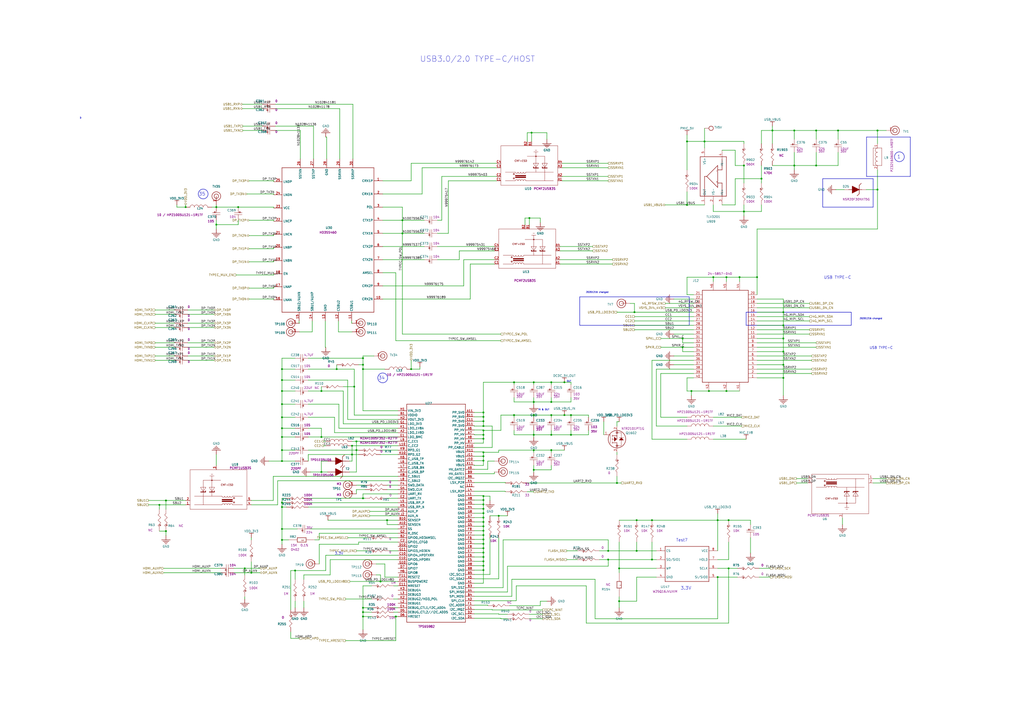
<source format=kicad_sch>
(kicad_sch (version 20231120) (generator "eeschema") (generator_version "8.0")
  (paper "A2")
  (title_block (title "Librem 5 Mainboard") (date "2024-03-21") (rev "v1.0.6") (company "Purism SPC") (comment 1 "GNU GPLv3+") (comment 2 "Copyright"))
  (junction (at 210.566 211.582))
  (junction (at 460.756 96.012))
  (junction (at 163.576 248.412))
  (junction (at 401.066 226.822))
  (junction (at 352.806 319.532))
  (junction (at 205.486 224.282))
  (junction (at 441.706 103.632))
  (junction (at 421.386 160.782))
  (junction (at 429.006 160.782))
  (junction (at 229.616 357.632))
  (junction (at 163.576 291.592))
  (junction (at 454.406 211.582))
  (junction (at 280.416 247.142))
  (junction (at 319.786 252.222))
  (junction (at 509.016 109.982))
  (junction (at 298.196 240.792))
  (junction (at 486.156 75.692))
  (junction (at 280.416 320.548))
  (junction (at 163.576 261.112))
  (junction (at 309.626 221.742))
  (junction (at 163.576 226.822))
  (junction (at 280.416 241.808))
  (junction (at 416.306 301.752))
  (junction (at 398.526 118.872))
  (junction (at 163.576 313.182))
  (junction (at 195.326 214.122))
  (junction (at 206.756 261.112))
  (junction (at 280.416 318.008))
  (junction (at 359.156 329.692))
  (junction (at 309.626 252.222))
  (junction (at 163.576 294.132))
  (junction (at 421.386 226.822))
  (junction (at 395.986 196.342))
  (junction (at 327.406 221.742))
  (junction (at 378.206 324.612))
  (junction (at 448.056 75.692))
  (junction (at 204.216 258.572))
  (junction (at 141.986 329.692))
  (junction (at 319.786 233.172))
  (junction (at 163.576 253.492))
  (junction (at 210.566 289.052))
  (junction (at 309.626 261.112))
  (junction (at 280.416 310.388))
  (junction (at 280.416 254.508))
  (junction (at 280.416 307.848))
  (junction (at 280.416 325.628))
  (junction (at 280.416 323.088))
  (junction (at 395.986 201.422))
  (junction (at 307.086 126.492))
  (junction (at 454.406 181.102))
  (junction (at 308.356 76.962))
  (junction (at 233.426 127.762))
  (junction (at 411.226 226.822))
  (junction (at 280.416 305.308))
  (junction (at 145.796 332.232))
  (junction (at 309.626 272.542))
  (junction (at 206.756 256.032))
  (junction (at 413.766 160.782))
  (junction (at 319.786 261.112))
  (junction (at 186.436 273.812))
  (junction (at 280.416 297.688))
  (junction (at 280.416 264.668))
  (junction (at 280.416 239.268))
  (junction (at 454.406 196.342))
  (junction (at 186.436 226.822))
  (junction (at 125.476 130.302))
  (junction (at 280.416 300.228))
  (junction (at 280.416 328.168))
  (junction (at 224.536 301.752))
  (junction (at 352.806 324.612))
  (junction (at 280.416 315.468))
  (junction (at 280.416 295.148))
  (junction (at 359.156 348.742))
  (junction (at 280.416 330.708))
  (junction (at 331.216 252.222))
  (junction (at 454.406 188.722))
  (junction (at 331.216 240.792))
  (junction (at 107.696 120.142))
  (junction (at 210.566 207.772))
  (junction (at 163.576 242.062))
  (junction (at 280.416 287.782))
  (junction (at 473.456 75.692))
  (junction (at 210.566 352.552))
  (junction (at 210.566 357.632))
  (junction (at 422.656 301.752))
  (junction (at 163.576 214.122))
  (junction (at 280.416 292.608))
  (junction (at 280.416 302.768))
  (junction (at 378.206 301.752))
  (junction (at 96.266 290.322))
  (junction (at 422.656 329.692))
  (junction (at 92.456 292.862))
  (junction (at 280.416 262.382))
  (junction (at 280.416 249.682))
  (junction (at 163.576 306.832))
  (junction (at 163.576 267.462))
  (junction (at 439.166 160.782))
  (junction (at 408.686 82.042))
  (junction (at 431.546 122.682))
  (junction (at 204.216 263.652))
  (junction (at 431.546 96.012))
  (junction (at 289.306 299.212))
  (junction (at 171.196 330.962))
  (junction (at 280.416 244.348))
  (junction (at 186.436 253.492))
  (junction (at 309.626 233.172))
  (junction (at 220.726 337.312))
  (junction (at 280.416 290.068))
  (junction (at 327.406 240.792))
  (junction (at 125.476 120.142))
  (junction (at 398.526 82.042))
  (junction (at 233.426 135.382))
  (junction (at 369.316 319.532))
  (junction (at 238.506 214.122))
  (junction (at 319.786 221.742))
  (junction (at 280.416 312.928))
  (junction (at 357.886 280.162))
  (junction (at 280.416 267.208))
  (junction (at 280.416 252.222))
  (junction (at 473.456 96.012))
  (junction (at 298.196 221.742))
  (junction (at 416.306 334.772))
  (junction (at 454.406 203.962))
  (junction (at 138.176 120.142))
  (junction (at 309.626 240.792))
  (junction (at 210.566 355.092))
  (junction (at 319.786 240.792))
  (junction (at 163.576 220.472))
  (junction (at 368.046 181.102))
  (junction (at 96.266 308.102))
  (junction (at 509.016 75.692))
  (junction (at 460.756 75.692))
  (junction (at 454.406 219.202))
  (junction (at 210.566 214.122))
  (junction (at 369.316 301.752))
  (junction (at 163.576 234.442))
  (wire (pts (xy 101.346 206.502) (xy 89.916 206.502)) (stroke (width 0.254)))
  (wire (pts (xy 125.476 120.142) (xy 138.176 120.142)) (stroke (width 0.254)))
  (wire (pts (xy 309.626 230.632) (xy 309.626 233.172)) (stroke (width 0.254)))
  (wire (pts (xy 280.416 295.148) (xy 280.416 292.608)) (stroke (width 0.254)))
  (wire (pts (xy 313.436 351.282) (xy 313.436 348.742)) (stroke (width 0.254)))
  (wire (pts (xy 439.166 216.662) (xy 470.916 216.662)) (stroke (width 0.254)))
  (wire (pts (xy 233.426 135.382) (xy 233.426 193.802)) (stroke (width 0.254)))
  (wire (pts (xy 107.696 292.862) (xy 92.456 292.862)) (stroke (width 0.254)))
  (wire (pts (xy 383.286 216.662) (xy 402.336 216.662)) (stroke (width 0.254)))
  (wire (pts (xy 108.966 179.832) (xy 124.206 179.832)) (stroke (width 0.254)))
  (wire (pts (xy 178.816 267.462) (xy 178.816 263.652)) (stroke (width 0.254)))
  (wire (pts (xy 341.376 252.222) (xy 341.376 249.682)) (stroke (width 0.254)))
  (wire (pts (xy 280.416 249.682) (xy 290.576 249.682)) (stroke (width 0.254)))
  (wire (pts (xy 173.736 370.332) (xy 168.656 370.332)) (stroke (width 0.254)))
  (wire (pts (xy 158.75 158.75) (xy 158.75 159.512)) (stroke (width 0.254)))
  (wire (pts (xy 435.356 301.752) (xy 422.656 301.752)) (stroke (width 0.254)))
  (wire (pts (xy 416.306 319.532) (xy 416.306 301.752)) (stroke (width 0.254)))
  (wire (pts (xy 319.786 262.382) (xy 319.786 261.112)) (stroke (width 0.254)))
  (wire (pts (xy 454.406 188.722) (xy 454.406 181.102)) (stroke (width 0.254)))
  (wire (pts (xy 233.426 127.762) (xy 233.426 135.382)) (stroke (width 0.254)))
  (wire (pts (xy 275.082 244.348) (xy 280.416 244.348)) (stroke (width 0.254)))
  (wire (pts (xy 96.266 295.402) (xy 96.266 290.322)) (stroke (width 0.254)))
  (wire (pts (xy 230.886 296.672) (xy 214.376 296.672)) (stroke (width 0.254)))
  (wire (pts (xy 357.886 244.602) (xy 359.156 244.602)) (stroke (width 0.254)))
  (wire (pts (xy 280.416 252.222) (xy 280.416 249.682)) (stroke (width 0.254)))
  (wire (pts (xy 385.826 178.562) (xy 402.336 178.562)) (stroke (width 0.254)))
  (wire (pts (xy 402.336 198.882) (xy 395.986 198.882)) (stroke (width 0.254)))
  (wire (pts (xy 319.786 242.062) (xy 319.786 240.792)) (stroke (width 0.254)))
  (wire (pts (xy 431.546 122.682) (xy 441.706 122.682)) (stroke (width 0.254)))
  (wire (pts (xy 163.576 234.442) (xy 163.576 242.062)) (stroke (width 0.254)))
  (wire (pts (xy 408.686 82.042) (xy 408.686 74.422)) (stroke (width 0.254)))
  (wire (pts (xy 286.766 274.828) (xy 286.766 273.812)) (stroke (width 0.254)))
  (wire (pts (xy 398.526 82.042) (xy 398.526 78.232)) (stroke (width 0.254)))
  (wire (pts (xy 448.056 75.692) (xy 448.056 73.152)) (stroke (width 0.254)))
  (wire (pts (xy 288.036 102.362) (xy 256.286 102.362)) (stroke (width 0.254)))
  (wire (pts (xy 326.136 94.742) (xy 352.806 94.742)) (stroke (width 0.254)))
  (wire (pts (xy 285.496 353.568) (xy 285.496 353.822)) (stroke (width 0.254)))
  (wire (pts (xy 422.656 329.692) (xy 416.306 329.692)) (stroke (width 0.254)))
  (wire (pts (xy 215.646 355.092) (xy 210.566 355.092)) (stroke (width 0.254)))
  (wire (pts (xy 378.206 301.752) (xy 369.316 301.752)) (stroke (width 0.254)))
  (wire (pts (xy 191.516 324.612) (xy 191.516 333.502)) (stroke (width 0.254)))
  (wire (pts (xy 427.736 329.692) (xy 422.656 329.692)) (stroke (width 0.254)))
  (wire (pts (xy 178.816 220.472) (xy 201.676 220.472)) (stroke (width 0.254)))
  (wire (pts (xy 158.75 167.132) (xy 144.526 167.132)) (stroke (width 0.254)))
  (wire (pts (xy 408.686 118.872) (xy 398.526 118.872)) (stroke (width 0.254)))
  (wire (pts (xy 401.066 226.822) (xy 401.066 229.362)) (stroke (width 0.254)))
  (wire (pts (xy 280.416 257.048) (xy 280.416 254.508)) (stroke (width 0.254)))
  (wire (pts (xy 275.082 274.828) (xy 286.766 274.828)) (stroke (width 0.254)))
  (wire (pts (xy 319.786 233.172) (xy 309.626 233.172)) (stroke (width 0.254)))
  (wire (pts (xy 185.166 315.722) (xy 185.166 327.152)) (stroke (width 0.254)))
  (wire (pts (xy 275.082 325.628) (xy 280.416 325.628)) (stroke (width 0.254)))
  (wire (pts (xy 385.826 176.022) (xy 402.336 176.022)) (stroke (width 0.254)))
  (wire (pts (xy 167.386 313.182) (xy 163.576 313.182)) (stroke (width 0.254)))
  (wire (pts (xy 275.082 330.708) (xy 280.416 330.708)) (stroke (width 0.254)))
  (wire (pts (xy 285.496 247.142) (xy 280.416 247.142)) (stroke (width 0.254)))
  (wire (pts (xy 299.466 339.852) (xy 340.106 339.852)) (stroke (width 0.254)))
  (wire (pts (xy 228.346 339.852) (xy 230.886 339.852)) (stroke (width 0.254)))
  (wire (pts (xy 383.286 196.342) (xy 395.986 196.342)) (stroke (width 0.254)))
  (wire (pts (xy 275.082 284.988) (xy 293.116 284.988)) (stroke (width 0.254)))
  (polyline (pts (xy 432.816 188.722) (xy 493.776 188.722)) (stroke (width 0.254) (type solid)))
  (wire (pts (xy 383.286 201.422) (xy 395.986 201.422)) (stroke (width 0.254)))
  (wire (pts (xy 141.986 333.502) (xy 141.986 329.692)) (stroke (width 0.254)))
  (wire (pts (xy 275.082 259.588) (xy 285.496 259.588)) (stroke (width 0.254)))
  (wire (pts (xy 101.346 182.372) (xy 89.916 182.372)) (stroke (width 0.254)))
  (wire (pts (xy 210.566 357.632) (xy 210.566 365.252)) (stroke (width 0.254)))
  (wire (pts (xy 340.106 361.442) (xy 422.656 361.442)) (stroke (width 0.254)))
  (wire (pts (xy 163.576 214.122) (xy 163.576 207.772)) (stroke (width 0.254)))
  (wire (pts (xy 108.966 209.042) (xy 124.206 209.042)) (stroke (width 0.254)))
  (wire (pts (xy 275.082 351.028) (xy 282.956 351.028)) (stroke (width 0.254)))
  (wire (pts (xy 158.75 112.522) (xy 143.256 112.522)) (stroke (width 0.254)))
  (wire (pts (xy 211.836 283.972) (xy 206.756 283.972)) (stroke (width 0.254)))
  (wire (pts (xy 345.186 358.902) (xy 416.306 358.902)) (stroke (width 0.254)))
  (wire (pts (xy 158.75 159.512) (xy 136.906 159.512)) (stroke (width 0.254)))
  (wire (pts (xy 230.886 253.492) (xy 186.436 253.492)) (stroke (width 0.254)))
  (wire (pts (xy 289.306 261.112) (xy 309.626 261.112)) (stroke (width 0.254)))
  (wire (pts (xy 191.516 333.502) (xy 176.276 333.502)) (stroke (width 0.254)))
  (wire (pts (xy 208.026 314.452) (xy 208.026 315.722)) (stroke (width 0.254)))
  (wire (pts (xy 398.526 170.942) (xy 398.526 160.782)) (stroke (width 0.254)))
  (wire (pts (xy 215.646 357.632) (xy 210.566 357.632)) (stroke (width 0.254)))
  (wire (pts (xy 101.346 189.992) (xy 89.916 189.992)) (stroke (width 0.254)))
  (wire (pts (xy 309.626 240.792) (xy 319.786 240.792)) (stroke (width 0.254)))
  (wire (pts (xy 204.216 263.652) (xy 208.026 263.652)) (stroke (width 0.254)))
  (wire (pts (xy 213.106 311.912) (xy 201.676 311.912)) (stroke (width 0.254)))
  (wire (pts (xy 352.806 328.422) (xy 352.806 324.612)) (stroke (width 0.254)))
  (wire (pts (xy 486.156 88.392) (xy 486.156 96.012)) (stroke (width 0.254)))
  (wire (pts (xy 398.526 242.062) (xy 383.286 242.062)) (stroke (width 0.254)))
  (wire (pts (xy 230.886 347.472) (xy 228.346 347.472)) (stroke (width 0.254)))
  (wire (pts (xy 163.576 267.462) (xy 155.956 267.462)) (stroke (width 0.254)))
  (wire (pts (xy 230.886 324.612) (xy 191.516 324.612)) (stroke (width 0.254)))
  (polyline (pts (xy 336.296 188.722) (xy 399.796 188.722)) (stroke (width 0.254) (type solid)))
  (wire (pts (xy 413.766 122.682) (xy 431.546 122.682)) (stroke (width 0.254)))
  (wire (pts (xy 275.082 300.228) (xy 280.416 300.228)) (stroke (width 0.254)))
  (wire (pts (xy 280.416 287.528) (xy 280.416 287.782)) (stroke (width 0.254)))
  (wire (pts (xy 101.346 198.882) (xy 89.916 198.882)) (stroke (width 0.254)))
  (wire (pts (xy 357.886 280.162) (xy 360.426 280.162)) (stroke (width 0.254)))
  (wire (pts (xy 288.036 104.902) (xy 260.096 104.902)) (stroke (width 0.254)))
  (wire (pts (xy 181.864 73.152) (xy 181.864 92.202)) (stroke (width 0.254)))
  (wire (pts (xy 294.386 343.408) (xy 294.386 328.422)) (stroke (width 0.254)))
  (wire (pts (xy 275.082 252.222) (xy 280.416 252.222)) (stroke (width 0.254)))
  (wire (pts (xy 509.016 83.312) (xy 509.016 75.692)) (stroke (width 0.254)))
  (wire (pts (xy 158.496 290.322) (xy 145.796 290.322)) (stroke (width 0.254)))
  (wire (pts (xy 176.276 333.502) (xy 176.276 336.042)) (stroke (width 0.254)))
  (wire (pts (xy 189.484 79.502) (xy 188.976 79.502)) (stroke (width 0.254)))
  (wire (pts (xy 275.082 279.908) (xy 293.116 279.908)) (stroke (width 0.254)))
  (wire (pts (xy 398.526 160.782) (xy 413.766 160.782)) (stroke (width 0.254)))
  (wire (pts (xy 422.656 324.612) (xy 416.306 324.612)) (stroke (width 0.254)))
  (wire (pts (xy 230.886 245.872) (xy 199.136 245.872)) (stroke (width 0.254)))
  (wire (pts (xy 205.486 224.282) (xy 205.486 240.792)) (stroke (width 0.254)))
  (wire (pts (xy 275.082 305.308) (xy 280.416 305.308)) (stroke (width 0.254)))
  (wire (pts (xy 211.836 281.432) (xy 206.756 281.432)) (stroke (width 0.254)))
  (wire (pts (xy 173.482 186.182) (xy 173.482 187.452)) (stroke (width 0.254)))
  (wire (pts (xy 383.286 242.062) (xy 383.286 216.662)) (stroke (width 0.254)))
  (wire (pts (xy 161.036 292.862) (xy 145.796 292.862)) (stroke (width 0.254)))
  (wire (pts (xy 335.026 319.532) (xy 328.676 319.532)) (stroke (width 0.254)))
  (wire (pts (xy 230.886 309.372) (xy 185.166 309.372)) (stroke (width 0.254)))
  (wire (pts (xy 275.082 270.002) (xy 280.416 270.002)) (stroke (width 0.254)))
  (wire (pts (xy 230.886 357.632) (xy 229.616 357.632)) (stroke (width 0.254)))
  (wire (pts (xy 233.426 120.142) (xy 233.426 127.762)) (stroke (width 0.254)))
  (wire (pts (xy 413.766 118.872) (xy 413.766 122.682)) (stroke (width 0.254)))
  (wire (pts (xy 171.196 242.062) (xy 163.576 242.062)) (stroke (width 0.254)))
  (wire (pts (xy 352.806 313.182) (xy 352.806 319.532)) (stroke (width 0.254)))
  (wire (pts (xy 369.316 314.452) (xy 369.316 319.532)) (stroke (width 0.254)))
  (wire (pts (xy 244.856 97.282) (xy 244.856 112.522)) (stroke (width 0.254)))
  (wire (pts (xy 431.546 106.172) (xy 431.546 96.012)) (stroke (width 0.254)))
  (wire (pts (xy 448.056 75.692) (xy 448.056 83.312)) (stroke (width 0.254)))
  (wire (pts (xy 324.866 153.162) (xy 355.346 153.162)) (stroke (width 0.254)))
  (wire (pts (xy 272.796 173.482) (xy 221.996 173.482)) (stroke (width 0.254)))
  (wire (pts (xy 163.576 306.832) (xy 163.576 313.182)) (stroke (width 0.254)))
  (wire (pts (xy 416.306 334.772) (xy 427.736 334.772)) (stroke (width 0.254)))
  (wire (pts (xy 186.436 253.492) (xy 178.816 253.492)) (stroke (width 0.254)))
  (wire (pts (xy 221.996 150.622) (xy 246.126 150.622)) (stroke (width 0.254)))
  (wire (pts (xy 275.082 307.848) (xy 280.416 307.848)) (stroke (width 0.254)))
  (wire (pts (xy 210.566 339.852) (xy 210.566 352.552)) (stroke (width 0.254)))
  (wire (pts (xy 411.226 226.822) (xy 401.066 226.822)) (stroke (width 0.254)))
  (wire (pts (xy 107.696 118.872) (xy 107.696 120.142)) (stroke (width 0.254)))
  (wire (pts (xy 509.016 109.982) (xy 509.016 132.842)) (stroke (width 0.254)))
  (wire (pts (xy 416.306 301.752) (xy 422.656 301.752)) (stroke (width 0.254)))
  (wire (pts (xy 506.476 277.622) (xy 514.096 277.622)) (stroke (width 0.254)))
  (wire (pts (xy 298.196 221.742) (xy 309.626 221.742)) (stroke (width 0.254)))
  (wire (pts (xy 440.436 334.772) (xy 446.786 334.772)) (stroke (width 0.254)))
  (wire (pts (xy 294.386 328.422) (xy 352.806 328.422)) (stroke (width 0.254)))
  (wire (pts (xy 194.056 242.062) (xy 178.816 242.062)) (stroke (width 0.254)))
  (wire (pts (xy 163.576 220.472) (xy 163.576 214.122)) (stroke (width 0.254)))
  (wire (pts (xy 220.726 337.312) (xy 202.946 337.312)) (stroke (width 0.254)))
  (wire (pts (xy 460.756 96.012) (xy 460.756 98.552)) (stroke (width 0.254)))
  (wire (pts (xy 378.206 301.752) (xy 416.306 301.752)) (stroke (width 0.254)))
  (wire (pts (xy 171.196 214.122) (xy 163.576 214.122)) (stroke (width 0.254)))
  (wire (pts (xy 159.766 75.692) (xy 174.244 75.692)) (stroke (width 0.254)))
  (wire (pts (xy 309.626 273.812) (xy 309.626 272.542)) (stroke (width 0.254)))
  (wire (pts (xy 460.756 88.392) (xy 460.756 96.012)) (stroke (width 0.254)))
  (wire (pts (xy 122.936 120.142) (xy 125.476 120.142)) (stroke (width 0.254)))
  (wire (pts (xy 313.436 126.492) (xy 313.436 129.032)) (stroke (width 0.254)))
  (wire (pts (xy 402.336 191.262) (xy 368.046 191.262)) (stroke (width 0.254)))
  (wire (pts (xy 230.886 322.072) (xy 188.976 322.072)) (stroke (width 0.254)))
  (wire (pts (xy 280.416 312.928) (xy 280.416 310.388)) (stroke (width 0.254)))
  (wire (pts (xy 486.156 96.012) (xy 473.456 96.012)) (stroke (width 0.254)))
  (wire (pts (xy 194.056 242.062) (xy 194.056 250.952)) (stroke (width 0.254)))
  (wire (pts (xy 101.346 209.042) (xy 89.916 209.042)) (stroke (width 0.254)))
  (wire (pts (xy 125.476 263.652) (xy 125.476 270.002)) (stroke (width 0.254)))
  (wire (pts (xy 141.986 329.692) (xy 150.876 329.692)) (stroke (width 0.254)))
  (wire (pts (xy 298.196 252.222) (xy 309.626 252.222)) (stroke (width 0.254)))
  (wire (pts (xy 230.886 319.532) (xy 225.806 319.532)) (stroke (width 0.254)))
  (wire (pts (xy 309.626 221.742) (xy 319.786 221.742)) (stroke (width 0.254)))
  (wire (pts (xy 319.786 252.222) (xy 331.216 252.222)) (stroke (width 0.254)))
  (wire (pts (xy 331.216 242.062) (xy 331.216 240.792)) (stroke (width 0.254)))
  (wire (pts (xy 307.086 356.362) (xy 314.706 356.362)) (stroke (width 0.254)))
  (wire (pts (xy 224.536 304.292) (xy 224.536 301.752)) (stroke (width 0.254)))
  (wire (pts (xy 163.576 253.492) (xy 163.576 261.112)) (stroke (width 0.254)))
  (wire (pts (xy 210.566 286.512) (xy 210.566 289.052)) (stroke (width 0.254)))
  (wire (pts (xy 158.75 173.482) (xy 144.526 173.482)) (stroke (width 0.254)))
  (wire (pts (xy 280.416 262.128) (xy 275.082 262.128)) (stroke (width 0.254)))
  (wire (pts (xy 243.586 214.122) (xy 243.586 212.852)) (stroke (width 0.254)))
  (wire (pts (xy 158.75 151.13) (xy 158.75 151.892)) (stroke (width 0.254)))
  (wire (pts (xy 352.806 324.612) (xy 378.206 324.612)) (stroke (width 0.254)))
  (wire (pts (xy 285.496 259.588) (xy 285.496 247.142)) (stroke (width 0.254)))
  (wire (pts (xy 280.416 264.668) (xy 280.416 262.382)) (stroke (width 0.254)))
  (wire (pts (xy 308.356 82.042) (xy 308.356 76.962)) (stroke (width 0.254)))
  (wire (pts (xy 204.216 256.032) (xy 206.756 256.032)) (stroke (width 0.254)))
  (wire (pts (xy 286.766 150.622) (xy 268.986 150.622)) (stroke (width 0.254)))
  (wire (pts (xy 275.082 251.968) (xy 275.082 252.222)) (stroke (width 0.254)))
  (wire (pts (xy 324.866 143.002) (xy 343.916 143.002)) (stroke (width 0.254)))
  (wire (pts (xy 429.006 226.822) (xy 421.386 226.822)) (stroke (width 0.254)))
  (wire (pts (xy 145.796 325.882) (xy 145.796 332.232)) (stroke (width 0.254)))
  (wire (pts (xy 289.306 335.788) (xy 289.306 311.912)) (stroke (width 0.254)))
  (wire (pts (xy 108.966 187.452) (xy 124.206 187.452)) (stroke (width 0.254)))
  (wire (pts (xy 171.196 248.412) (xy 163.576 248.412)) (stroke (width 0.254)))
  (wire (pts (xy 280.416 300.228) (xy 280.416 297.688)) (stroke (width 0.254)))
  (wire (pts (xy 275.082 269.748) (xy 275.082 270.002)) (stroke (width 0.254)))
  (wire (pts (xy 506.476 280.162) (xy 514.096 280.162)) (stroke (width 0.254)))
  (wire (pts (xy 125.476 118.872) (xy 125.476 120.142)) (stroke (width 0.254)))
  (wire (pts (xy 431.546 118.872) (xy 431.546 122.682)) (stroke (width 0.254)))
  (wire (pts (xy 390.906 193.802) (xy 402.336 193.802)) (stroke (width 0.254)))
  (wire (pts (xy 238.506 94.742) (xy 238.506 104.902)) (stroke (width 0.254)))
  (wire (pts (xy 439.166 188.722) (xy 454.406 188.722)) (stroke (width 0.254)))
  (wire (pts (xy 402.336 188.722) (xy 368.046 188.722)) (stroke (width 0.254)))
  (wire (pts (xy 96.266 290.322) (xy 86.106 290.322)) (stroke (width 0.254)))
  (wire (pts (xy 380.746 247.142) (xy 398.526 247.142)) (stroke (width 0.254)))
  (wire (pts (xy 224.536 281.432) (xy 230.886 281.432)) (stroke (width 0.254)))
  (wire (pts (xy 395.986 196.342) (xy 402.336 196.342)) (stroke (width 0.254)))
  (wire (pts (xy 319.786 230.632) (xy 319.786 233.172)) (stroke (width 0.254)))
  (wire (pts (xy 395.986 201.422) (xy 402.336 201.422)) (stroke (width 0.254)))
  (wire (pts (xy 171.196 253.492) (xy 163.576 253.492)) (stroke (width 0.254)))
  (wire (pts (xy 275.082 254.508) (xy 280.416 254.508)) (stroke (width 0.254)))
  (wire (pts (xy 221.996 158.242) (xy 229.616 158.242)) (stroke (width 0.254)))
  (wire (pts (xy 210.566 214.122) (xy 210.566 238.252)) (stroke (width 0.254)))
  (wire (pts (xy 309.626 262.382) (xy 309.626 261.112)) (stroke (width 0.254)))
  (wire (pts (xy 229.616 357.632) (xy 228.346 357.632)) (stroke (width 0.254)))
  (wire (pts (xy 421.386 160.782) (xy 413.766 160.782)) (stroke (width 0.254)))
  (polyline (pts (xy 399.796 188.722) (xy 399.796 172.212)) (stroke (width 0.254) (type solid)))
  (wire (pts (xy 210.566 211.582) (xy 210.566 214.122)) (stroke (width 0.254)))
  (wire (pts (xy 435.356 311.912) (xy 435.356 320.802)) (stroke (width 0.254)))
  (wire (pts (xy 309.626 252.222) (xy 319.786 252.222)) (stroke (width 0.254)))
  (wire (pts (xy 196.342 186.182) (xy 196.342 192.532)) (stroke (width 0.254)))
  (wire (pts (xy 101.346 187.452) (xy 89.916 187.452)) (stroke (width 0.254)))
  (wire (pts (xy 347.726 324.612) (xy 352.806 324.612)) (stroke (width 0.254)))
  (wire (pts (xy 221.996 135.382) (xy 233.426 135.382)) (stroke (width 0.254)))
  (wire (pts (xy 125.476 130.302) (xy 138.176 130.302)) (stroke (width 0.254)))
  (wire (pts (xy 280.416 249.682) (xy 280.416 249.428)) (stroke (width 0.254)))
  (wire (pts (xy 168.656 370.332) (xy 168.656 366.522)) (stroke (width 0.254)))
  (wire (pts (xy 398.526 219.202) (xy 398.526 226.822)) (stroke (width 0.254)))
  (wire (pts (xy 256.286 127.762) (xy 253.746 127.762)) (stroke (width 0.254)))
  (wire (pts (xy 128.016 332.232) (xy 94.996 332.232)) (stroke (width 0.254)))
  (wire (pts (xy 280.416 302.768) (xy 280.416 300.228)) (stroke (width 0.254)))
  (wire (pts (xy 158.75 104.902) (xy 144.526 104.902)) (stroke (width 0.254)))
  (wire (pts (xy 286.766 153.162) (xy 272.796 153.162)) (stroke (width 0.254)))
  (wire (pts (xy 268.986 150.622) (xy 268.986 165.862)) (stroke (width 0.254)))
  (wire (pts (xy 439.166 196.342) (xy 454.406 196.342)) (stroke (width 0.254)))
  (wire (pts (xy 188.976 330.962) (xy 171.196 330.962)) (stroke (width 0.254)))
  (wire (pts (xy 128.016 329.692) (xy 94.996 329.692)) (stroke (width 0.254)))
  (wire (pts (xy 352.806 319.532) (xy 369.316 319.532)) (stroke (width 0.254)))
  (wire (pts (xy 298.196 223.012) (xy 298.196 221.742)) (stroke (width 0.254)))
  (wire (pts (xy 460.756 96.012) (xy 448.056 96.012)) (stroke (width 0.254)))
  (wire (pts (xy 210.566 238.252) (xy 230.886 238.252)) (stroke (width 0.254)))
  (wire (pts (xy 176.276 348.742) (xy 176.276 352.552)) (stroke (width 0.254)))
  (wire (pts (xy 275.082 241.808) (xy 280.416 241.808)) (stroke (width 0.254)))
  (wire (pts (xy 244.856 112.522) (xy 221.996 112.522)) (stroke (width 0.254)))
  (wire (pts (xy 158.75 166.37) (xy 158.75 167.132)) (stroke (width 0.254)))
  (wire (pts (xy 166.116 291.592) (xy 163.576 291.592)) (stroke (width 0.254)))
  (wire (pts (xy 186.436 224.282) (xy 186.436 226.822)) (stroke (width 0.254)))
  (wire (pts (xy 215.646 347.472) (xy 200.406 347.472)) (stroke (width 0.254)))
  (wire (pts (xy 359.156 348.742) (xy 369.316 348.742)) (stroke (width 0.254)))
  (wire (pts (xy 228.346 352.552) (xy 230.886 352.552)) (stroke (width 0.254)))
  (wire (pts (xy 468.376 280.162) (xy 462.026 280.162)) (stroke (width 0.254)))
  (wire (pts (xy 280.416 325.628) (xy 280.416 323.088)) (stroke (width 0.254)))
  (wire (pts (xy 185.166 313.182) (xy 182.626 313.182)) (stroke (width 0.254)))
  (wire (pts (xy 275.082 257.048) (xy 280.416 257.048)) (stroke (width 0.254)))
  (wire (pts (xy 230.886 289.052) (xy 224.536 289.052)) (stroke (width 0.254)))
  (wire (pts (xy 439.166 203.962) (xy 454.406 203.962)) (stroke (width 0.254)))
  (wire (pts (xy 178.816 261.112) (xy 206.756 261.112)) (stroke (width 0.254)))
  (wire (pts (xy 173.482 187.452) (xy 173.736 187.452)) (stroke (width 0.254)))
  (wire (pts (xy 416.306 358.902) (xy 416.306 334.772)) (stroke (width 0.254)))
  (wire (pts (xy 163.576 207.772) (xy 171.196 207.772)) (stroke (width 0.254)))
  (polyline (pts (xy 528.066 79.502) (xy 502.666 79.502)) (stroke (width 0.254) (type solid)))
  (wire (pts (xy 509.016 75.692) (xy 486.156 75.692)) (stroke (width 0.254)))
  (wire (pts (xy 319.786 223.012) (xy 319.786 221.742)) (stroke (width 0.254)))
  (wire (pts (xy 460.756 96.012) (xy 473.456 96.012)) (stroke (width 0.254)))
  (wire (pts (xy 307.086 126.492) (xy 307.086 130.302)) (stroke (width 0.254)))
  (wire (pts (xy 230.886 291.592) (xy 178.816 291.592)) (stroke (width 0.254)))
  (wire (pts (xy 296.926 345.948) (xy 296.926 336.042)) (stroke (width 0.254)))
  (wire (pts (xy 181.102 192.532) (xy 173.736 192.532)) (stroke (width 0.254)))
  (wire (pts (xy 275.082 345.948) (xy 296.926 345.948)) (stroke (width 0.254)))
  (wire (pts (xy 280.416 318.008) (xy 280.416 315.468)) (stroke (width 0.254)))
  (wire (pts (xy 238.506 214.122) (xy 243.586 214.122)) (stroke (width 0.254)))
  (wire (pts (xy 275.082 358.648) (xy 290.576 358.648)) (stroke (width 0.254)))
  (wire (pts (xy 473.456 96.012) (xy 473.456 88.392)) (stroke (width 0.254)))
  (wire (pts (xy 266.446 145.542) (xy 266.446 150.622)) (stroke (width 0.254)))
  (wire (pts (xy 395.986 198.882) (xy 395.986 196.342)) (stroke (width 0.254)))
  (wire (pts (xy 326.136 104.902) (xy 352.806 104.902)) (stroke (width 0.254)))
  (wire (pts (xy 280.416 330.708) (xy 280.416 338.328)) (stroke (width 0.254)))
  (wire (pts (xy 439.166 209.042) (xy 470.916 209.042)) (stroke (width 0.254)))
  (wire (pts (xy 260.096 135.382) (xy 253.746 135.382)) (stroke (width 0.254)))
  (wire (pts (xy 402.336 211.582) (xy 390.906 211.582)) (stroke (width 0.254)))
  (wire (pts (xy 331.216 233.172) (xy 319.786 233.172)) (stroke (width 0.254)))
  (wire (pts (xy 378.206 314.452) (xy 378.206 324.612)) (stroke (width 0.254)))
  (wire (pts (xy 178.816 214.122) (xy 195.326 214.122)) (stroke (width 0.254)))
  (wire (pts (xy 340.106 339.852) (xy 340.106 361.442)) (stroke (width 0.254)))
  (wire (pts (xy 341.376 240.792) (xy 341.376 242.062)) (stroke (width 0.254)))
  (wire (pts (xy 368.046 183.642) (xy 402.336 183.642)) (stroke (width 0.254)))
  (wire (pts (xy 319.786 272.542) (xy 319.786 270.002)) (stroke (width 0.254)))
  (wire (pts (xy 439.166 170.942) (xy 439.166 160.782)) (stroke (width 0.254)))
  (wire (pts (xy 101.346 201.422) (xy 89.916 201.422)) (stroke (width 0.254)))
  (wire (pts (xy 509.016 132.842) (xy 439.166 132.842)) (stroke (width 0.254)))
  (wire (pts (xy 331.216 230.632) (xy 331.216 233.172)) (stroke (width 0.254)))
  (wire (pts (xy 439.166 214.122) (xy 470.916 214.122)) (stroke (width 0.254)))
  (polyline (pts (xy 493.776 188.722) (xy 493.776 181.102)) (stroke (width 0.254) (type solid)))
  (wire (pts (xy 188.976 322.072) (xy 188.976 330.962)) (stroke (width 0.254)))
  (wire (pts (xy 357.886 263.652) (xy 357.886 262.382)) (stroke (width 0.254)))
  (wire (pts (xy 473.456 75.692) (xy 486.156 75.692)) (stroke (width 0.254)))
  (wire (pts (xy 166.116 289.052) (xy 163.576 289.052)) (stroke (width 0.254)))
  (wire (pts (xy 138.176 130.302) (xy 138.176 127.762)) (stroke (width 0.254)))
  (wire (pts (xy 439.166 198.882) (xy 473.456 198.882)) (stroke (width 0.254)))
  (wire (pts (xy 158.496 276.352) (xy 158.496 290.322)) (stroke (width 0.254)))
  (wire (pts (xy 275.082 287.528) (xy 280.416 287.528)) (stroke (width 0.254)))
  (wire (pts (xy 204.724 60.452) (xy 204.724 92.202)) (stroke (width 0.254)))
  (wire (pts (xy 488.696 300.482) (xy 488.696 304.292)) (stroke (width 0.254)))
  (wire (pts (xy 422.656 361.442) (xy 422.656 329.692)) (stroke (width 0.254)))
  (wire (pts (xy 309.626 223.012) (xy 309.626 221.742)) (stroke (width 0.254)))
  (wire (pts (xy 275.082 328.168) (xy 280.416 328.168)) (stroke (width 0.254)))
  (wire (pts (xy 441.706 122.682) (xy 441.706 118.872)) (stroke (width 0.254)))
  (wire (pts (xy 441.706 103.632) (xy 426.466 103.632)) (stroke (width 0.254)))
  (wire (pts (xy 319.786 221.742) (xy 327.406 221.742)) (stroke (width 0.254)))
  (wire (pts (xy 188.976 256.032) (xy 187.706 256.032)) (stroke (width 0.254)))
  (wire (pts (xy 280.416 221.742) (xy 298.196 221.742)) (stroke (width 0.254)))
  (wire (pts (xy 359.156 346.202) (xy 359.156 348.742)) (stroke (width 0.254)))
  (wire (pts (xy 275.082 348.488) (xy 299.466 348.488)) (stroke (width 0.254)))
  (wire (pts (xy 359.156 352.552) (xy 359.156 348.742)) (stroke (width 0.254)))
  (wire (pts (xy 293.116 284.988) (xy 293.116 285.242)) (stroke (width 0.254)))
  (wire (pts (xy 266.446 150.622) (xy 253.746 150.622)) (stroke (width 0.254)))
  (wire (pts (xy 230.886 294.132) (xy 178.816 294.132)) (stroke (width 0.254)))
  (wire (pts (xy 158.75 135.89) (xy 158.75 136.652)) (stroke (width 0.254)))
  (wire (pts (xy 108.966 189.992) (xy 124.206 189.992)) (stroke (width 0.254)))
  (wire (pts (xy 280.416 267.208) (xy 280.416 264.668)) (stroke (width 0.254)))
  (wire (pts (xy 369.316 334.772) (xy 380.746 334.772)) (stroke (width 0.254)))
  (wire (pts (xy 152.146 73.152) (xy 140.716 73.152)) (stroke (width 0.254)))
  (wire (pts (xy 439.166 193.802) (xy 469.646 193.802)) (stroke (width 0.254)))
  (wire (pts (xy 275.082 246.888) (xy 275.082 247.142)) (stroke (width 0.254)))
  (wire (pts (xy 454.406 173.482) (xy 439.166 173.482)) (stroke (width 0.254)))
  (wire (pts (xy 275.082 320.548) (xy 280.416 320.548)) (stroke (width 0.254)))
  (wire (pts (xy 280.416 254.508) (xy 280.416 252.222)) (stroke (width 0.254)))
  (wire (pts (xy 291.846 313.182) (xy 352.806 313.182)) (stroke (width 0.254)))
  (wire (pts (xy 213.106 319.532) (xy 206.756 319.532)) (stroke (width 0.254)))
  (wire (pts (xy 171.196 330.962) (xy 171.196 336.042)) (stroke (width 0.254)))
  (wire (pts (xy 223.266 334.772) (xy 230.886 334.772)) (stroke (width 0.254)))
  (wire (pts (xy 402.336 203.962) (xy 395.986 203.962)) (stroke (width 0.254)))
  (wire (pts (xy 280.416 320.548) (xy 280.416 318.008)) (stroke (width 0.254)))
  (wire (pts (xy 326.136 102.362) (xy 352.806 102.362)) (stroke (width 0.254)))
  (wire (pts (xy 369.316 348.742) (xy 369.316 334.772)) (stroke (width 0.254)))
  (wire (pts (xy 158.75 136.652) (xy 144.526 136.652)) (stroke (width 0.254)))
  (wire (pts (xy 188.722 186.182) (xy 188.722 201.422)) (stroke (width 0.254)))
  (wire (pts (xy 288.036 97.282) (xy 244.856 97.282)) (stroke (width 0.254)))
  (wire (pts (xy 229.616 158.242) (xy 229.616 197.612)) (stroke (width 0.254)))
  (wire (pts (xy 210.566 206.502) (xy 210.566 207.772)) (stroke (width 0.254)))
  (wire (pts (xy 108.966 182.372) (xy 124.206 182.372)) (stroke (width 0.254)))
  (wire (pts (xy 429.006 160.782) (xy 421.386 160.782)) (stroke (width 0.254)))
  (wire (pts (xy 454.406 181.102) (xy 439.166 181.102)) (stroke (width 0.254)))
  (polyline (pts (xy 506.476 120.142) (xy 506.476 103.632)) (stroke (width 0.254) (type solid)))
  (wire (pts (xy 402.336 214.122) (xy 380.746 214.122)) (stroke (width 0.254)))
  (wire (pts (xy 441.706 83.312) (xy 441.706 75.692)) (stroke (width 0.254)))
  (wire (pts (xy 163.576 242.062) (xy 163.576 248.412)) (stroke (width 0.254)))
  (wire (pts (xy 210.566 207.772) (xy 210.566 211.582)) (stroke (width 0.254)))
  (wire (pts (xy 489.763 109.982) (xy 484.886 109.982)) (stroke (width 0.254)))
  (wire (pts (xy 335.026 324.612) (xy 328.676 324.612)) (stroke (width 0.254)))
  (wire (pts (xy 205.486 240.792) (xy 230.886 240.792)) (stroke (width 0.254)))
  (wire (pts (xy 158.75 105.41) (xy 158.75 104.902)) (stroke (width 0.254)))
  (wire (pts (xy 454.406 219.202) (xy 454.406 211.582)) (stroke (width 0.254)))
  (wire (pts (xy 468.376 277.622) (xy 462.026 277.622)) (stroke (width 0.254)))
  (wire (pts (xy 202.743 267.462) (xy 204.216 267.462)) (stroke (width 0.254)))
  (wire (pts (xy 201.676 220.472) (xy 201.676 243.332)) (stroke (width 0.254)))
  (wire (pts (xy 178.816 248.412) (xy 186.436 248.412)) (stroke (width 0.254)))
  (wire (pts (xy 206.756 256.032) (xy 206.756 261.112)) (stroke (width 0.254)))
  (wire (pts (xy 305.816 285.242) (xy 309.626 285.242)) (stroke (width 0.254)))
  (wire (pts (xy 186.436 273.812) (xy 180.086 273.812)) (stroke (width 0.254)))
  (wire (pts (xy 275.082 323.088) (xy 280.416 323.088)) (stroke (width 0.254)))
  (wire (pts (xy 441.706 75.692) (xy 448.056 75.692)) (stroke (width 0.254)))
  (wire (pts (xy 210.566 355.092) (xy 210.566 357.632)) (stroke (width 0.254)))
  (wire (pts (xy 108.966 206.502) (xy 124.206 206.502)) (stroke (width 0.254)))
  (wire (pts (xy 159.766 60.452) (xy 204.724 60.452)) (stroke (width 0.254)))
  (wire (pts (xy 282.956 272.288) (xy 282.956 267.462)) (stroke (width 0.254)))
  (wire (pts (xy 204.216 258.572) (xy 204.216 263.652)) (stroke (width 0.254)))
  (wire (pts (xy 218.186 327.152) (xy 223.266 327.152)) (stroke (width 0.254)))
  (wire (pts (xy 309.626 253.492) (xy 309.626 252.222)) (stroke (width 0.254)))
  (wire (pts (xy 206.756 283.972) (xy 206.756 286.512)) (stroke (width 0.254)))
  (wire (pts (xy 230.886 299.212) (xy 214.376 299.212)) (stroke (width 0.254)))
  (wire (pts (xy 195.326 214.122) (xy 205.486 214.122)) (stroke (width 0.254)))
  (wire (pts (xy 380.746 329.692) (xy 359.156 329.692)) (stroke (width 0.254)))
  (wire (pts (xy 229.616 197.612) (xy 290.576 197.612)) (stroke (width 0.254)))
  (wire (pts (xy 186.436 267.462) (xy 186.436 273.812)) (stroke (width 0.254)))
  (wire (pts (xy 486.156 75.692) (xy 486.156 80.772)) (stroke (width 0.254)))
  (wire (pts (xy 203.962 186.182) (xy 203.962 187.452)) (stroke (width 0.254)))
  (wire (pts (xy 230.886 304.292) (xy 224.536 304.292)) (stroke (width 0.254)))
  (polyline (pts (xy 336.296 172.212) (xy 336.296 188.722)) (stroke (width 0.254) (type solid)))
  (wire (pts (xy 368.046 186.182) (xy 402.336 186.182)) (stroke (width 0.254)))
  (wire (pts (xy 309.626 234.442) (xy 309.626 233.172)) (stroke (width 0.254)))
  (wire (pts (xy 145.796 332.232) (xy 150.876 332.232)) (stroke (width 0.254)))
  (wire (pts (xy 368.046 181.102) (xy 357.886 181.102)) (stroke (width 0.254)))
  (wire (pts (xy 298.196 230.632) (xy 298.196 233.172)) (stroke (width 0.254)))
  (wire (pts (xy 178.816 263.652) (xy 204.216 263.652)) (stroke (width 0.254)))
  (wire (pts (xy 284.226 333.248) (xy 284.226 311.912)) (stroke (width 0.254)))
  (wire (pts (xy 280.416 297.688) (xy 280.416 295.148)) (stroke (width 0.254)))
  (wire (pts (xy 188.976 258.572) (xy 187.706 258.572)) (stroke (width 0.254)))
  (wire (pts (xy 469.646 176.022) (xy 439.166 176.022)) (stroke (width 0.254)))
  (wire (pts (xy 185.166 309.372) (xy 185.166 313.182)) (stroke (width 0.254)))
  (wire (pts (xy 290.576 358.902) (xy 294.386 358.902)) (stroke (width 0.254)))
  (wire (pts (xy 280.416 310.388) (xy 280.416 307.848)) (stroke (width 0.254)))
  (polyline (pts (xy 502.666 79.502) (xy 502.666 102.362)) (stroke (width 0.254) (type solid)))
  (wire (pts (xy 439.166 201.422) (xy 473.456 201.422)) (stroke (width 0.254)))
  (wire (pts (xy 166.116 294.132) (xy 163.576 294.132)) (stroke (width 0.254)))
  (wire (pts (xy 469.646 183.642) (xy 439.166 183.642)) (stroke (width 0.254)))
  (wire (pts (xy 275.082 335.788) (xy 289.306 335.788)) (stroke (width 0.254)))
  (wire (pts (xy 441.706 103.632) (xy 441.706 106.172)) (stroke (width 0.254)))
  (wire (pts (xy 172.466 306.832) (xy 163.576 306.832)) (stroke (width 0.254)))
  (wire (pts (xy 304.546 126.492) (xy 307.086 126.492)) (stroke (width 0.254)))
  (wire (pts (xy 190.043 273.812) (xy 186.436 273.812)) (stroke (width 0.254)))
  (wire (pts (xy 280.416 239.268) (xy 280.416 221.742)) (stroke (width 0.254)))
  (wire (pts (xy 275.082 310.388) (xy 280.416 310.388)) (stroke (width 0.254)))
  (wire (pts (xy 280.416 305.308) (xy 280.416 302.768)) (stroke (width 0.254)))
  (wire (pts (xy 260.096 104.902) (xy 260.096 135.382)) (stroke (width 0.254)))
  (wire (pts (xy 293.116 279.908) (xy 293.116 280.162)) (stroke (width 0.254)))
  (wire (pts (xy 307.086 126.492) (xy 313.436 126.492)) (stroke (width 0.254)))
  (wire (pts (xy 296.926 336.042) (xy 345.186 336.042)) (stroke (width 0.254)))
  (wire (pts (xy 368.046 176.022) (xy 368.046 181.102)) (stroke (width 0.254)))
  (wire (pts (xy 298.196 242.062) (xy 298.196 240.792)) (stroke (width 0.254)))
  (wire (pts (xy 102.616 120.142) (xy 102.616 118.872)) (stroke (width 0.254)))
  (wire (pts (xy 230.886 314.452) (xy 208.026 314.452)) (stroke (width 0.254)))
  (wire (pts (xy 380.746 319.532) (xy 369.316 319.532)) (stroke (width 0.254)))
  (polyline (pts (xy 399.796 172.212) (xy 336.296 172.212)) (stroke (width 0.254) (type solid)))
  (wire (pts (xy 101.346 179.832) (xy 89.916 179.832)) (stroke (width 0.254)))
  (wire (pts (xy 299.466 348.488) (xy 299.466 339.852)) (stroke (width 0.254)))
  (wire (pts (xy 223.266 327.152) (xy 223.266 334.772)) (stroke (width 0.254)))
  (wire (pts (xy 210.566 352.552) (xy 210.566 355.092)) (stroke (width 0.254)))
  (wire (pts (xy 163.576 291.592) (xy 163.576 294.132)) (stroke (width 0.254)))
  (wire (pts (xy 307.086 358.902) (xy 314.706 358.902)) (stroke (width 0.254)))
  (wire (pts (xy 186.436 226.822) (xy 178.816 226.822)) (stroke (width 0.254)))
  (wire (pts (xy 308.356 76.962) (xy 305.816 76.962)) (stroke (width 0.254)))
  (wire (pts (xy 171.196 234.442) (xy 163.576 234.442)) (stroke (width 0.254)))
  (wire (pts (xy 390.906 173.482) (xy 402.336 173.482)) (stroke (width 0.254)))
  (wire (pts (xy 158.75 113.03) (xy 158.75 112.522)) (stroke (width 0.254)))
  (wire (pts (xy 230.886 258.572) (xy 204.216 258.572)) (stroke (width 0.254)))
  (wire (pts (xy 163.576 294.132) (xy 163.576 306.832)) (stroke (width 0.254)))
  (wire (pts (xy 282.956 351.028) (xy 282.956 351.282)) (stroke (width 0.254)))
  (wire (pts (xy 230.886 306.832) (xy 180.086 306.832)) (stroke (width 0.254)))
  (wire (pts (xy 275.082 333.248) (xy 284.226 333.248)) (stroke (width 0.254)))
  (wire (pts (xy 359.156 314.452) (xy 359.156 329.692)) (stroke (width 0.254)))
  (wire (pts (xy 313.436 348.742) (xy 317.246 348.742)) (stroke (width 0.254)))
  (wire (pts (xy 324.866 150.622) (xy 355.346 150.622)) (stroke (width 0.254)))
  (wire (pts (xy 290.576 249.682) (xy 290.576 240.792)) (stroke (width 0.254)))
  (wire (pts (xy 308.356 76.962) (xy 317.246 76.962)) (stroke (width 0.254)))
  (wire (pts (xy 145.796 313.182) (xy 145.796 311.912)) (stroke (width 0.254)))
  (wire (pts (xy 402.336 181.102) (xy 368.046 181.102)) (stroke (width 0.254)))
  (wire (pts (xy 439.166 132.842) (xy 439.166 160.782)) (stroke (width 0.254)))
  (wire (pts (xy 460.756 75.692) (xy 448.056 75.692)) (stroke (width 0.254)))
  (wire (pts (xy 431.546 122.682) (xy 431.546 125.222)) (stroke (width 0.254)))
  (wire (pts (xy 431.546 83.312) (xy 431.546 82.042)) (stroke (width 0.254)))
  (wire (pts (xy 398.526 98.552) (xy 398.526 82.042)) (stroke (width 0.254)))
  (wire (pts (xy 429.006 163.322) (xy 429.006 160.782)) (stroke (width 0.254)))
  (wire (pts (xy 220.726 337.312) (xy 230.886 337.312)) (stroke (width 0.254)))
  (wire (pts (xy 205.486 214.122) (xy 205.486 224.282)) (stroke (width 0.254)))
  (wire (pts (xy 208.026 211.582) (xy 210.566 211.582)) (stroke (width 0.254)))
  (wire (pts (xy 163.576 289.052) (xy 163.576 291.592)) (stroke (width 0.254)))
  (polyline (pts (xy 493.776 181.102) (xy 432.816 181.102)) (stroke (width 0.254) (type solid)))
  (wire (pts (xy 230.886 301.752) (xy 224.536 301.752)) (stroke (width 0.254)))
  (wire (pts (xy 380.746 214.122) (xy 380.746 247.142)) (stroke (width 0.254)))
  (wire (pts (xy 290.576 240.792) (xy 298.196 240.792)) (stroke (width 0.254)))
  (wire (pts (xy 460.756 80.772) (xy 460.756 75.692)) (stroke (width 0.254)))
  (wire (pts (xy 275.082 318.008) (xy 280.416 318.008)) (stroke (width 0.254)))
  (wire (pts (xy 280.416 249.428) (xy 275.082 249.428)) (stroke (width 0.254)))
  (wire (pts (xy 229.616 371.602) (xy 200.406 371.602)) (stroke (width 0.254)))
  (wire (pts (xy 256.286 102.362) (xy 256.286 127.762)) (stroke (width 0.254)))
  (wire (pts (xy 275.082 343.408) (xy 294.386 343.408)) (stroke (width 0.254)))
  (wire (pts (xy 469.646 178.562) (xy 439.166 178.562)) (stroke (width 0.254)))
  (wire (pts (xy 163.576 226.822) (xy 163.576 234.442)) (stroke (width 0.254)))
  (wire (pts (xy 309.626 242.062) (xy 309.626 240.792)) (stroke (width 0.254)))
  (wire (pts (xy 319.786 249.682) (xy 319.786 252.222)) (stroke (width 0.254)))
  (wire (pts (xy 275.082 297.688) (xy 280.416 297.688)) (stroke (width 0.254)))
  (wire (pts (xy 230.886 278.892) (xy 161.036 278.892)) (stroke (width 0.254)))
  (wire (pts (xy 280.416 315.468) (xy 280.416 312.928)) (stroke (width 0.254)))
  (wire (pts (xy 152.146 75.692) (xy 140.716 75.692)) (stroke (width 0.254)))
  (wire (pts (xy 152.146 62.992) (xy 140.716 62.992)) (stroke (width 0.254)))
  (wire (pts (xy 201.676 243.332) (xy 230.886 243.332)) (stroke (width 0.254)))
  (wire (pts (xy 357.886 247.142) (xy 357.886 244.602)) (stroke (width 0.254)))
  (wire (pts (xy 280.416 307.848) (xy 280.416 305.308)) (stroke (width 0.254)))
  (wire (pts (xy 309.626 272.542) (xy 319.786 272.542)) (stroke (width 0.254)))
  (wire (pts (xy 347.726 319.532) (xy 352.806 319.532)) (stroke (width 0.254)))
  (wire (pts (xy 275.082 353.568) (xy 285.496 353.568)) (stroke (width 0.254)))
  (wire (pts (xy 289.306 299.212) (xy 294.386 299.212)) (stroke (width 0.254)))
  (wire (pts (xy 280.416 330.708) (xy 280.416 328.168)) (stroke (width 0.254)))
  (wire (pts (xy 221.996 120.142) (xy 233.426 120.142)) (stroke (width 0.254)))
  (wire (pts (xy 108.966 198.882) (xy 124.206 198.882)) (stroke (width 0.254)))
  (wire (pts (xy 174.244 75.692) (xy 174.244 92.202)) (stroke (width 0.254)))
  (wire (pts (xy 365.506 176.022) (xy 368.046 176.022)) (stroke (width 0.254)))
  (wire (pts (xy 291.846 340.868) (xy 291.846 313.182)) (stroke (width 0.254)))
  (wire (pts (xy 422.656 314.452) (xy 422.656 324.612)) (stroke (width 0.254)))
  (wire (pts (xy 275.082 315.468) (xy 280.416 315.468)) (stroke (width 0.254)))
  (wire (pts (xy 195.326 211.582) (xy 195.326 214.122)) (stroke (width 0.254)))
  (wire (pts (xy 138.176 120.142) (xy 158.75 120.142)) (stroke (width 0.254)))
  (wire (pts (xy 439.166 191.262) (xy 469.646 191.262)) (stroke (width 0.254)))
  (wire (pts (xy 280.416 270.002) (xy 280.416 267.208)) (stroke (width 0.254)))
  (wire (pts (xy 158.75 173.99) (xy 158.75 173.482)) (stroke (width 0.254)))
  (wire (pts (xy 96.266 308.102) (xy 96.266 310.642)) (stroke (width 0.254)))
  (wire (pts (xy 268.986 165.862) (xy 221.996 165.862)) (stroke (width 0.254)))
  (wire (pts (xy 92.456 292.862) (xy 86.106 292.862)) (stroke (width 0.254)))
  (wire (pts (xy 159.766 73.152) (xy 181.864 73.152)) (stroke (width 0.254)))
  (wire (pts (xy 280.416 262.382) (xy 280.416 262.128)) (stroke (width 0.254)))
  (wire (pts (xy 275.082 312.928) (xy 280.416 312.928)) (stroke (width 0.254)))
  (wire (pts (xy 280.416 292.608) (xy 280.416 290.068)) (stroke (width 0.254)))
  (wire (pts (xy 331.216 221.742) (xy 327.406 221.742)) (stroke (width 0.254)))
  (wire (pts (xy 224.536 283.972) (xy 230.886 283.972)) (stroke (width 0.254)))
  (wire (pts (xy 202.743 273.812) (xy 206.756 273.812)) (stroke (width 0.254)))
  (wire (pts (xy 190.043 267.462) (xy 186.436 267.462)) (stroke (width 0.254)))
  (wire (pts (xy 181.102 186.182) (xy 181.102 192.532)) (stroke (width 0.254)))
  (wire (pts (xy 298.196 233.172) (xy 309.626 233.172)) (stroke (width 0.254)))
  (wire (pts (xy 196.596 248.412) (xy 196.596 234.442)) (stroke (width 0.254)))
  (wire (pts (xy 168.656 330.962) (xy 168.656 353.822)) (stroke (width 0.254)))
  (wire (pts (xy 280.416 244.348) (xy 280.416 241.808)) (stroke (width 0.254)))
  (wire (pts (xy 421.386 226.822) (xy 411.226 226.822)) (stroke (width 0.254)))
  (wire (pts (xy 224.536 301.752) (xy 190.246 301.752)) (stroke (width 0.254)))
  (wire (pts (xy 331.216 223.012) (xy 331.216 221.742)) (stroke (width 0.254)))
  (wire (pts (xy 285.496 353.822) (xy 314.706 353.822)) (stroke (width 0.254)))
  (wire (pts (xy 473.456 75.692) (xy 473.456 80.772)) (stroke (width 0.254)))
  (wire (pts (xy 402.336 170.942) (xy 398.526 170.942)) (stroke (width 0.254)))
  (wire (pts (xy 413.766 254.762) (xy 432.816 254.762)) (stroke (width 0.254)))
  (polyline (pts (xy 432.816 181.102) (xy 432.816 188.722)) (stroke (width 0.254) (type solid)))
  (wire (pts (xy 125.476 127.762) (xy 125.476 130.302)) (stroke (width 0.254)))
  (wire (pts (xy 163.576 248.412) (xy 163.576 253.492)) (stroke (width 0.254)))
  (wire (pts (xy 215.646 352.552) (xy 210.566 352.552)) (stroke (width 0.254)))
  (wire (pts (xy 514.096 75.692) (xy 509.016 75.692)) (stroke (width 0.254)))
  (wire (pts (xy 284.226 287.782) (xy 280.416 287.782)) (stroke (width 0.254)))
  (wire (pts (xy 378.206 254.762) (xy 378.206 209.042)) (stroke (width 0.254)))
  (wire (pts (xy 418.846 87.122) (xy 426.466 87.122)) (stroke (width 0.254)))
  (wire (pts (xy 215.646 339.852) (xy 210.566 339.852)) (stroke (width 0.254)))
  (wire (pts (xy 288.036 94.742) (xy 238.506 94.742)) (stroke (width 0.254)))
  (wire (pts (xy 295.656 351.282) (xy 313.436 351.282)) (stroke (width 0.254)))
  (wire (pts (xy 319.786 261.112) (xy 327.406 261.112)) (stroke (width 0.254)))
  (wire (pts (xy 171.196 261.112) (xy 163.576 261.112)) (stroke (width 0.254)))
  (wire (pts (xy 345.186 336.042) (xy 345.186 358.902)) (stroke (width 0.254)))
  (wire (pts (xy 216.916 206.502) (xy 210.566 206.502)) (stroke (width 0.254)))
  (wire (pts (xy 189.484 92.202) (xy 189.484 79.502)) (stroke (width 0.254)))
  (wire (pts (xy 186.436 248.412) (xy 186.436 253.492)) (stroke (width 0.254)))
  (wire (pts (xy 135.636 329.692) (xy 141.986 329.692)) (stroke (width 0.254)))
  (wire (pts (xy 233.426 193.802) (xy 290.576 193.802)) (stroke (width 0.254)))
  (wire (pts (xy 203.962 187.452) (xy 204.216 187.452)) (stroke (width 0.254)))
  (wire (pts (xy 502.463 109.982) (xy 509.016 109.982)) (stroke (width 0.254)))
  (wire (pts (xy 454.406 196.342) (xy 454.406 188.722)) (stroke (width 0.254)))
  (wire (pts (xy 196.596 234.442) (xy 178.816 234.442)) (stroke (width 0.254)))
  (wire (pts (xy 357.886 276.352) (xy 357.886 280.162)) (stroke (width 0.254)))
  (wire (pts (xy 309.626 249.682) (xy 309.626 252.222)) (stroke (width 0.254)))
  (wire (pts (xy 280.416 262.382) (xy 289.306 262.382)) (stroke (width 0.254)))
  (wire (pts (xy 246.126 143.002) (xy 221.996 143.002)) (stroke (width 0.254)))
  (wire (pts (xy 416.306 301.752) (xy 416.306 297.942)) (stroke (width 0.254)))
  (wire (pts (xy 317.246 76.962) (xy 317.246 80.772)) (stroke (width 0.254)))
  (wire (pts (xy 233.426 135.382) (xy 246.126 135.382)) (stroke (width 0.254)))
  (wire (pts (xy 141.986 346.202) (xy 141.986 347.472)) (stroke (width 0.254)))
  (wire (pts (xy 421.386 163.322) (xy 421.386 160.782)) (stroke (width 0.254)))
  (wire (pts (xy 331.216 240.792) (xy 327.406 240.792)) (stroke (width 0.254)))
  (wire (pts (xy 509.016 98.552) (xy 509.016 109.982)) (stroke (width 0.254)))
  (wire (pts (xy 460.756 75.692) (xy 473.456 75.692)) (stroke (width 0.254)))
  (wire (pts (xy 398.526 226.822) (xy 401.066 226.822)) (stroke (width 0.254)))
  (wire (pts (xy 108.966 201.422) (xy 124.206 201.422)) (stroke (width 0.254)))
  (wire (pts (xy 298.196 240.792) (xy 309.626 240.792)) (stroke (width 0.254)))
  (wire (pts (xy 289.306 356.108) (xy 289.306 356.362)) (stroke (width 0.254)))
  (wire (pts (xy 439.166 211.582) (xy 454.406 211.582)) (stroke (width 0.254)))
  (wire (pts (xy 286.766 145.542) (xy 266.446 145.542)) (stroke (width 0.254)))
  (wire (pts (xy 426.466 96.012) (xy 431.546 96.012)) (stroke (width 0.254)))
  (wire (pts (xy 210.566 289.052) (xy 211.836 289.052)) (stroke (width 0.254)))
  (wire (pts (xy 206.756 273.812) (xy 206.756 261.112)) (stroke (width 0.254)))
  (wire (pts (xy 107.696 120.142) (xy 102.616 120.142)) (stroke (width 0.254)))
  (wire (pts (xy 188.722 201.422) (xy 188.976 201.422)) (stroke (width 0.254)))
  (wire (pts (xy 275.082 302.768) (xy 280.416 302.768)) (stroke (width 0.254)))
  (wire (pts (xy 159.766 62.992) (xy 197.104 62.992)) (stroke (width 0.254)))
  (wire (pts (xy 208.026 315.722) (xy 185.166 315.722)) (stroke (width 0.254)))
  (wire (pts (xy 171.196 267.462) (xy 163.576 267.462)) (stroke (width 0.254)))
  (wire (pts (xy 246.126 127.762) (xy 233.426 127.762)) (stroke (width 0.254)))
  (wire (pts (xy 275.082 290.068) (xy 280.416 290.068)) (stroke (width 0.254)))
  (wire (pts (xy 171.196 226.822) (xy 163.576 226.822)) (stroke (width 0.254)))
  (wire (pts (xy 402.336 206.502) (xy 390.906 206.502)) (stroke (width 0.254)))
  (wire (pts (xy 280.416 323.088) (xy 280.416 320.548)) (stroke (width 0.254)))
  (wire (pts (xy 199.136 224.282) (xy 205.486 224.282)) (stroke (width 0.254)))
  (wire (pts (xy 290.576 358.648) (xy 290.576 358.902)) (stroke (width 0.254)))
  (wire (pts (xy 439.166 206.502) (xy 470.916 206.502)) (stroke (width 0.254)))
  (wire (pts (xy 304.546 130.302) (xy 304.546 126.492)) (stroke (width 0.254)))
  (wire (pts (xy 92.456 295.402) (xy 92.456 292.862)) (stroke (width 0.254)))
  (wire (pts (xy 230.886 276.352) (xy 158.496 276.352)) (stroke (width 0.254)))
  (wire (pts (xy 431.546 82.042) (xy 408.686 82.042)) (stroke (width 0.254)))
  (polyline (pts (xy 477.266 120.142) (xy 506.476 120.142)) (stroke (width 0.254) (type solid)))
  (wire (pts (xy 275.082 292.608) (xy 280.416 292.608)) (stroke (width 0.254)))
  (wire (pts (xy 331.216 249.682) (xy 331.216 252.222)) (stroke (width 0.254)))
  (polyline (pts (xy 502.666 102.362) (xy 528.066 102.362)) (stroke (width 0.254) (type solid)))
  (wire (pts (xy 326.136 97.282) (xy 352.806 97.282)) (stroke (width 0.254)))
  (wire (pts (xy 309.626 261.112) (xy 319.786 261.112)) (stroke (width 0.254)))
  (wire (pts (xy 395.986 203.962) (xy 395.986 201.422)) (stroke (width 0.254)))
  (wire (pts (xy 305.816 280.162) (xy 357.886 280.162)) (stroke (width 0.254)))
  (wire (pts (xy 230.886 248.412) (xy 196.596 248.412)) (stroke (width 0.254)))
  (wire (pts (xy 309.626 270.002) (xy 309.626 272.542)) (stroke (width 0.254)))
  (wire (pts (xy 280.416 290.068) (xy 280.416 287.782)) (stroke (width 0.254)))
  (wire (pts (xy 230.886 263.652) (xy 220.726 263.652)) (stroke (width 0.254)))
  (wire (pts (xy 171.196 348.742) (xy 171.196 352.552)) (stroke (width 0.254)))
  (wire (pts (xy 289.306 356.362) (xy 294.386 356.362)) (stroke (width 0.254)))
  (wire (pts (xy 210.566 289.052) (xy 178.816 289.052)) (stroke (width 0.254)))
  (wire (pts (xy 107.696 290.322) (xy 96.266 290.322)) (stroke (width 0.254)))
  (wire (pts (xy 158.75 120.142) (xy 158.75 120.65)) (stroke (width 0.254)))
  (wire (pts (xy 220.726 333.502) (xy 220.726 337.312)) (stroke (width 0.254)))
  (wire (pts (xy 199.136 245.872) (xy 199.136 226.822)) (stroke (width 0.254)))
  (wire (pts (xy 163.576 313.182) (xy 163.576 315.722)) (stroke (width 0.254)))
  (wire (pts (xy 204.216 267.462) (xy 204.216 263.652)) (stroke (width 0.254)))
  (wire (pts (xy 275.082 356.108) (xy 289.306 356.108)) (stroke (width 0.254)))
  (wire (pts (xy 230.886 261.112) (xy 220.726 261.112)) (stroke (width 0.254)))
  (wire (pts (xy 435.356 304.292) (xy 435.356 301.752)) (stroke (width 0.254)))
  (wire (pts (xy 161.036 278.892) (xy 161.036 292.862)) (stroke (width 0.254)))
  (wire (pts (xy 413.766 242.062) (xy 430.276 242.062)) (stroke (width 0.254)))
  (wire (pts (xy 280.416 241.808) (xy 280.416 239.268)) (stroke (width 0.254)))
  (wire (pts (xy 158.75 143.51) (xy 158.75 144.272)) (stroke (width 0.254)))
  (wire (pts (xy 280.416 239.268) (xy 275.082 239.268)) (stroke (width 0.254)))
  (wire (pts (xy 197.104 62.992) (xy 197.104 92.202)) (stroke (width 0.254)))
  (wire (pts (xy 272.796 153.162) (xy 272.796 173.482)) (stroke (width 0.254)))
  (wire (pts (xy 439.166 160.782) (xy 429.006 160.782)) (stroke (width 0.254)))
  (wire (pts (xy 229.616 357.632) (xy 229.616 371.602)) (stroke (width 0.254)))
  (wire (pts (xy 441.706 96.012) (xy 441.706 103.632)) (stroke (width 0.254)))
  (wire (pts (xy 298.196 249.682) (xy 298.196 252.222)) (stroke (width 0.254)))
  (wire (pts (xy 152.146 60.452) (xy 140.716 60.452)) (stroke (width 0.254)))
  (wire (pts (xy 305.816 76.962) (xy 305.816 82.042)) (stroke (width 0.254)))
  (wire (pts (xy 378.206 324.612) (xy 380.746 324.612)) (stroke (width 0.254)))
  (wire (pts (xy 331.216 240.792) (xy 341.376 240.792)) (stroke (width 0.254)))
  (wire (pts (xy 454.406 229.362) (xy 454.406 219.202)) (stroke (width 0.254)))
  (wire (pts (xy 408.686 82.042) (xy 398.526 82.042)) (stroke (width 0.254)))
  (wire (pts (xy 163.576 226.822) (xy 163.576 220.472)) (stroke (width 0.254)))
  (wire (pts (xy 206.756 261.112) (xy 208.026 261.112)) (stroke (width 0.254)))
  (wire (pts (xy 426.466 87.122) (xy 426.466 96.012)) (stroke (width 0.254)))
  (wire (pts (xy 284.226 299.212) (xy 289.306 299.212)) (stroke (width 0.254)))
  (wire (pts (xy 92.456 308.102) (xy 96.266 308.102)) (stroke (width 0.254)))
  (wire (pts (xy 284.226 290.322) (xy 284.226 287.782)) (stroke (width 0.254)))
  (wire (pts (xy 230.886 256.032) (xy 206.756 256.032)) (stroke (width 0.254)))
  (wire (pts (xy 125.476 130.302) (xy 125.476 132.842)) (stroke (width 0.254)))
  (wire (pts (xy 230.886 286.512) (xy 210.566 286.512)) (stroke (width 0.254)))
  (polyline (pts (xy 477.266 103.632) (xy 477.266 120.142)) (stroke (width 0.254) (type solid)))
  (wire (pts (xy 275.082 267.208) (xy 280.416 267.208)) (stroke (width 0.254)))
  (wire (pts (xy 426.466 118.872) (xy 418.846 118.872)) (stroke (width 0.254)))
  (wire (pts (xy 158.75 151.892) (xy 144.526 151.892)) (stroke (width 0.254)))
  (polyline (pts (xy 528.066 102.362) (xy 528.066 79.502)) (stroke (width 0.254) (type solid)))
  (wire (pts (xy 398.526 111.252) (xy 398.526 118.872)) (stroke (width 0.254)))
  (wire (pts (xy 178.816 207.772) (xy 210.566 207.772)) (stroke (width 0.254)))
  (wire (pts (xy 228.346 355.092) (xy 230.886 355.092)) (stroke (width 0.254)))
  (wire (pts (xy 440.436 329.692) (xy 446.786 329.692)) (stroke (width 0.254)))
  (wire (pts (xy 426.466 103.632) (xy 426.466 118.872)) (stroke (width 0.254)))
  (wire (pts (xy 275.082 272.288) (xy 282.956 272.288)) (stroke (width 0.254)))
  (wire (pts (xy 158.75 127.762) (xy 144.526 127.762)) (stroke (width 0.254)))
  (wire (pts (xy 413.766 247.142) (xy 430.276 247.142)) (stroke (width 0.254)))
  (wire (pts (xy 398.526 254.762) (xy 378.206 254.762)) (stroke (width 0.254)))
  (wire (pts (xy 275.082 340.868) (xy 291.846 340.868)) (stroke (width 0.254)))
  (wire (pts (xy 378.206 209.042) (xy 402.336 209.042)) (stroke (width 0.254)))
  (wire (pts (xy 408.686 85.852) (xy 408.686 82.042)) (stroke (width 0.254)))
  (wire (pts (xy 218.186 333.502) (xy 220.726 333.502)) (stroke (width 0.254)))
  (wire (pts (xy 196.342 192.532) (xy 204.216 192.532)) (stroke (width 0.254)))
  (wire (pts (xy 469.646 186.182) (xy 439.166 186.182)) (stroke (width 0.254)))
  (wire (pts (xy 199.136 226.822) (xy 186.436 226.822)) (stroke (width 0.254)))
  (wire (pts (xy 350.266 252.222) (xy 350.266 244.602)) (stroke (width 0.254)))
  (wire (pts (xy 454.406 181.102) (xy 454.406 173.482)) (stroke (width 0.254)))
  (wire (pts (xy 275.082 264.668) (xy 280.416 264.668)) (stroke (width 0.254)))
  (wire (pts (xy 359.156 301.752) (xy 369.316 301.752)) (stroke (width 0.254)))
  (wire (pts (xy 319.786 240.792) (xy 327.406 240.792)) (stroke (width 0.254)))
  (wire (pts (xy 402.336 219.202) (xy 398.526 219.202)) (stroke (width 0.254)))
  (wire (pts (xy 280.416 328.168) (xy 280.416 325.628)) (stroke (width 0.254)))
  (wire (pts (xy 135.636 332.232) (xy 145.796 332.232)) (stroke (width 0.254)))
  (wire (pts (xy 280.416 247.142) (xy 280.416 244.348)) (stroke (width 0.254)))
  (wire (pts (xy 280.416 338.328) (xy 275.082 338.328)) (stroke (width 0.254)))
  (wire (pts (xy 286.766 143.002) (xy 253.746 143.002)) (stroke (width 0.254)))
  (wire (pts (xy 171.196 330.962) (xy 168.656 330.962)) (stroke (width 0.254)))
  (wire (pts (xy 359.156 332.232) (xy 359.156 329.692)) (stroke (width 0.254)))
  (wire (pts (xy 158.75 128.27) (xy 158.75 127.762)) (stroke (width 0.254)))
  (wire (pts (xy 289.306 262.382) (xy 289.306 261.112)) (stroke (width 0.254)))
  (wire (pts (xy 454.406 211.582) (xy 454.406 203.962)) (stroke (width 0.254)))
  (wire (pts (xy 238.506 209.042) (xy 238.506 214.122)) (stroke (width 0.254)))
  (wire (pts (xy 439.166 219.202) (xy 454.406 219.202)) (stroke (width 0.254)))
  (wire (pts (xy 413.766 160.782) (xy 413.766 163.322)) (stroke (width 0.254)))
  (polyline (pts (xy 506.476 103.632) (xy 477.266 103.632)) (stroke (width 0.254) (type solid)))
  (wire (pts (xy 282.956 267.462) (xy 286.766 267.462)) (stroke (width 0.254)))
  (wire (pts (xy 158.75 144.272) (xy 144.526 144.272)) (stroke (width 0.254)))
  (wire (pts (xy 275.082 295.148) (xy 280.416 295.148)) (stroke (width 0.254)))
  (wire (pts (xy 233.426 127.762) (xy 221.996 127.762)) (stroke (width 0.254)))
  (wire (pts (xy 275.082 247.142) (xy 280.416 247.142)) (stroke (width 0.254)))
  (wire (pts (xy 238.506 104.902) (xy 221.996 104.902)) (stroke (width 0.254)))
  (wire (pts (xy 171.196 220.472) (xy 163.576 220.472)) (stroke (width 0.254)))
  (wire (pts (xy 324.866 145.542) (xy 343.916 145.542)) (stroke (width 0.254)))
  (wire (pts (xy 223.266 214.122) (xy 210.566 214.122)) (stroke (width 0.254)))
  (wire (pts (xy 398.526 118.872) (xy 385.826 118.872)) (stroke (width 0.254)))
  (wire (pts (xy 225.806 311.912) (xy 230.886 311.912)) (stroke (width 0.254)))
  (wire (pts (xy 230.886 250.952) (xy 194.056 250.952)) (stroke (width 0.254)))
  (wire (pts (xy 454.406 203.962) (xy 454.406 196.342)) (stroke (width 0.254)))
  (wire (pts (xy 331.216 252.222) (xy 341.376 252.222)) (stroke (width 0.254)))
  (wire (pts (xy 163.576 261.112) (xy 163.576 267.462)) (stroke (width 0.254)))
  (circle (center 221.996 219.202) (radius 2.845) (stroke (width 0.254)))
  (circle (center 117.856 112.522) (radius 2.845) (stroke (width 0.254)))
  (circle (center 521.716 90.932) (radius 2.845) (stroke (width 0.254)))
  (text "Test7" (at 392.176 314.452 0) (effects (font (size 1.651 1.651)) (justify left bottom)))
  (text "USB TYPE-C" (at 493.776 162.052 0) (effects (font (size 1.651 1.651)) (justify right bottom)))
  (text "D" (at 46.736 68.58 0) (effects (font (size 0.889 0.889))))
  (text "1" (at 520.446 92.202 0) (effects (font (size 1.905 1.905)) (justify left bottom)))
  (text "20201216 changed" (at 505.206 184.912 0) (effects (font (size 0.889 0.889))))
  (text "34" (at 219.456 220.472 0) (effects (font (size 1.905 1.905)) (justify left bottom)))
  (text "3.3V" (at 194.056 322.072 0) (effects (font (size 1.524 1.524)) (justify left bottom)))
  (text "USB TYPE-C" (at 517.906 202.692 0) (effects (font (size 1.397 1.397)) (justify right bottom)))
  (text "IN & OUT" (at 312.166 238.252 0) (effects (font (size 0.889 0.889)) (justify left bottom)))
  (text "3.3V" (at 394.716 342.392 0) (effects (font (size 1.905 1.905)) (justify left bottom)))
  (text "20201216 changed" (at 346.456 169.672 0) (effects (font (size 0.889 0.889))))
  (text "USB3.0/2.0 TYPE-C/HOST" (at 243.586 36.322 0) (effects (font (size 3.302 3.302)) (justify left bottom)))
  (text "OUT" (at 328.676 221.742 0) (effects (font (size 0.889 0.889)) (justify left bottom)))
  (text "35" (at 115.316 113.792 0) (effects (font (size 1.905 1.905)) (justify left bottom)))
  (label "N99975431" (at 270.256 143.002 0))
  (label "N99975417" (at 260.096 120.142 90))
  (label "N99975385" (at 233.426 150.622 0))
  (label "SSRXP2" (at 340.106 150.622 0))
  (label "USB1_TXN" (at 147.066 75.692 0))
  (label "SSTXN2" (at 335.026 145.542 0))
  (label "HDMI_AUXN" (at 111.506 332.232 0))
  (label "4G_MIPI_SCL" (at 454.406 186.182 0))
  (label "FLASH_MOSI" (at 444.246 334.772 0))
  (label "SSTXN1" (at 456.946 201.422 0))
  (label "N102841139" (at 174.244 84.582 90))
  (label "N99975460" (at 276.606 145.542 0))
  (label "USB1_RXN" (at 147.066 62.992 0))
  (label "USB1_RXP" (at 147.066 60.452 0))
  (label "DP_TX3N" (at 116.586 189.992 0))
  (label "SSRXP1" (at 340.106 94.742 0))
  (label "SSTXP1" (at 340.106 102.362 0))
  (label "HDMI_TXP0" (at 96.266 198.882 0))
  (label "I2C1_SDA" (at 310.896 358.902 0))
  (label "SSRXN2" (at 454.406 216.662 0))
  (label "SSTXP2" (at 335.026 143.002 0))
  (label "UART2_RXD" (at 332.486 280.162 0))
  (label "USB_PD_LDO3V3" (at 385.826 181.102 0))
  (label "DP_AUXP" (at 223.266 296.672 0))
  (label "N102841181" (at 182.626 60.452 0))
  (label "DP_TX2N" (at 152.146 136.652 0))
  (label "HDMI_CLKP" (at 96.266 187.452 0))
  (label "HDMI_TXP1" (at 96.266 206.502 0))
  (label "USB1_DP_CN" (at 454.406 176.022 0))
  (label "FLASH_SCK" (at 444.246 329.692 0))
  (label "FLASH_SS" (at 332.486 319.532 0))
  (label "DP_AUXN" (at 140.716 332.232 0))
  (label "USB_PD_LDO1V8D" (at 213.106 250.952 0))
  (label "TCPC_NINT" (at 299.466 353.822 0))
  (label "TYPEC_SW_AMSEL" (at 260.096 197.612 0))
  (label "DP_TX2P" (at 116.586 198.882 0))
  (label "SBU1" (at 385.826 188.722 0))
  (label "4G_MIPI_SDA" (at 454.406 183.642 0))
  (label "N99976173" (at 266.446 97.282 0))
  (label "USB1_DP" (at 464.566 280.162 0))
  (label "SSRXN2" (at 340.106 153.162 0))
  (label "SSRXN1" (at 340.106 97.282 0))
  (label "DP_TX1N" (at 152.146 151.892 0))
  (label "DP_TX2N" (at 116.586 201.422 0))
  (label "SSTXP1" (at 456.946 198.882 0))
  (label "HDMI_TXN0" (at 96.266 201.422 0))
  (label "FLASH_MISO" (at 332.486 324.612 0))
  (label "DP_TX1P" (at 116.586 206.502 0))
  (label "TYPEC_SW_POL" (at 208.026 347.472 0))
  (label "DP_TX0N" (at 116.586 182.372 0))
  (label "TYPEC_MUX_EN" (at 210.566 319.532 0))
  (label "USB1_DN_CN" (at 454.406 178.562 0))
  (label "SBU1" (at 101.346 290.322 0))
  (label "USB1_VBUS" (at 392.176 118.872 0))
  (label "SBU2" (at 100.076 292.862 0))
  (label "SSRXP1" (at 454.406 191.262 0))
  (label "CC1" (at 385.826 183.642 0))
  (label "HDMI_TXN2" (at 96.266 182.372 0))
  (label "TYPEC_HRESET" (at 215.646 371.602 0))
  (label "CC1" (at 187.706 256.032 0))
  (label "N102841136" (at 171.196 73.152 0))
  (label "N99975403" (at 271.526 102.362 0))
  (label "UART2_TXD" (at 307.086 285.242 0))
  (label "USB1_DN_CN" (at 510.286 277.622 0))
  (label "USB1_DP_CN" (at 510.286 280.162 0))
  (label "N100755622" (at 233.426 135.382 0))
  (label "DP_TX1P" (at 152.146 144.272 0))
  (label "DP_TX0P" (at 152.146 167.132 0))
  (label "N102841178" (at 178.816 62.992 0))
  (label "N99975371" (at 233.426 143.002 0))
  (label "DP_AUXP" (at 147.066 329.692 0))
  (label "4G_RFSW_EN" (at 393.446 176.022 0))
  (label "DP_TX3P" (at 116.586 187.452 0))
  (label "SBU2" (at 385.826 191.262 0))
  (label "HDMI_AUXP" (at 111.506 329.692 0))
  (label "VSYS_3V4_4V3" (at 393.446 178.562 0))
  (label "DP_TX2P" (at 152.146 127.762 0))
  (label "USB1_TXP" (at 147.066 73.152 0))
  (label "N99976189" (at 247.396 173.482 0))
  (label "USB1_DN" (at 464.566 277.622 0))
  (label "SSRXN1" (at 454.406 193.802 0))
  (label "DP_AUXN" (at 223.266 299.212 0))
  (label "DP_TX1N" (at 116.586 209.042 0))
  (label "N99976142" (at 263.906 94.742 0))
  (label "HDMI_TXN1" (at 96.266 209.042 0))
  (label "TYPEC_MUX_EN" (at 148.336 159.512 0))
  (label "DP_TX0P" (at 116.586 179.832 0))
  (label "SSTXN1" (at 340.106 104.902 0))
  (label "USB_PD_LDO1V8D" (at 211.836 337.312 0))
  (label "CC2" (at 187.706 258.572 0))
  (label "SPKL_C" (at 389.636 196.342 0))
  (label "SPKR_C" (at 389.636 201.422 0))
  (label "CC2" (at 385.826 186.182 0))
  (label "N100755624" (at 233.426 127.762 0))
  (label "SSRXP2" (at 454.406 214.122 0))
  (label "DP_TX0N" (at 152.146 173.482 0))
  (label "I2C1_SCL" (at 310.896 356.362 0))
  (label "HDMI_TXP2" (at 96.266 179.832 0))
  (label "DP_TX3N" (at 150.876 112.522 0))
  (label "TYPEC_SW_AMSEL" (at 208.026 311.912 0))
  (label "N99976175" (at 246.126 165.862 0))
  (label "SSTXP2" (at 454.406 206.502 0))
  (label "HDMI_HPD" (at 171.196 370.332 0))
  (label "TYPEC_SW_POL" (at 233.426 156.972 90))
  (label "MIC2_DAT" (at 421.386 242.062 0))
  (label "HDMI_CLKN" (at 96.266 189.992 0))
  (label "SSTXN2" (at 454.406 209.042 0))
  (label "MIC2_CLK" (at 421.386 247.142 0))
  (label "USB_PD_LDO3V3" (at 215.646 245.872 0))
  (label "DP_TX3P" (at 152.146 104.902 0))
  (hierarchical_label "SSTXN1" (shape passive) (at 473.456 201.422 0))
  (hierarchical_label "SPKL_C" (shape passive) (at 383.286 196.342 180))
  (hierarchical_label "FLASH_MISO" (shape passive) (at 328.676 324.612 180))
  (hierarchical_label "DP_AUXN" (shape passive) (at 214.376 299.212 180))
  (hierarchical_label "VDD_3V3" (shape bidirectional) (at 238.506 209.042 90))
  (hierarchical_label "SBU2" (shape passive) (at 368.046 191.262 180))
  (hierarchical_label "DP_TX0P" (shape bidirectional) (at 124.206 179.832 0))
  (hierarchical_label "DP_TX2P" (shape bidirectional) (at 144.526 127.762 180))
  (hierarchical_label "HDMI_HPD" (shape passive) (at 173.736 370.332 0))
  (hierarchical_label "HDMI_TXP1" (shape passive) (at 89.916 206.502 180))
  (hierarchical_label "DP_TX2N" (shape bidirectional) (at 144.526 136.652 180))
  (hierarchical_label "UART2_TXD" (shape passive) (at 309.626 285.242 0))
  (hierarchical_label "FLASH_SS" (shape passive) (at 328.676 319.532 180))
  (hierarchical_label "UART2_RXD" (shape passive) (at 360.426 280.162 0))
  (hierarchical_label "SSRXP2" (shape passive) (at 470.916 214.122 0))
  (hierarchical_label "SBU1" (shape passive) (at 86.106 290.322 180))
  (hierarchical_label "DP_AUXN" (shape bidirectional) (at 150.876 332.232 0))
  (hierarchical_label "HDMI_TXN1" (shape passive) (at 89.916 209.042 180))
  (hierarchical_label "DP_TX0P" (shape bidirectional) (at 144.526 167.132 180))
  (hierarchical_label "SSRXN1" (shape passive) (at 469.646 193.802 0))
  (hierarchical_label "DP_TX3P" (shape bidirectional) (at 144.526 104.902 180))
  (hierarchical_label "TYPEC_SW_POL" (shape passive) (at 290.576 193.802 0))
  (hierarchical_label "SBU1" (shape passive) (at 368.046 188.722 180))
  (hierarchical_label "SSRXP1" (shape passive) (at 352.806 94.742 0))
  (hierarchical_label "SSRXP1" (shape passive) (at 469.646 191.262 0))
  (hierarchical_label "USB1_DN" (shape passive) (at 462.026 277.622 180))
  (hierarchical_label "HDMI_TXN0" (shape passive) (at 89.916 201.422 180))
  (hierarchical_label "HDMI_AUXP" (shape input) (at 94.996 329.692 180))
  (hierarchical_label "I2C1_SDA" (shape output) (at 314.706 358.902 0))
  (hierarchical_label "SBU2" (shape passive) (at 86.106 292.862 180))
  (hierarchical_label "USB_PD_LDO3V3" (shape passive) (at 357.886 181.102 180))
  (hierarchical_label "SSRXN2" (shape passive) (at 355.346 153.162 0))
  (hierarchical_label "4G_MIPI_SDA" (shape passive) (at 469.646 183.642 0))
  (hierarchical_label "HDMI_TXP2" (shape passive) (at 89.916 179.832 180))
  (hierarchical_label "SSTXP1" (shape passive) (at 473.456 198.882 0))
  (hierarchical_label "CC2" (shape passive) (at 368.046 186.182 180))
  (hierarchical_label "TYPEC_MUX_EN" (shape passive) (at 206.756 319.532 180))
  (hierarchical_label "VSYS_3V4_4V3" (shape passive) (at 385.826 178.562 180))
  (hierarchical_label "DP_TX2N" (shape bidirectional) (at 124.206 201.422 0))
  (hierarchical_label "DP_TX0N" (shape bidirectional) (at 124.206 182.372 0))
  (hierarchical_label "CC1" (shape output) (at 187.706 256.032 180))
  (hierarchical_label "FLASH_SCK" (shape passive) (at 446.786 329.692 0))
  (hierarchical_label "SSTXP1" (shape passive) (at 352.806 102.362 0))
  (hierarchical_label "SPKR_C" (shape passive) (at 383.286 201.422 180))
  (hierarchical_label "DP_TX3N" (shape bidirectional) (at 143.256 112.522 180))
  (hierarchical_label "FLASH_MOSI" (shape passive) (at 446.786 334.772 0))
  (hierarchical_label "DP_TX0N" (shape bidirectional) (at 144.526 173.482 180))
  (hierarchical_label "SSTXN2" (shape passive) (at 343.916 145.542 0))
  (hierarchical_label "SSTXP2" (shape passive) (at 343.916 143.002 0))
  (hierarchical_label "HDMI_TXP0" (shape passive) (at 89.916 198.882 180))
  (hierarchical_label "TYPEC_MUX_EN" (shape passive) (at 136.906 159.512 180))
  (hierarchical_label "MIC2_DAT" (shape passive) (at 430.276 242.062 0))
  (hierarchical_label "USB1_DN_CN" (shape passive) (at 514.096 277.622 0))
  (hierarchical_label "USB1_DP_CN" (shape passive) (at 514.096 280.162 0))
  (hierarchical_label "DP_TX1P" (shape bidirectional) (at 144.526 144.272 180))
  (hierarchical_label "HDMI_CLKP" (shape passive) (at 89.916 187.452 180))
  (hierarchical_label "TYPEC_SW_AMSEL" (shape passive) (at 201.676 311.912 180))
  (hierarchical_label "TYPEC_SW_AMSEL" (shape passive) (at 290.576 197.612 0))
  (hierarchical_label "DP_TX1N" (shape bidirectional) (at 124.206 209.042 0))
  (hierarchical_label "USB_PD_LDO1V8D" (shape passive) (at 202.946 337.312 180))
  (hierarchical_label "CC2" (shape output) (at 187.706 258.572 180))
  (hierarchical_label "USB1_RXN" (shape bidirectional) (at 140.716 62.992 180))
  (hierarchical_label "HDMI_CLKN" (shape passive) (at 89.916 189.992 180))
  (hierarchical_label "DP_AUXP" (shape passive) (at 214.376 296.672 180))
  (hierarchical_label "USB1_TXP" (shape passive) (at 140.716 73.152 180))
  (hierarchical_label "SSTXN2" (shape passive) (at 470.916 209.042 0))
  (hierarchical_label "SSRXP2" (shape passive) (at 355.346 150.622 0))
  (hierarchical_label "USB1_RXP" (shape bidirectional) (at 140.716 60.452 180))
  (hierarchical_label "USB1_VBUS" (shape bidirectional) (at 385.826 118.872 180))
  (hierarchical_label "USB1_DP" (shape passive) (at 462.026 280.162 180))
  (hierarchical_label "DP_TX1N" (shape bidirectional) (at 144.526 151.892 180))
  (hierarchical_label "MIC2_CLK" (shape passive) (at 430.276 247.142 0))
  (hierarchical_label "SSTXP2" (shape passive) (at 470.916 206.502 0))
  (hierarchical_label "USB1_DP_CN" (shape passive) (at 469.646 176.022 0))
  (hierarchical_label "DP_TX3P" (shape bidirectional) (at 124.206 187.452 0))
  (hierarchical_label "SSRXN1" (shape passive) (at 352.806 97.282 0))
  (hierarchical_label "TYPEC_SW_POL" (shape passive) (at 200.406 347.472 180))
  (hierarchical_label "HDMI_TXN2" (shape passive) (at 89.916 182.372 180))
  (hierarchical_label "USB1_DN_CN" (shape passive) (at 469.646 178.562 0))
  (hierarchical_label "CC1" (shape passive) (at 368.046 183.642 180))
  (hierarchical_label "HDMI_AUXN" (shape input) (at 94.996 332.232 180))
  (hierarchical_label "TCPC_NINT" (shape passive) (at 314.706 353.822 0))
  (hierarchical_label "I2C1_SCL" (shape passive) (at 314.706 356.362 0))
  (hierarchical_label "USB1_TXN" (shape passive) (at 140.716 75.692 180))
  (hierarchical_label "DP_TX3N" (shape bidirectional) (at 124.206 189.992 0))
  (hierarchical_label "SSRXN2" (shape passive) (at 470.916 216.662 0))
  (hierarchical_label "DP_AUXP" (shape bidirectional) (at 150.876 329.692 0))
  (hierarchical_label "TYPEC_HRESET" (shape passive) (at 200.406 371.602 180))
  (hierarchical_label "4G_RFSW_EN" (shape passive) (at 385.826 176.022 180))
  (hierarchical_label "VDD_3V3" (shape bidirectional) (at 107.696 118.872 90))
  (hierarchical_label "DP_TX1P" (shape bidirectional) (at 124.206 206.502 0))
  (hierarchical_label "SSTXN1" (shape passive) (at 352.806 104.902 0))
  (hierarchical_label "DP_TX2P" (shape bidirectional) (at 124.206 198.882 0))
  (hierarchical_label "4G_MIPI_SCL" (shape passive) (at 469.646 186.182 0))
  (symbol (lib_id "C-12_USB_TYPE-C:root_2_mirrored_PCMF1USB3S_5P") (at 110.236 272.542 0) (unit 1)
    (property "Reference" "U18" (at 134.366 268.732 0) (effects (justify left top)))
    (property "Value" "PCMF1USB3S_5P" (effects (hide yes)))
    (property "Footprint" "WLCSP5" (effects (hide yes)))
    (property "DESCRIPTION" "IC EMI FILTER FOR DIFF CH W/ ESD PROTECTION 5V WLCSP5" (effects (hide yes)))
    (property "PCB DECAL" "WLCSP5" (effects (hide yes)))
    (property "VALUE" "PCMF1USB3S" (at 133.096 270.764 0) (effects (justify left top)))
    (property "GEOMETRY.HEIGHT" "0.6MM" (effects (hide yes)))
    (property "MFG_NAME" "NXP" (effects (hide yes)))
    (property "PCB FOOTPRINT" "WLCSP5 0.77x1.17x0.57mm" (effects (hide yes)))
  )
  (symbol (lib_id "C-12_USB_TYPE-C:root_0_MX25L1606E") (at 385.826 337.312 0) (unit 1)
    (property "Reference" "U147" (at 385.826 341.122 0) (effects (justify bottom)))
    (property "Value" "MX25L1606E" (effects (hide yes)))
    (property "Footprint" "USON2X3" (effects (hide yes)))
    (property "PCB DECAL" "USON2X3" (effects (hide yes)))
    (property "VALUE" "W25Q16JVUXIM" (at 385.826 342.392 0) (effects (justify top)))
    (property "GEOMETRY.HEIGHT" "1MM" (effects (hide yes)))
    (property "MFG_NAME" "Winbond" (effects (hide yes)))
    (property "DESCRIPTION" "IC 3V 16Mbit SPI FLASH" (effects (hide yes)))
    (property "PCB FOOTPRINT" "USON2X3MM" (effects (hide yes)))
  )
  (symbol (lib_id "C-12_USB_TYPE-C:root_1_C0201") (at 251.206 137.922 0) (unit 1)
    (property "Reference" "C372" (at 248.666 132.842 0) (effects (justify right top)))
    (property "Value" "C0201" (effects (hide yes)))
    (property "Footprint" "CAP-0201" (effects (hide yes)))
    (property "VOLTAGE" "6.3V" (effects (hide yes)))
    (property "DESCRIPTION" "CAP CER 0.1uF 6V3 20% X5R 0201" (effects (hide yes)))
    (property "PCB DECAL" "CAP-0201" (effects (hide yes)))
    (property "VALUE" "104" (at 255.016 132.842 0) (effects (justify right top)))
    (property "GEOMETRY.HEIGHT" "0.3MM" (effects (hide yes)))
    (property "PCB FOOTPRINT" "201" (effects (hide yes)))
  )
  (symbol (lib_id "C-12_USB_TYPE-C:GND") (at 309.626 273.812 0) (unit 1)
    (property "Reference" "#PWR?" (effects (hide yes)))
    (property "Value" "GND" (at 309.626 280.162 0))
  )
  (symbol (lib_id "C-12_USB_TYPE-C:GND") (at 313.436 129.032 0) (unit 1)
    (property "Reference" "#PWR?" (effects (hide yes)))
    (property "Value" "GND" (at 313.436 135.382 0))
  )
  (symbol (lib_id "C-12_USB_TYPE-C:root_2_TEST-POINT") (at 201.676 286.512 0) (unit 1)
    (property "Reference" "TP1" (at 196.596 289.052 0) (effects (justify top)))
    (property "Value" "TEST-POINT" (effects (hide yes)))
    (property "Footprint" "SIP-1PE" (effects (hide yes)))
    (property "PCB DECAL" "SIP-1PE" (effects (hide yes)))
    (property "VALUE" "M3" (at 196.596 287.782 0) (effects (justify bottom)))
    (property "GEOMETRY.HEIGHT" "0.1MM" (effects (hide yes)))
    (property "DESCRIPTION" "Z" (effects (hide yes)))
  )
  (symbol (lib_id "C-12_USB_TYPE-C:root_0_C0402") (at 317.246 228.092 0) (unit 1)
    (property "Reference" "C315" (at 321.056 225.552 0) (effects (justify left bottom)))
    (property "Value" "C0402" (effects (hide yes)))
    (property "Footprint" "CAP-0402" (effects (hide yes)))
    (property "PCB DECAL" "CAP-0402" (effects (hide yes)))
    (property "DESCRIPTION" "CAP CER 0.22uF 35V 20% X5R 0402" (effects (hide yes)))
    (property "VOLTAGE" "35V" (at 321.056 229.362 0) (effects (justify left top)))
    (property "VALUE" "224" (at 321.056 229.362 0) (effects (justify left bottom)))
    (property "GEOMETRY.HEIGHT" "0.5MM" (effects (hide yes)))
    (property "PCB FOOTPRINT" "402" (effects (hide yes)))
  )
  (symbol (lib_id "C-12_USB_TYPE-C:GND") (at 155.956 267.462 270) (unit 1)
    (property "Reference" "#PWR?" (effects (hide yes)))
    (property "Value" "GND" (at 149.606 267.462 90) (effects (justify right)))
  )
  (symbol (lib_id "C-12_USB_TYPE-C:root_1_RES_2") (at 225.806 350.012 0) (unit 1)
    (property "Reference" "R197" (at 218.186 344.932 0) (effects (justify right top)))
    (property "Value" "RES_2" (effects (hide yes)))
    (property "Footprint" "RES-0201" (effects (hide yes)))
    (property "PCB DECAL" "RES-0201" (effects (hide yes)))
    (property "DESCRIPTION" "Resistor Chip 0201 0R Ohm 1/16W 1% RALEC" (effects (hide yes)))
    (property "VALUE" "0" (at 228.346 344.932 0) (effects (justify right top)))
    (property "GEOMETRY.HEIGHT" "0.3MM" (effects (hide yes)))
    (property "PCB FOOTPRINT" "201" (effects (hide yes)))
  )
  (symbol (lib_id "C-12_USB_TYPE-C:root_1_RES_2") (at 218.186 263.652 0) (unit 1)
    (property "Reference" "R77" (at 227.076 258.572 0) (effects (justify right top)))
    (property "Value" "RES_2" (effects (hide yes)))
    (property "Footprint" "RES-0201" (effects (hide yes)))
    (property "PCB DECAL" "RES-0201" (effects (hide yes)))
    (property "DESCRIPTION" "Resistor Chip 0201 0R Ohm 1/16W 1% RALEC" (effects (hide yes)))
    (property "VALUE" "0" (at 221.996 258.572 0) (effects (justify right top)))
    (property "GEOMETRY.HEIGHT" "0.3MM" (effects (hide yes)))
    (property "PCB FOOTPRINT" "201" (effects (hide yes)))
  )
  (symbol (lib_id "C-12_USB_TYPE-C:root_1_RES_2") (at 223.266 322.072 0) (unit 1)
    (property "Reference" "R28" (at 215.646 319.532 0) (effects (justify right top)))
    (property "Value" "RES_2" (effects (hide yes)))
    (property "Footprint" "RES-0201" (effects (hide yes)))
    (property "PCB DECAL" "RES-0201" (effects (hide yes)))
    (property "DESCRIPTION" "Resistor Chip 0201 0R Ohm 1/16W 1% RALEC" (effects (hide yes)))
    (property "VALUE" "0" (at 227.076 319.532 0) (effects (justify right top)))
    (property "GEOMETRY.HEIGHT" "0.3MM" (effects (hide yes)))
    (property "PCB FOOTPRINT" "201" (effects (hide yes)))
  )
  (symbol (lib_id "C-12_USB_TYPE-C:root_1_C0201") (at 157.226 65.532 0) (unit 1)
    (property "Reference" "C362" (at 153.416 62.992 0) (effects (justify right top)))
    (property "Value" "C0201" (effects (hide yes)))
    (property "Footprint" "CAP-0201" (effects (hide yes)))
    (property "DESCRIPTION" "Resistor Chip 0201 0R Ohm 1/16W 1% RALEC" (effects (hide yes)))
    (property "PCB DECAL" "CAP-0201" (effects (hide yes)))
    (property "VALUE" "0" (at 161.036 62.992 0) (effects (justify right top)))
    (property "GEOMETRY.HEIGHT" "0.3MM" (effects (hide yes)))
    (property "PCB FOOTPRINT" "201" (effects (hide yes)))
  )
  (symbol (lib_id "C-12_USB_TYPE-C:MIC_1V8") (at 432.816 254.762 180) (unit 1)
    (property "Reference" "#PWR?" (effects (hide yes)))
    (property "Value" "MIC_1V8" (at 432.816 250.952 0))
  )
  (symbol (lib_id "C-12_USB_TYPE-C:root_1_C0201") (at 251.206 130.302 0) (unit 1)
    (property "Reference" "C371" (at 246.126 125.222 0) (effects (justify top)))
    (property "Value" "C0201" (effects (hide yes)))
    (property "Footprint" "CAP-0201" (effects (hide yes)))
    (property "VOLTAGE" "6.3V" (effects (hide yes)))
    (property "DESCRIPTION" "CAP CER 0.1uF 6V3 20% X5R 0201" (effects (hide yes)))
    (property "PCB DECAL" "CAP-0201" (effects (hide yes)))
    (property "VALUE" "104" (at 255.016 125.222 0) (effects (justify right top)))
    (property "GEOMETRY.HEIGHT" "0.3MM" (effects (hide yes)))
    (property "PCB FOOTPRINT" "201" (effects (hide yes)))
  )
  (symbol (lib_id "C-12_USB_TYPE-C:root_1_RES_2") (at 345.186 322.072 0) (unit 1)
    (property "Reference" "R73" (at 336.296 316.992 0) (effects (justify right top)))
    (property "Value" "RES_2" (effects (hide yes)))
    (property "Footprint" "RES-0201" (effects (hide yes)))
    (property "PCB DECAL" "RES-0201" (effects (hide yes)))
    (property "DESCRIPTION" "Resistor Chip 0201 0R Ohm 1/16W 1% RALEC" (effects (hide yes)))
    (property "VALUE" "0" (at 350.266 316.992 0) (effects (justify right top)))
    (property "GEOMETRY.HEIGHT" "0.3MM" (effects (hide yes)))
    (property "PCB FOOTPRINT" "201" (effects (hide yes)))
  )
  (symbol (lib_id "C-12_USB_TYPE-C:root_1_BEAD-0402") (at 411.226 249.682 0) (unit 1)
    (property "Reference" "L57" (at 420.116 244.602 0) (effects (justify right top)))
    (property "Value" "BEAD-0402" (effects (hide yes)))
    (property "Footprint" "IND-0402" (effects (hide yes)))
    (property "PCB DECAL" "IND-0402" (effects (hide yes)))
    (property "DESCRIPTION" "FB 120ohm@100MHz 100ohm@1GHz DCR0.13ohm 1.1A T:0.5mm" (effects (hide yes)))
    (property "VALUE" "HPZ1005U121-1R1TF" (at 413.766 243.332 0) (effects (justify right top)))
    (property "GEOMETRY.HEIGHT" "0.5MM" (effects (hide yes)))
    (property "MFG_NAME" "Sunlord" (effects (hide yes)))
    (property "PCB FOOTPRINT" "402" (effects (hide yes)))
  )
  (symbol (lib_id "C-12_USB_TYPE-C:root_1_C0201") (at 106.426 201.422 0) (unit 1)
    (property "Reference" "C265" (at 102.616 196.342 0) (effects (justify right top)))
    (property "Value" "C0201" (effects (hide yes)))
    (property "Footprint" "CAP-0201" (effects (hide yes)))
    (property "DESCRIPTION" "Resistor Chip 0201 0R Ohm 1/16W 1% RALEC" (effects (hide yes)))
    (property "PCB DECAL" "CAP-0201" (effects (hide yes)))
    (property "VALUE" "0" (at 110.236 196.342 0) (effects (justify right top)))
    (property "GEOMETRY.HEIGHT" "0.3MM" (effects (hide yes)))
    (property "PCB FOOTPRINT" "201" (effects (hide yes)))
  )
  (symbol (lib_id "C-12_USB_TYPE-C:GND") (at 431.546 125.222 0) (unit 1)
    (property "Reference" "#PWR?" (effects (hide yes)))
    (property "Value" "GND" (at 431.546 131.572 0))
  )
  (symbol (lib_id "C-12_USB_TYPE-C:GND") (at 125.476 263.652 180) (unit 1)
    (property "Reference" "#PWR?" (effects (hide yes)))
    (property "Value" "GND" (at 125.476 257.302 0))
  )
  (symbol (lib_id "C-12_USB_TYPE-C:root_0_C0603") (at 307.086 228.092 0) (unit 1)
    (property "Reference" "C287" (at 310.896 225.552 0) (effects (justify left bottom)))
    (property "Value" "C0603" (effects (hide yes)))
    (property "Footprint" "CAP-0603" (effects (hide yes)))
    (property "PCB DECAL" "CAP-0603" (effects (hide yes)))
    (property "DESCRIPTION" "CAP CER 10uF 35V 20% X5R 0603" (effects (hide yes)))
    (property "VOLTAGE" "35V" (at 310.896 229.362 0) (effects (justify left top)))
    (property "VALUE" "10UF" (at 310.896 229.362 0) (effects (justify left bottom)))
    (property "GEOMETRY.HEIGHT" "0.8MM" (effects (hide yes)))
    (property "PCB FOOTPRINT" "603" (effects (hide yes)))
  )
  (symbol (lib_id "C-12_USB_TYPE-C:GND") (at 176.276 352.552 0) (unit 1)
    (property "Reference" "#PWR?" (effects (hide yes)))
    (property "Value" "GND" (at 176.276 358.902 0))
  )
  (symbol (lib_id "C-12_USB_TYPE-C:root_0_TEST-POINT") (at 209.296 187.452 0) (unit 1)
    (property "Reference" "TP110" (at 215.646 188.722 0) (effects (justify bottom)))
    (property "Value" "TEST-POINT" (effects (hide yes)))
    (property "Footprint" "SIP-1PE" (effects (hide yes)))
    (property "PCB DECAL" "SIP-1PE" (effects (hide yes)))
    (property "VALUE" "M3" (effects (hide yes)))
    (property "GEOMETRY.HEIGHT" "0.1MM" (effects (hide yes)))
    (property "DESCRIPTION" "Z" (effects (hide yes)))
  )
  (symbol (lib_id "C-12_USB_TYPE-C:root_1_mirrored_C0201") (at 173.736 216.662 0) (unit 1)
    (property "Reference" "C517" (at 168.656 211.582 0) (effects (justify left top)))
    (property "Value" "C0201" (effects (hide yes)))
    (property "Footprint" "CAP-0201" (effects (hide yes)))
    (property "VOLTAGE" "6.3V" (effects (hide yes)))
    (property "DESCRIPTION" "CAP CER 1uF 6V3 20% X5R 0201" (effects (hide yes)))
    (property "PCB DECAL" "CAP-0201" (effects (hide yes)))
    (property "VALUE" "105" (at 176.276 211.582 0) (effects (justify left top)))
    (property "GEOMETRY.HEIGHT" "0.3MM" (effects (hide yes)))
    (property "PCB FOOTPRINT" "201" (effects (hide yes)))
  )
  (symbol (lib_id "C-12_USB_TYPE-C:PMIC_5V") (at 398.526 78.232 180) (unit 1)
    (property "Reference" "#PWR?" (effects (hide yes)))
    (property "Value" "PMIC_5V" (at 398.526 74.422 0))
  )
  (symbol (lib_id "C-12_USB_TYPE-C:root_1_C0201") (at 157.226 78.232 0) (unit 1)
    (property "Reference" "C368" (at 154.686 75.692 0) (effects (justify right top)))
    (property "Value" "C0201" (effects (hide yes)))
    (property "Footprint" "CAP-0201" (effects (hide yes)))
    (property "DESCRIPTION" "Resistor Chip 0201 0R Ohm 1/16W 1% RALEC" (effects (hide yes)))
    (property "PCB DECAL" "CAP-0201" (effects (hide yes)))
    (property "VALUE" "0" (at 161.036 75.692 0) (effects (justify right top)))
    (property "GEOMETRY.HEIGHT" "0.3MM" (effects (hide yes)))
    (property "PCB FOOTPRINT" "201" (effects (hide yes)))
  )
  (symbol (lib_id "C-12_USB_TYPE-C:root_1_mirrored_C0402") (at 173.736 236.982 0) (unit 1)
    (property "Reference" "C241" (at 168.656 231.902 0) (effects (justify left top)))
    (property "Value" "C0402" (effects (hide yes)))
    (property "Footprint" "CAP-0402" (effects (hide yes)))
    (property "PCB DECAL" "CAP-0402" (effects (hide yes)))
    (property "DESCRIPTION" "CAP CER 4.7uF 6V3 20% X5R 0402" (effects (hide yes)))
    (property "VOLTAGE" "6.3V" (effects (hide yes)))
    (property "VALUE" "4.7UF" (at 176.276 231.902 0) (effects (justify left top)))
    (property "GEOMETRY.HEIGHT" "0.5MM" (effects (hide yes)))
    (property "PCB FOOTPRINT" "402" (effects (hide yes)))
  )
  (symbol (lib_id "C-12_USB_TYPE-C:root_1_C0201") (at 106.426 192.532 0) (unit 1)
    (property "Reference" "C264" (at 102.616 189.992 0) (effects (justify right top)))
    (property "Value" "C0201" (effects (hide yes)))
    (property "Footprint" "CAP-0201" (effects (hide yes)))
    (property "DESCRIPTION" "Resistor Chip 0201 0R Ohm 1/16W 1% RALEC" (effects (hide yes)))
    (property "PCB DECAL" "CAP-0201" (effects (hide yes)))
    (property "VALUE" "0" (at 110.236 189.992 0) (effects (justify right top)))
    (property "GEOMETRY.HEIGHT" "0.3MM" (effects (hide yes)))
    (property "PCB FOOTPRINT" "201" (effects (hide yes)))
  )
  (symbol (lib_id "C-12_USB_TYPE-C:root_1_mirrored_C0402") (at 173.736 210.312 0) (unit 1)
    (property "Reference" "C238" (at 168.656 205.232 0) (effects (justify left top)))
    (property "Value" "C0402" (effects (hide yes)))
    (property "Footprint" "CAP-0402" (effects (hide yes)))
    (property "PCB DECAL" "CAP-0402" (effects (hide yes)))
    (property "DESCRIPTION" "CAP CER 4.7uF 6V3 20% X5R 0402" (effects (hide yes)))
    (property "VOLTAGE" "6.3V" (effects (hide yes)))
    (property "VALUE" "4.7UF" (at 176.276 205.232 0) (effects (justify left top)))
    (property "GEOMETRY.HEIGHT" "0.5MM" (effects (hide yes)))
    (property "PCB FOOTPRINT" "402" (effects (hide yes)))
  )
  (symbol (lib_id "C-12_USB_TYPE-C:root_0_C0402") (at 470.916 85.852 0) (unit 1)
    (property "Reference" "C375" (at 474.726 83.312 0) (effects (justify left bottom)))
    (property "Value" "C0402" (effects (hide yes)))
    (property "Footprint" "CAP-0402" (effects (hide yes)))
    (property "PCB DECAL" "CAP-0402" (effects (hide yes)))
    (property "DESCRIPTION" "CAP CER 2.2uF 35V 20% X5R 0402" (effects (hide yes)))
    (property "VOLTAGE" "35V" (at 474.726 87.122 0) (effects (justify left top)))
    (property "VALUE" "225" (at 474.726 87.122 0) (effects (justify left bottom)))
    (property "GEOMETRY.HEIGHT" "0.5MM" (effects (hide yes)))
    (property "PCB FOOTPRINT" "402" (effects (hide yes)))
  )
  (symbol (lib_id "C-12_USB_TYPE-C:root_2_RES_2") (at 148.336 315.722 0) (unit 1)
    (property "Reference" "R100" (at 143.256 318.262 0) (effects (justify right top)))
    (property "Value" "RES_2" (effects (hide yes)))
    (property "Footprint" "RES-0201" (effects (hide yes)))
    (property "PCB DECAL" "RES-0201" (effects (hide yes)))
    (property "DESCRIPTION" "Resistor Chip 0201 10K Ohm 1/16W 1% RALEC" (effects (hide yes)))
    (property "VALUE" "100K" (at 140.716 322.072 0))
    (property "GEOMETRY.HEIGHT" "0.3MM" (effects (hide yes)))
    (property "PCB FOOTPRINT" "201" (effects (hide yes)))
  )
  (symbol (lib_id "C-12_USB_TYPE-C:root_0_C0603") (at 295.656 247.142 0) (unit 1)
    (property "Reference" "C519" (at 299.466 244.602 0) (effects (justify left bottom)))
    (property "Value" "C0603" (effects (hide yes)))
    (property "Footprint" "CAP-0603" (effects (hide yes)))
    (property "PCB DECAL" "CAP-0603" (effects (hide yes)))
    (property "DESCRIPTION" "CAP CER 10uF 35V 20% X5R 0603" (effects (hide yes)))
    (property "VOLTAGE" "35V" (at 299.466 248.412 0) (effects (justify left top)))
    (property "VALUE" "10UF" (at 299.466 248.412 0) (effects (justify left bottom)))
    (property "GEOMETRY.HEIGHT" "0.8MM" (effects (hide yes)))
    (property "PCB FOOTPRINT" "603" (effects (hide yes)))
  )
  (symbol (lib_id "C-12_USB_TYPE-C:GND") (at 309.626 234.442 0) (unit 1)
    (property "Reference" "#PWR?" (effects (hide yes)))
    (property "Value" "GND" (at 309.626 240.792 0))
  )
  (symbol (lib_id "C-12_USB_TYPE-C:GND") (at 210.566 365.252 0) (unit 1)
    (property "Reference" "#PWR?" (effects (hide yes)))
    (property "Value" "GND" (at 210.566 371.602 0))
  )
  (symbol (lib_id "C-12_USB_TYPE-C:root_1_C0201") (at 133.096 334.772 0) (unit 1)
    (property "Reference" "C380" (at 129.286 332.232 0) (effects (justify right top)))
    (property "Value" "C0201" (effects (hide yes)))
    (property "Footprint" "CAP-0201" (effects (hide yes)))
    (property "VOLTAGE" "6.3V" (effects (hide yes)))
    (property "DESCRIPTION" "CAP CER 1uF 6V3 20% X5R 0201" (effects (hide yes)))
    (property "PCB DECAL" "CAP-0201" (effects (hide yes)))
    (property "VALUE" "104" (at 136.906 332.232 0) (effects (justify right top)))
    (property "GEOMETRY.HEIGHT" "0.3MM" (effects (hide yes)))
    (property "PCB FOOTPRINT" "201" (effects (hide yes)))
  )
  (symbol (lib_id "C-12_USB_TYPE-C:root_0_C0603") (at 317.246 247.142 0) (unit 1)
    (property "Reference" "C234" (at 321.056 244.602 0) (effects (justify left bottom)))
    (property "Value" "C0603" (effects (hide yes)))
    (property "Footprint" "CAP-0603" (effects (hide yes)))
    (property "PCB DECAL" "CAP-0603" (effects (hide yes)))
    (property "DESCRIPTION" "CAP CER 10uF 35V 20% X5R 0603" (effects (hide yes)))
    (property "VOLTAGE" "35V" (at 321.056 248.412 0) (effects (justify left top)))
    (property "VALUE" "10UF" (at 321.056 248.412 0) (effects (justify left bottom)))
    (property "GEOMETRY.HEIGHT" "0.8MM" (effects (hide yes)))
    (property "PCB FOOTPRINT" "603" (effects (hide yes)))
  )
  (symbol (lib_id "C-12_USB_TYPE-C:root_0_mirrored_TEST-POINT") (at 168.656 187.452 0) (unit 1)
    (property "Reference" "TP108" (at 162.306 188.722 0) (effects (justify bottom)))
    (property "Value" "TEST-POINT" (effects (hide yes)))
    (property "Footprint" "SIP-1PE" (effects (hide yes)))
    (property "PCB DECAL" "SIP-1PE" (effects (hide yes)))
    (property "VALUE" "M3" (effects (hide yes)))
    (property "GEOMETRY.HEIGHT" "0.1MM" (effects (hide yes)))
    (property "DESCRIPTION" "Z" (effects (hide yes)))
  )
  (symbol (lib_id "C-12_USB_TYPE-C:root_1_C0201") (at 133.096 332.232 0) (unit 1)
    (property "Reference" "C379" (at 129.286 327.152 0) (effects (justify right top)))
    (property "Value" "C0201" (effects (hide yes)))
    (property "Footprint" "CAP-0201" (effects (hide yes)))
    (property "VOLTAGE" "6.3V" (effects (hide yes)))
    (property "DESCRIPTION" "CAP CER 1uF 6V3 20% X5R 0201" (effects (hide yes)))
    (property "PCB DECAL" "CAP-0201" (effects (hide yes)))
    (property "VALUE" "104" (at 136.906 327.152 0) (effects (justify right top)))
    (property "GEOMETRY.HEIGHT" "0.3MM" (effects (hide yes)))
    (property "PCB FOOTPRINT" "201" (effects (hide yes)))
  )
  (symbol (lib_id "C-12_USB_TYPE-C:root_1_RES_2") (at 176.276 296.672 0) (unit 1)
    (property "Reference" "R245" (at 168.656 291.592 0) (effects (justify right top)))
    (property "Value" "RES_2" (effects (hide yes)))
    (property "Footprint" "RES-0201" (effects (hide yes)))
    (property "DESCRIPTION" "Resistor Chip 0201 100K Ohm 1/16W 1% RALEC" (effects (hide yes)))
    (property "PCB DECAL" "RES-0201" (effects (hide yes)))
    (property "VALUE" "100K" (at 181.356 291.592 0) (effects (justify right top)))
    (property "GEOMETRY.HEIGHT" "0.8MM" (effects (hide yes)))
    (property "PCB FOOTPRINT" "201" (effects (hide yes)))
  )
  (symbol (lib_id "C-12_USB_TYPE-C:GND") (at 359.156 352.552 0) (unit 1)
    (property "Reference" "#PWR?" (effects (hide yes)))
    (property "Value" "GND" (at 359.156 358.902 0))
  )
  (symbol (lib_id "C-12_USB_TYPE-C:root_3_C0201") (at 173.736 258.572 0) (unit 1)
    (property "Reference" "C343" (at 168.656 261.112 0) (effects (justify left bottom)))
    (property "Value" "C0201" (effects (hide yes)))
    (property "Footprint" "CAP-0201" (effects (hide yes)))
    (property "VOLTAGE" "25V" (effects (hide yes)))
    (property "DESCRIPTION" "CAP CER 180PF 6V3 20% NPO 0201" (effects (hide yes)))
    (property "PCB DECAL" "CAP-0201" (effects (hide yes)))
    (property "VALUE" "220PF" (at 167.386 263.652 0) (effects (justify left bottom)))
    (property "GEOMETRY.HEIGHT" "0.3MM" (effects (hide yes)))
    (property "PCB FOOTPRINT" "201" (effects (hide yes)))
  )
  (symbol (lib_id "C-12_USB_TYPE-C:GND") (at 188.976 79.502 180) (unit 1)
    (property "Reference" "#PWR?" (effects (hide yes)))
    (property "Value" "GND" (at 188.976 73.152 0))
  )
  (symbol (lib_id "C-12_USB_TYPE-C:root_1_RES_2") (at 304.546 358.902 0) (unit 1)
    (property "Reference" "R940" (at 295.656 353.822 0) (effects (justify right top)))
    (property "Value" "RES_2" (effects (hide yes)))
    (property "Footprint" "RES-0201" (effects (hide yes)))
    (property "DESCRIPTION" "Resistor Chip 0201 0R Ohm 1/16W 1% RALEC" (effects (hide yes)))
    (property "PCB DECAL" "RES-0201" (effects (hide yes)))
    (property "VALUE" "0" (at 308.356 353.822 0) (effects (justify right top)))
    (property "GEOMETRY.HEIGHT" "0.3MM" (effects (hide yes)))
    (property "PCB FOOTPRINT" "201" (effects (hide yes)))
  )
  (symbol (lib_id "C-12_USB_TYPE-C:root_0_RES_2") (at 429.006 93.472 0) (unit 1)
    (property "Reference" "R902" (at 432.816 93.472 0) (effects (justify left bottom)))
    (property "Value" "RES_2" (effects (hide yes)))
    (property "Footprint" "RES-0201" (effects (hide yes)))
    (property "DESCRIPTION" "Resistor Chip 0201 560K Ohm 1/16W 1% RALEC" (effects (hide yes)))
    (property "PCB DECAL" "RES-0201" (effects (hide yes)))
    (property "VALUE" "560K" (at 432.816 96.012 0) (effects (justify left bottom)))
    (property "GEOMETRY.HEIGHT" "0.8MM" (effects (hide yes)))
    (property "PCB FOOTPRINT" "201" (effects (hide yes)))
  )
  (symbol (lib_id "C-12_USB_TYPE-C:root_2_PCMF2USB3S_10P") (at 322.326 132.842 0) (unit 1)
    (property "Reference" "U13" (at 307.086 156.972 0) (effects (justify right top)))
    (property "Value" "PCMF2USB3S_10P" (effects (hide yes)))
    (property "Footprint" "WLCSP10_0P4_1P2X1P6MM_SMDP" (effects (hide yes)))
    (property "DESCRIPTION" "IC EMI FILTER FOR DIFF CH W/ ESD PROTECTION 5V WLCSP10" (effects (hide yes)))
    (property "PCB DECAL" "WLCSP10_0P4_1P2X1P6MM_SMDP" (effects (hide yes)))
    (property "VALUE" "PCMF2USB3S" (at 310.896 162.052 0) (effects (justify right top)))
    (property "GEOMETRY.HEIGHT" "0.6MM" (effects (hide yes)))
    (property "PCB FOOTPRINT" "WLCSP10 1.57x1.17x0.57mm" (effects (hide yes)))
    (property "MFG_NAME" "NXP" (effects (hide yes)))
  )
  (symbol (lib_id "C-12_USB_TYPE-C:root_2_RES_2") (at 144.526 336.042 0) (unit 1)
    (property "Reference" "R103" (at 149.606 337.312 0) (effects (justify right top)))
    (property "Value" "RES_2" (effects (hide yes)))
    (property "Footprint" "RES-0201" (effects (hide yes)))
    (property "PCB DECAL" "RES-0201" (effects (hide yes)))
    (property "DESCRIPTION" "Resistor Chip 0201 10K Ohm 1/16W 1% RALEC" (effects (hide yes)))
    (property "VALUE" "100K" (at 147.066 341.122 0))
    (property "GEOMETRY.HEIGHT" "0.3MM" (effects (hide yes)))
    (property "PCB FOOTPRINT" "201" (effects (hide yes)))
  )
  (symbol (lib_id "C-12_USB_TYPE-C:GND") (at 460.756 98.552 0) (unit 1)
    (property "Reference" "#PWR?" (effects (hide yes)))
    (property "Value" "GND" (at 460.756 104.902 0))
  )
  (symbol (lib_id "C-12_USB_TYPE-C:root_0_RES_2") (at 420.116 311.912 0) (unit 1)
    (property "Reference" "R155" (at 425.196 306.07 0) (effects (justify left bottom)))
    (property "Value" "RES_2" (effects (hide yes)))
    (property "Footprint" "RES-0201" (effects (hide yes)))
    (property "PCB DECAL" "RES-0201" (effects (hide yes)))
    (property "DESCRIPTION" "Resistor Chip 0201 10K Ohm 1/16W 1% RALEC" (effects (hide yes)))
    (property "VALUE" "10K" (at 425.196 308.61 0) (effects (justify left bottom)))
    (property "GEOMETRY.HEIGHT" "0.3MM" (effects (hide yes)))
    (property "PCB FOOTPRINT" "201" (effects (hide yes)))
  )
  (symbol (lib_id "C-12_USB_TYPE-C:root_1_CURRENT_R") (at 360.426 341.122 0) (unit 1)
    (property "Reference" "R154" (at 351.536 341.122 0) (effects (justify top)))
    (property "Value" "CURRENT_R" (effects (hide yes)))
    (property "Footprint" "3D-R0603" (effects (hide yes)))
    (property "PCB DECAL" "3D-R0603" (effects (hide yes)))
    (property "GEOMETRY.HEIGHT" "0.5MM" (effects (hide yes)))
    (property "VALUE" "NC" (at 352.806 339.852 0) (effects (justify bottom)))
    (property "DESCRIPTION" "Z" (effects (hide yes)))
  )
  (symbol (lib_id "C-12_USB_TYPE-C:root_1_TLV3201") (at 421.386 113.792 0) (unit 1)
    (property "Reference" "U909" (at 412.496 127.762 0) (effects (justify top)))
    (property "Value" "TLV3201" (at 413.766 126.492 0) (effects (justify bottom)))
    (property "Footprint" "SC70-5" (effects (hide yes)))
    (property "PCB DECAL" "SC70-5" (effects (hide yes)))
    (property "GEOMETRY.HEIGHT" "1.1MM" (effects (hide yes)))
    (property "MFG_NAME" "TI" (effects (hide yes)))
    (property "PCB FOOTPRINT" "2x1.25x1.1mm SC70-5" (effects (hide yes)))
    (property "DESCRIPTION" "IC MicroPower Push-Pull Comparators         2.7V-5.5V SC70-5" (effects (hide yes)))
    (property "VALUE" "TLV3201AIDCK" (effects (hide yes)))
  )
  (symbol (lib_id "C-12_USB_TYPE-C:GND") (at 284.226 290.322 0) (unit 1)
    (property "Reference" "#PWR?" (effects (hide yes)))
    (property "Value" "GND" (at 284.226 296.672 0))
  )
  (symbol (lib_id "C-12_USB_TYPE-C:GND") (at 390.906 211.582 270) (unit 1)
    (property "Reference" "#PWR?" (effects (hide yes)))
    (property "Value" "GND" (at 384.556 211.582 90) (effects (justify right)))
  )
  (symbol (lib_id "C-12_USB_TYPE-C:root_1_C0201") (at 157.226 62.992 0) (unit 1)
    (property "Reference" "C361" (at 153.416 57.912 0) (effects (justify right top)))
    (property "Value" "C0201" (effects (hide yes)))
    (property "Footprint" "CAP-0201" (effects (hide yes)))
    (property "DESCRIPTION" "Resistor Chip 0201 0R Ohm 1/16W 1% RALEC" (effects (hide yes)))
    (property "PCB DECAL" "CAP-0201" (effects (hide yes)))
    (property "VALUE" "0" (at 161.036 57.912 0) (effects (justify right top)))
    (property "GEOMETRY.HEIGHT" "0.3MM" (effects (hide yes)))
    (property "PCB FOOTPRINT" "201" (effects (hide yes)))
  )
  (symbol (lib_id "C-12_USB_TYPE-C:USB_PD_LDO3V3") (at 416.306 297.942 180) (unit 1)
    (property "Reference" "#PWR?" (effects (hide yes)))
    (property "Value" "USB_PD_LDO3V3" (at 416.306 294.132 0))
  )
  (symbol (lib_id "C-12_USB_TYPE-C:root_0_RES_2") (at 395.986 108.712 0) (unit 1)
    (property "Reference" "R934" (at 399.796 107.442 0) (effects (justify left bottom)))
    (property "Value" "RES_2" (effects (hide yes)))
    (property "Footprint" "RES-0201" (effects (hide yes)))
    (property "DESCRIPTION" "Resistor Chip 0201 100K Ohm 1/16W 1% RALEC" (effects (hide yes)))
    (property "PCB DECAL" "RES-0201" (effects (hide yes)))
    (property "VALUE" "100K" (at 399.796 109.982 0) (effects (justify left bottom)))
    (property "GEOMETRY.HEIGHT" "0.8MM" (effects (hide yes)))
    (property "PCB FOOTPRINT" "201" (effects (hide yes)))
  )
  (symbol (lib_id "C-12_USB_TYPE-C:GND") (at 390.906 206.502 270) (unit 1)
    (property "Reference" "#PWR?" (effects (hide yes)))
    (property "Value" "GND" (at 384.556 206.502 90) (effects (justify right)))
  )
  (symbol (lib_id "C-12_USB_TYPE-C:GND") (at 188.976 201.422 0) (unit 1)
    (property "Reference" "#PWR?" (effects (hide yes)))
    (property "Value" "GND" (at 188.976 207.772 0))
  )
  (symbol (lib_id "C-12_USB_TYPE-C:root_0_RES_2") (at 375.666 311.912 0) (unit 1)
    (property "Reference" "R248" (at 380.746 306.07 0) (effects (justify left bottom)))
    (property "Value" "RES_2" (effects (hide yes)))
    (property "Footprint" "RES-0201" (effects (hide yes)))
    (property "PCB DECAL" "RES-0201" (effects (hide yes)))
    (property "DESCRIPTION" "Resistor Chip 0201 10K Ohm 1/16W 1% RALEC" (effects (hide yes)))
    (property "VALUE" "10K" (at 380.746 308.61 0) (effects (justify left bottom)))
    (property "GEOMETRY.HEIGHT" "0.3MM" (effects (hide yes)))
    (property "PCB FOOTPRINT" "201" (effects (hide yes)))
  )
  (symbol (lib_id "C-12_USB_TYPE-C:USB_VBUS_IN") (at 327.406 240.792 180) (unit 1)
    (property "Reference" "#PWR?" (effects (hide yes)))
    (property "Value" "USB_VBUS_IN" (at 327.406 236.982 0))
  )
  (symbol (lib_id "C-12_USB_TYPE-C:root_1_RES_2") (at 303.276 282.702 0) (unit 1)
    (property "Reference" "R181" (at 302.006 281.432 0) (effects (justify right top)))
    (property "Value" "RES_2" (effects (hide yes)))
    (property "Footprint" "RES-0201" (effects (hide yes)))
    (property "PCB DECAL" "RES-0201" (effects (hide yes)))
    (property "DESCRIPTION" "Resistor Chip 0201 33R Ohm 1/16W 1% RALEC" (effects (hide yes)))
    (property "VALUE" "33" (at 307.086 280.162 0) (effects (justify right top)))
    (property "GEOMETRY.HEIGHT" "0.3MM" (effects (hide yes)))
    (property "PCB FOOTPRINT" "201" (effects (hide yes)))
  )
  (symbol (lib_id "C-12_USB_TYPE-C:root_0_C0201") (at 338.836 247.142 0) (unit 1)
    (property "Reference" "C236" (at 342.646 244.602 0) (effects (justify left bottom)))
    (property "Value" "C0201" (effects (hide yes)))
    (property "Footprint" "CAP-0201" (effects (hide yes)))
    (property "VOLTAGE" "35V" (at 342.646 250.952 0) (effects (justify left bottom)))
    (property "DESCRIPTION" "CAP CER 0.01uF 25V 20% X5R 0201" (effects (hide yes)))
    (property "PCB DECAL" "CAP-0201" (effects (hide yes)))
    (property "VALUE" "103" (at 342.646 248.412 0) (effects (justify left bottom)))
    (property "GEOMETRY.HEIGHT" "0.3MM" (effects (hide yes)))
    (property "PCB FOOTPRINT" "201" (effects (hide yes)))
  )
  (symbol (lib_id "C-12_USB_TYPE-C:root_2_mirrored_TEST-POINT") (at 221.996 206.502 0) (unit 1)
    (property "Reference" "TV34" (at 228.346 205.232 0) (effects (justify top)))
    (property "Value" "TEST-POINT" (effects (hide yes)))
    (property "Footprint" "SIP-1PE" (effects (hide yes)))
    (property "PCB DECAL" "SIP-1PE" (effects (hide yes)))
    (property "VALUE" "M3" (effects (hide yes)))
    (property "GEOMETRY.HEIGHT" "0.1MM" (effects (hide yes)))
    (property "DESCRIPTION" "Z" (effects (hide yes)))
  )
  (symbol (lib_id "C-12_USB_TYPE-C:root_1_RES_2") (at 218.186 266.192 0) (unit 1)
    (property "Reference" "R78" (at 227.076 261.112 0) (effects (justify right top)))
    (property "Value" "RES_2" (effects (hide yes)))
    (property "Footprint" "RES-0201" (effects (hide yes)))
    (property "PCB DECAL" "RES-0201" (effects (hide yes)))
    (property "DESCRIPTION" "Resistor Chip 0201 0R Ohm 1/16W 1% RALEC" (effects (hide yes)))
    (property "VALUE" "0" (at 221.996 261.112 0) (effects (justify right top)))
    (property "GEOMETRY.HEIGHT" "0.3MM" (effects (hide yes)))
    (property "PCB FOOTPRINT" "201" (effects (hide yes)))
  )
  (symbol (lib_id "C-12_USB_TYPE-C:USB_VBUS") (at 190.246 301.752 180) (unit 1)
    (property "Reference" "#PWR?" (effects (hide yes)))
    (property "Value" "USB_VBUS" (at 190.246 297.942 0))
  )
  (symbol (lib_id "C-12_USB_TYPE-C:root_0_mirrored_PCMF1USB3S_5P") (at 503.936 297.942 0) (unit 1)
    (property "Reference" "U6" (at 479.806 301.752 0) (effects (justify right bottom)))
    (property "Value" "PCMF1USB3S_5P" (effects (hide yes)))
    (property "Footprint" "WLCSP5" (effects (hide yes)))
    (property "DESCRIPTION" "IC EMI FILTER FOR DIFF CH W/ ESD PROTECTION 5V WLCSP5" (effects (hide yes)))
    (property "PCB DECAL" "WLCSP5" (effects (hide yes)))
    (property "VALUE" "PCMF1USB3S" (at 481.076 299.72 0) (effects (justify right bottom)))
    (property "GEOMETRY.HEIGHT" "0.6MM" (effects (hide yes)))
    (property "MFG_NAME" "NXP" (effects (hide yes)))
    (property "PCB FOOTPRINT" "WLCSP5 0.77x1.17x0.57mm" (effects (hide yes)))
  )
  (symbol (lib_id "C-12_USB_TYPE-C:root_1_mirrored_C0201") (at 173.736 250.952 0) (unit 1)
    (property "Reference" "C516" (at 168.656 245.872 0) (effects (justify left top)))
    (property "Value" "C0201" (effects (hide yes)))
    (property "Footprint" "CAP-0201" (effects (hide yes)))
    (property "VOLTAGE" "6.3V" (effects (hide yes)))
    (property "DESCRIPTION" "CAP CER 1uF 6V3 20% X5R 0201" (effects (hide yes)))
    (property "PCB DECAL" "CAP-0201" (effects (hide yes)))
    (property "VALUE" "105" (at 176.276 245.872 0) (effects (justify left top)))
    (property "GEOMETRY.HEIGHT" "0.3MM" (effects (hide yes)))
    (property "PCB FOOTPRINT" "201" (effects (hide yes)))
  )
  (symbol (lib_id "C-12_USB_TYPE-C:root_0_RES_2") (at 439.166 116.332 0) (unit 1)
    (property "Reference" "R904" (at 442.976 115.062 0) (effects (justify left bottom)))
    (property "Value" "RES_2" (effects (hide yes)))
    (property "Footprint" "RES-0201" (effects (hide yes)))
    (property "DESCRIPTION" "Resistor Chip 0201 100K Ohm 1/16W 1% RALEC" (effects (hide yes)))
    (property "PCB DECAL" "RES-0201" (effects (hide yes)))
    (property "VALUE" "100K" (at 442.976 117.602 0) (effects (justify left bottom)))
    (property "GEOMETRY.HEIGHT" "0.8MM" (effects (hide yes)))
    (property "PCB FOOTPRINT" "201" (effects (hide yes)))
  )
  (symbol (lib_id "C-12_USB_TYPE-C:root_2_T_POINT_R") (at 413.766 71.882 0) (unit 1)
    (property "Reference" "TV5V" (at 418.846 73.152 0) (effects (justify right top)))
    (property "Value" "T_POINT_R" (effects (hide yes)))
    (property "Footprint" "SIP-1PF" (effects (hide yes)))
    (property "DESCRIPTION" "Z" (effects (hide yes)))
    (property "PCB DECAL" "SIP-1PF" (effects (hide yes)))
  )
  (symbol (lib_id "C-12_USB_TYPE-C:root_2_mirrored_MOSFET_P") (at 352.806 249.682 0) (unit 1)
    (property "Reference" "Q1602" (at 362.966 250.444 0) (effects (justify left top)))
    (property "Value" "MOSFET_P" (effects (hide yes)))
    (property "Footprint" "SOT23-3" (effects (hide yes)))
    (property "PCB DECAL" "SOT23-3" (effects (hide yes)))
    (property "GEOMETRY.HEIGHT" "1.0MM" (effects (hide yes)))
    (property "DESCRIPTION" "TRAN PMOS POWER 79m OHM@-1.8V   DRIVE -8V SOT23" (effects (hide yes)))
    (property "PCB FOOTPRINT" "SOT23" (effects (hide yes)))
    (property "VALUE" "NTR2101PT1G" (at 360.426 247.904 0) (effects (justify left top)))
    (property "MFG_NAME" "ON" (effects (hide yes)))
  )
  (symbol (lib_id "C-12_USB_TYPE-C:root_1_RES_2") (at 345.186 327.152 0) (unit 1)
    (property "Reference" "R74" (at 336.296 322.072 0) (effects (justify right top)))
    (property "Value" "RES_2" (effects (hide yes)))
    (property "Footprint" "RES-0201" (effects (hide yes)))
    (property "PCB DECAL" "RES-0201" (effects (hide yes)))
    (property "DESCRIPTION" "Resistor Chip 0201 0R Ohm 1/16W 1% RALEC" (effects (hide yes)))
    (property "VALUE" "0" (at 350.266 322.072 0) (effects (justify right top)))
    (property "GEOMETRY.HEIGHT" "0.3MM" (effects (hide yes)))
    (property "PCB FOOTPRINT" "201" (effects (hide yes)))
  )
  (symbol (lib_id "C-12_USB_TYPE-C:GND") (at 390.906 173.482 270) (unit 1)
    (property "Reference" "#PWR?" (effects (hide yes)))
    (property "Value" "GND" (at 384.556 173.482 90) (effects (justify right)))
  )
  (symbol (lib_id "C-12_USB_TYPE-C:root_0_RES_2") (at 286.766 309.372 0) (unit 1)
    (property "Reference" "R243" (at 291.846 303.53 0) (effects (justify left bottom)))
    (property "Value" "RES_2" (effects (hide yes)))
    (property "Footprint" "RES-0201" (effects (hide yes)))
    (property "PCB DECAL" "RES-0201" (effects (hide yes)))
    (property "DESCRIPTION" "Resistor Chip 0201 10K Ohm 1/16W 1% RALEC" (effects (hide yes)))
    (property "VALUE" "10K" (at 291.846 306.07 0) (effects (justify left bottom)))
    (property "GEOMETRY.HEIGHT" "0.3MM" (effects (hide yes)))
    (property "PCB FOOTPRINT" "201" (effects (hide yes)))
  )
  (symbol (lib_id "C-12_USB_TYPE-C:root_3_C0201") (at 173.736 264.922 0) (unit 1)
    (property "Reference" "C377" (at 168.656 270.002 0) (effects (justify left bottom)))
    (property "Value" "C0201" (effects (hide yes)))
    (property "Footprint" "CAP-0201" (effects (hide yes)))
    (property "VOLTAGE" "25V" (effects (hide yes)))
    (property "DESCRIPTION" "CAP CER 180PF 6V3 20% NPO 0201" (effects (hide yes)))
    (property "PCB DECAL" "CAP-0201" (effects (hide yes)))
    (property "VALUE" "220PF" (at 168.656 272.542 0) (effects (justify left bottom)))
    (property "GEOMETRY.HEIGHT" "0.3MM" (effects (hide yes)))
    (property "PCB FOOTPRINT" "201" (effects (hide yes)))
  )
  (symbol (lib_id "C-12_USB_TYPE-C:root_1_RES_2") (at 304.546 361.442 0) (unit 1)
    (property "Reference" "R941" (at 296.926 358.902 0) (effects (justify right top)))
    (property "Value" "RES_2" (effects (hide yes)))
    (property "Footprint" "RES-0201" (effects (hide yes)))
    (property "DESCRIPTION" "Resistor Chip 0201 0R Ohm 1/16W 1% RALEC" (effects (hide yes)))
    (property "PCB DECAL" "RES-0201" (effects (hide yes)))
    (property "VALUE" "0" (at 308.356 358.902 0) (effects (justify right top)))
    (property "GEOMETRY.HEIGHT" "0.3MM" (effects (hide yes)))
    (property "PCB FOOTPRINT" "201" (effects (hide yes)))
  )
  (symbol (lib_id "C-12_USB_TYPE-C:GND") (at 180.086 273.812 270) (unit 1)
    (property "Reference" "#PWR?" (effects (hide yes)))
    (property "Value" "GND" (at 173.736 273.812 90) (effects (justify right)))
  )
  (symbol (lib_id "C-12_USB_TYPE-C:root_2_RES_2") (at 173.736 338.582 0) (unit 1)
    (property "Reference" "R251" (at 168.656 339.852 0) (effects (justify right top)))
    (property "Value" "RES_2" (effects (hide yes)))
    (property "Footprint" "RES-0201" (effects (hide yes)))
    (property "PCB DECAL" "RES-0201" (effects (hide yes)))
    (property "DESCRIPTION" "Resistor Chip 0201 1M Ohm 1/20W 1% RALEC" (effects (hide yes)))
    (property "VALUE" "1M" (at 167.386 343.662 0) (effects (justify right top)))
    (property "GEOMETRY.HEIGHT" "0.3MM" (effects (hide yes)))
    (property "PCB FOOTPRINT" "201" (effects (hide yes)))
  )
  (symbol (lib_id "C-12_USB_TYPE-C:GND") (at 317.246 80.772 0) (unit 1)
    (property "Reference" "#PWR?" (effects (hide yes)))
    (property "Value" "GND" (at 317.246 87.122 0))
  )
  (symbol (lib_id "C-12_USB_TYPE-C:USB_VBUS") (at 327.406 261.112 180) (unit 1)
    (property "Reference" "#PWR?" (effects (hide yes)))
    (property "Value" "USB_VBUS" (at 327.406 257.302 0))
  )
  (symbol (lib_id "C-12_USB_TYPE-C:root_0_C0402") (at 458.216 85.852 0) (unit 1)
    (property "Reference" "C376" (at 462.026 83.312 0) (effects (justify left bottom)))
    (property "Value" "C0402" (effects (hide yes)))
    (property "Footprint" "CAP-0402" (effects (hide yes)))
    (property "PCB DECAL" "CAP-0402" (effects (hide yes)))
    (property "DESCRIPTION" "CAP CER 0.22uF 35V 20% X5R 0402" (effects (hide yes)))
    (property "VOLTAGE" "35V" (at 462.026 87.122 0) (effects (justify left top)))
    (property "VALUE" "224" (at 462.026 87.122 0) (effects (justify left bottom)))
    (property "GEOMETRY.HEIGHT" "0.5MM" (effects (hide yes)))
    (property "PCB FOOTPRINT" "402" (effects (hide yes)))
  )
  (symbol (lib_id "C-12_USB_TYPE-C:root_1_mirrored_TEST-POINT") (at 125.476 113.792 0) (unit 1)
    (property "Reference" "TV35" (at 125.476 107.442 0) (effects (justify top)))
    (property "Value" "TEST-POINT" (effects (hide yes)))
    (property "Footprint" "SIP-1PE" (effects (hide yes)))
    (property "PCB DECAL" "SIP-1PE" (effects (hide yes)))
    (property "VALUE" "M3" (effects (hide yes)))
    (property "GEOMETRY.HEIGHT" "0.1MM" (effects (hide yes)))
    (property "DESCRIPTION" "Z" (effects (hide yes)))
  )
  (symbol (lib_id "C-12_USB_TYPE-C:root_0_mirrored_HD3SS460") (at 216.916 181.102 0) (unit 1)
    (property "Reference" "U30" (at 192.786 132.842 0) (effects (justify right bottom)))
    (property "Value" "HD3SS460" (effects (hide yes)))
    (property "Footprint" "QFN30_4P5X2P5_P4" (effects (hide yes)))
    (property "PCB DECAL" "QFN30_4P5X2P5_P4" (effects (hide yes)))
    (property "GEOMETRY.HEIGHT" "0.8MM" (effects (hide yes)))
    (property "VALUE" "HD3SS460" (at 195.326 134.112 0) (effects (justify right top)))
    (property "MFG_NAME" "TI" (effects (hide yes)))
    (property "DESCRIPTION" "IC USB TYPE-C Alternate Mode MUX IC" (effects (hide yes)))
    (property "PCB FOOTPRINT" "QFN30 2.5x4.5mm" (effects (hide yes)))
    (property "SIGPIN31" "GND" (effects (hide yes)))
  )
  (symbol (lib_id "C-12_USB_TYPE-C:VDD_3V3") (at 350.266 244.602 180) (unit 1)
    (property "Reference" "#PWR?" (effects (hide yes)))
    (property "Value" "VDD_3V3" (at 350.266 240.792 0))
  )
  (symbol (lib_id "C-12_USB_TYPE-C:root_0_mirrored_C0201") (at 140.716 125.222 0) (unit 1)
    (property "Reference" "C369" (at 136.906 122.682 0) (effects (justify right bottom)))
    (property "Value" "C0201" (effects (hide yes)))
    (property "Footprint" "CAP-0201" (effects (hide yes)))
    (property "VOLTAGE" "6.3V" (effects (hide yes)))
    (property "DESCRIPTION" "CAP CER 0.1uF 6V3 20% X5R 0201" (effects (hide yes)))
    (property "PCB DECAL" "CAP-0201" (effects (hide yes)))
    (property "VALUE" "104" (at 136.906 126.492 0) (effects (justify right bottom)))
    (property "GEOMETRY.HEIGHT" "0.3MM" (effects (hide yes)))
    (property "PCB FOOTPRINT" "201" (effects (hide yes)))
  )
  (symbol (lib_id "C-12_USB_TYPE-C:root_1_RES_2") (at 437.896 337.312 0) (unit 1)
    (property "Reference" "R76" (at 429.006 332.232 0) (effects (justify right top)))
    (property "Value" "RES_2" (effects (hide yes)))
    (property "Footprint" "RES-0201" (effects (hide yes)))
    (property "PCB DECAL" "RES-0201" (effects (hide yes)))
    (property "DESCRIPTION" "Resistor Chip 0201 0R Ohm 1/16W 1% RALEC" (effects (hide yes)))
    (property "VALUE" "0" (at 442.976 332.232 0) (effects (justify right top)))
    (property "GEOMETRY.HEIGHT" "0.3MM" (effects (hide yes)))
    (property "PCB FOOTPRINT" "201" (effects (hide yes)))
  )
  (symbol (lib_id "C-12_USB_TYPE-C:root_1_BEAD-0402") (at 411.226 257.302 0) (unit 1)
    (property "Reference" "L38" (at 421.386 252.222 0) (effects (justify right top)))
    (property "Value" "BEAD-0402" (effects (hide yes)))
    (property "Footprint" "IND-0402" (effects (hide yes)))
    (property "PCB DECAL" "IND-0402" (effects (hide yes)))
    (property "DESCRIPTION" "FB 120ohm@100MHz 100ohm@1GHz DCR0.13ohm 1.1A T:0.5mm" (effects (hide yes)))
    (property "VALUE" "HPZ1005U121-1R1TF" (at 415.036 250.952 0) (effects (justify right top)))
    (property "GEOMETRY.HEIGHT" "0.5MM" (effects (hide yes)))
    (property "MFG_NAME" "Sunlord" (effects (hide yes)))
    (property "PCB FOOTPRINT" "402" (effects (hide yes)))
  )
  (symbol (lib_id "C-12_USB_TYPE-C:root_0_TPS65983B") (at 235.966 362.712 0) (unit 1)
    (property "Reference" "U27" (at 248.666 234.696 0) (effects (justify bottom)))
    (property "Value" "TPS65983B" (effects (hide yes)))
    (property "Footprint" "BGA96_6PX6P_P5" (effects (hide yes)))
    (property "PCB DECAL" "BGA96_6PX6P_P5" (effects (hide yes)))
    (property "GEOMETRY.HEIGHT" "1MM" (effects (hide yes)))
    (property "VALUE" "TPS65982" (at 247.396 362.712 0) (effects (justify top)))
    (property "MFG_NAME" "TI" (effects (hide yes)))
    (property "PCB FOOTPRINT" "BGA96 6x6mm" (effects (hide yes)))
    (property "DESCRIPTION" "IC USB PD PHY  and  Power Switch" (effects (hide yes)))
  )
  (symbol (lib_id "C-12_USB_TYPE-C:root_1_RES_2") (at 437.896 332.232 0) (unit 1)
    (property "Reference" "R75" (at 429.006 327.152 0) (effects (justify right top)))
    (property "Value" "RES_2" (effects (hide yes)))
    (property "Footprint" "RES-0201" (effects (hide yes)))
    (property "PCB DECAL" "RES-0201" (effects (hide yes)))
    (property "DESCRIPTION" "Resistor Chip 0201 0R Ohm 1/16W 1% RALEC" (effects (hide yes)))
    (property "VALUE" "0" (at 442.976 327.152 0) (effects (justify right top)))
    (property "GEOMETRY.HEIGHT" "0.3MM" (effects (hide yes)))
    (property "PCB FOOTPRINT" "201" (effects (hide yes)))
  )
  (symbol (lib_id "C-12_USB_TYPE-C:USB_PD_LDO3V3") (at 359.156 244.602 180) (unit 1)
    (property "Reference" "#PWR?" (effects (hide yes)))
    (property "Value" "USB_PD_LDO3V3" (at 359.156 240.792 0))
  )
  (symbol (lib_id "C-12_USB_TYPE-C:root_0_C0603") (at 307.086 267.462 0) (unit 1)
    (property "Reference" "C232" (at 310.896 264.922 0) (effects (justify left bottom)))
    (property "Value" "C0603" (effects (hide yes)))
    (property "Footprint" "CAP-0603" (effects (hide yes)))
    (property "PCB DECAL" "CAP-0603" (effects (hide yes)))
    (property "DESCRIPTION" "CAP CER 10uF 35V 20% X5R 0603" (effects (hide yes)))
    (property "VOLTAGE" "35V" (at 310.896 268.732 0) (effects (justify left top)))
    (property "VALUE" "10UF" (at 310.896 268.732 0) (effects (justify left bottom)))
    (property "GEOMETRY.HEIGHT" "0.8MM" (effects (hide yes)))
    (property "PCB FOOTPRINT" "603" (effects (hide yes)))
  )
  (symbol (lib_id "C-12_USB_TYPE-C:root_1_RES_2") (at 196.596 226.822 0) (unit 1)
    (property "Reference" "R110" (at 187.706 221.742 0) (effects (justify right top)))
    (property "Value" "RES_2" (effects (hide yes)))
    (property "Footprint" "RES-0201" (effects (hide yes)))
    (property "PCB DECAL" "RES-0201" (effects (hide yes)))
    (property "DESCRIPTION" "Z Resistor Chip 0201 10K Ohm 1/16W 1% RALEC" (effects (hide yes)))
    (property "VALUE" "NC" (at 185.166 224.282 0) (effects (justify right top)))
    (property "GEOMETRY.HEIGHT" "0.3MM" (effects (hide yes)))
    (property "PCB FOOTPRINT" "201" (effects (hide yes)))
  )
  (symbol (lib_id "C-12_USB_TYPE-C:root_1_RES_2") (at 221.996 283.972 0) (unit 1)
    (property "Reference" "R79" (at 213.106 278.892 0) (effects (justify right top)))
    (property "Value" "RES_2" (effects (hide yes)))
    (property "Footprint" "RES-0201" (effects (hide yes)))
    (property "PCB DECAL" "RES-0201" (effects (hide yes)))
    (property "DESCRIPTION" "Resistor Chip 0201 0R Ohm 1/16W 1% RALEC" (effects (hide yes)))
    (property "VALUE" "0" (at 227.076 278.892 0) (effects (justify right top)))
    (property "GEOMETRY.HEIGHT" "0.3MM" (effects (hide yes)))
    (property "PCB FOOTPRINT" "201" (effects (hide yes)))
  )
  (symbol (lib_id "C-12_USB_TYPE-C:GND") (at 309.626 253.492 0) (unit 1)
    (property "Reference" "#PWR?" (effects (hide yes)))
    (property "Value" "GND" (at 309.626 259.842 0))
  )
  (symbol (lib_id "C-12_USB_TYPE-C:root_0_RES_2") (at 439.166 93.472 0) (unit 1)
    (property "Reference" "R903" (at 442.976 98.552 0) (effects (justify left bottom)))
    (property "Value" "RES_2" (effects (hide yes)))
    (property "Footprint" "RES-0201" (effects (hide yes)))
    (property "DESCRIPTION" "Resistor Chip 0201 470K Ohm 1/16W 1% RALEC" (effects (hide yes)))
    (property "PCB DECAL" "RES-0201" (effects (hide yes)))
    (property "VALUE" "470K" (at 442.976 101.092 0) (effects (justify left bottom)))
    (property "GEOMETRY.HEIGHT" "0.8MM" (effects (hide yes)))
    (property "PCB FOOTPRINT" "201" (effects (hide yes)))
  )
  (symbol (lib_id "C-12_USB_TYPE-C:root_0_mirrored_BEAD-4030") (at 511.556 96.012 0) (unit 1)
    (property "Reference" "L9" (at 515.366 92.202 0) (effects (justify right bottom)))
    (property "Value" "BEAD-4030" (effects (hide yes)))
    (property "Footprint" "PZ3216" (effects (hide yes)))
    (property "PCB DECAL" "PZ3216" (effects (hide yes)))
    (property "DESCRIPTION" "Z FB 60ohm@100MHz DCR20mohm 4A T:0.85mm" (effects (hide yes)))
    (property "VALUE" "PZ3216D600-4R0TF" (at 516.636 99.822 90) (effects (justify left top)))
    (property "GEOMETRY.HEIGHT" "1MM" (effects (hide yes)))
    (property "MFG_NAME" "Sunlord" (effects (hide yes)))
    (property "PCB FOOTPRINT" "3216" (effects (hide yes)))
  )
  (symbol (lib_id "C-12_USB_TYPE-C:root_1_RES_2") (at 225.806 342.392 0) (unit 1)
    (property "Reference" "R54" (at 215.646 337.312 0) (effects (justify top)))
    (property "Value" "RES_2" (effects (hide yes)))
    (property "Footprint" "RES-0201" (effects (hide yes)))
    (property "PCB DECAL" "RES-0201" (effects (hide yes)))
    (property "DESCRIPTION" "Resistor Chip 0201 1M Ohm 1/16W 1% RALEC" (effects (hide yes)))
    (property "VALUE" "1M" (at 229.616 337.312 0) (effects (justify right top)))
    (property "GEOMETRY.HEIGHT" "0.3MM" (effects (hide yes)))
    (property "PCB FOOTPRINT" "201" (effects (hide yes)))
  )
  (symbol (lib_id "C-12_USB_TYPE-C:root_2_BTB40-0.35-KYOCERA5857") (at 436.626 168.402 0) (unit 1)
    (property "Reference" "J12" (at 403.606 162.052 0) (effects (justify top)))
    (property "Value" "BTB40-0.35-KYOCERA5857" (effects (hide yes)))
    (property "Footprint" "BTB40-0.35-KYOCERA" (effects (hide yes)))
    (property "VALUE" "24-5857-040" (at 417.576 159.512 0) (effects (justify bottom)))
    (property "PCB FOOTPRINT" "9.95x1.9x0.8mm" (effects (hide yes)))
    (property "GEOMETRY.HEIGHT" "0.9MM" (effects (hide yes)))
    (property "DESCRIPTION" "SOCKET BTB Ä¸×ù 0.35mm  40pin ºÏ¸ß0.7mm  5857ÏµÁÐ" (effects (hide yes)))
    (property "MFG_NAME" "KYOCERA" (effects (hide yes)))
    (property "PCB DECAL" "BTB40-0.35-KYOCERA" (effects (hide yes)))
  )
  (symbol (lib_id "C-12_USB_TYPE-C:root_1_RES_2") (at 293.116 353.822 0) (unit 1)
    (property "Reference" "R153" (at 284.226 348.742 0) (effects (justify right top)))
    (property "Value" "RES_2" (effects (hide yes)))
    (property "Footprint" "RES-0201" (effects (hide yes)))
    (property "DESCRIPTION" "Z Resistor Chip 0201 0R Ohm 1/16W 1% RALEC" (effects (hide yes)))
    (property "PCB DECAL" "RES-0201" (effects (hide yes)))
    (property "VALUE" "NC" (at 296.926 348.742 0) (effects (justify right top)))
    (property "GEOMETRY.HEIGHT" "0.3MM" (effects (hide yes)))
    (property "PCB FOOTPRINT" "201" (effects (hide yes)))
  )
  (symbol (lib_id "C-12_USB_TYPE-C:root_1_BEAD-0402") (at 235.966 216.662 0) (unit 1)
    (property "Reference" "L33" (at 233.426 214.122 0) (effects (justify right top)))
    (property "Value" "BEAD-0402" (effects (hide yes)))
    (property "Footprint" "IND-0402" (effects (hide yes)))
    (property "PCB DECAL" "IND-0402" (effects (hide yes)))
    (property "DESCRIPTION" "Resistor Chip 0402 10 Ohm 1/16W 1% RALEC" (effects (hide yes)))
    (property "VALUE" "10 / HPZ1005U121-1R1TF" (at 251.206 216.662 0) (effects (justify right top)))
    (property "GEOMETRY.HEIGHT" "0.5MM" (effects (hide yes)))
    (property "PCB FOOTPRINT" "402" (effects (hide yes)))
  )
  (symbol (lib_id "C-12_USB_TYPE-C:root_0_mirrored_RES_2") (at 360.426 273.812 0) (unit 1)
    (property "Reference" "R238" (at 356.616 272.542 0) (effects (justify right bottom)))
    (property "Value" "RES_2" (effects (hide yes)))
    (property "Footprint" "RES-0201" (effects (hide yes)))
    (property "PCB DECAL" "RES-0201" (effects (hide yes)))
    (property "DESCRIPTION" "Resistor Chip 0201 0R Ohm 1/16W 1% RALEC" (effects (hide yes)))
    (property "VALUE" "0" (at 354.076 275.082 0) (effects (justify right bottom)))
    (property "GEOMETRY.HEIGHT" "0.3MM" (effects (hide yes)))
    (property "PCB FOOTPRINT" "201" (effects (hide yes)))
  )
  (symbol (lib_id "C-12_USB_TYPE-C:VDD_3V3") (at 294.386 299.212 180) (unit 1)
    (property "Reference" "#PWR?" (effects (hide yes)))
    (property "Value" "VDD_3V3" (at 294.386 295.402 0))
  )
  (symbol (lib_id "C-12_USB_TYPE-C:root_0_RES_2") (at 429.006 116.332 0) (unit 1)
    (property "Reference" "R933" (at 432.816 115.062 0) (effects (justify left bottom)))
    (property "Value" "RES_2" (effects (hide yes)))
    (property "Footprint" "RES-0201" (effects (hide yes)))
    (property "DESCRIPTION" "Resistor Chip 0201 100K Ohm 1/16W 1% RALEC" (effects (hide yes)))
    (property "PCB DECAL" "RES-0201" (effects (hide yes)))
    (property "VALUE" "100K" (at 432.816 117.602 0) (effects (justify left bottom)))
    (property "GEOMETRY.HEIGHT" "0.8MM" (effects (hide yes)))
    (property "PCB FOOTPRINT" "201" (effects (hide yes)))
  )
  (symbol (lib_id "C-12_USB_TYPE-C:GND") (at 317.246 348.742 90) (unit 1)
    (property "Reference" "#PWR?" (effects (hide yes)))
    (property "Value" "GND" (at 323.596 348.742 90) (effects (justify right)))
  )
  (symbol (lib_id "C-12_USB_TYPE-C:root_0_C0603") (at 307.086 247.142 0) (unit 1)
    (property "Reference" "C233" (at 310.896 244.602 0) (effects (justify left bottom)))
    (property "Value" "C0603" (effects (hide yes)))
    (property "Footprint" "CAP-0603" (effects (hide yes)))
    (property "PCB DECAL" "CAP-0603" (effects (hide yes)))
    (property "DESCRIPTION" "CAP CER 10uF 35V 20% X5R 0603" (effects (hide yes)))
    (property "VOLTAGE" "35V" (at 310.896 248.412 0) (effects (justify left top)))
    (property "VALUE" "10UF" (at 310.896 248.412 0) (effects (justify left bottom)))
    (property "GEOMETRY.HEIGHT" "0.8MM" (effects (hide yes)))
    (property "PCB FOOTPRINT" "603" (effects (hide yes)))
  )
  (symbol (lib_id "C-12_USB_TYPE-C:root_1_C0201") (at 106.426 203.962 0) (unit 1)
    (property "Reference" "C266" (at 102.616 201.422 0) (effects (justify right top)))
    (property "Value" "C0201" (effects (hide yes)))
    (property "Footprint" "CAP-0201" (effects (hide yes)))
    (property "DESCRIPTION" "Resistor Chip 0201 0R Ohm 1/16W 1% RALEC" (effects (hide yes)))
    (property "PCB DECAL" "CAP-0201" (effects (hide yes)))
    (property "VALUE" "0" (at 110.236 201.422 0) (effects (justify right top)))
    (property "GEOMETRY.HEIGHT" "0.3MM" (effects (hide yes)))
    (property "PCB FOOTPRINT" "201" (effects (hide yes)))
  )
  (symbol (lib_id "C-12_USB_TYPE-C:root_0_C0402") (at 328.676 247.142 0) (unit 1)
    (property "Reference" "C235" (at 332.486 244.602 0) (effects (justify left bottom)))
    (property "Value" "C0402" (effects (hide yes)))
    (property "Footprint" "CAP-0402" (effects (hide yes)))
    (property "PCB DECAL" "CAP-0402" (effects (hide yes)))
    (property "DESCRIPTION" "CAP CER 0.22uF 35V 20% X5R 0402" (effects (hide yes)))
    (property "VOLTAGE" "35V" (at 332.486 248.412 0) (effects (justify left top)))
    (property "VALUE" "224" (at 332.486 248.412 0) (effects (justify left bottom)))
    (property "GEOMETRY.HEIGHT" "0.5MM" (effects (hide yes)))
    (property "PCB FOOTPRINT" "402" (effects (hide yes)))
  )
  (symbol (lib_id "C-12_USB_TYPE-C:root_0_mirrored_TEST-POINT") (at 213.106 327.152 0) (unit 1)
    (property "Reference" "TP112" (at 206.756 329.692 0) (effects (justify bottom)))
    (property "Value" "TEST-POINT" (effects (hide yes)))
    (property "Footprint" "SIP-1PE" (effects (hide yes)))
    (property "PCB DECAL" "SIP-1PE" (effects (hide yes)))
    (property "VALUE" "M3" (effects (hide yes)))
    (property "GEOMETRY.HEIGHT" "0.1MM" (effects (hide yes)))
    (property "DESCRIPTION" "Z" (effects (hide yes)))
  )
  (symbol (lib_id "C-12_USB_TYPE-C:root_1_C0201") (at 106.426 189.992 0) (unit 1)
    (property "Reference" "C263" (at 102.616 184.912 0) (effects (justify right top)))
    (property "Value" "C0201" (effects (hide yes)))
    (property "Footprint" "CAP-0201" (effects (hide yes)))
    (property "DESCRIPTION" "Resistor Chip 0201 0R Ohm 1/16W 1% RALEC" (effects (hide yes)))
    (property "PCB DECAL" "CAP-0201" (effects (hide yes)))
    (property "VALUE" "0" (at 110.236 184.912 0) (effects (justify right top)))
    (property "GEOMETRY.HEIGHT" "0.3MM" (effects (hide yes)))
    (property "PCB FOOTPRINT" "201" (effects (hide yes)))
  )
  (symbol (lib_id "C-12_USB_TYPE-C:root_1_RES_2") (at 176.276 294.132 0) (unit 1)
    (property "Reference" "R244" (at 168.656 289.052 0) (effects (justify right top)))
    (property "Value" "RES_2" (effects (hide yes)))
    (property "Footprint" "RES-0201" (effects (hide yes)))
    (property "DESCRIPTION" "Resistor Chip 0201 100K Ohm 1/16W 1% RALEC" (effects (hide yes)))
    (property "PCB DECAL" "RES-0201" (effects (hide yes)))
    (property "VALUE" "100K" (at 181.356 289.052 0) (effects (justify right top)))
    (property "GEOMETRY.HEIGHT" "0.8MM" (effects (hide yes)))
    (property "PCB FOOTPRINT" "201" (effects (hide yes)))
  )
  (symbol (lib_id "C-12_USB_TYPE-C:root_0_C0603") (at 483.616 85.852 0) (unit 1)
    (property "Reference" "C55" (at 487.426 83.312 0) (effects (justify left bottom)))
    (property "Value" "C0603" (effects (hide yes)))
    (property "Footprint" "CAP-0603" (effects (hide yes)))
    (property "PCB DECAL" "CAP-0603" (effects (hide yes)))
    (property "DESCRIPTION" "CAP CER 10uF 35V 20% X5R 0603" (effects (hide yes)))
    (property "VOLTAGE" "35V" (at 487.426 87.122 0) (effects (justify left top)))
    (property "VALUE" "10UF" (at 487.426 87.122 0) (effects (justify left bottom)))
    (property "GEOMETRY.HEIGHT" "0.8MM" (effects (hide yes)))
    (property "PCB FOOTPRINT" "603" (effects (hide yes)))
  )
  (symbol (lib_id "C-12_USB_TYPE-C:root_1_C0201") (at 106.426 211.582 0) (unit 1)
    (property "Reference" "C268" (at 102.616 209.042 0) (effects (justify right top)))
    (property "Value" "C0201" (effects (hide yes)))
    (property "Footprint" "CAP-0201" (effects (hide yes)))
    (property "DESCRIPTION" "Resistor Chip 0201 0R Ohm 1/16W 1% RALEC" (effects (hide yes)))
    (property "PCB DECAL" "CAP-0201" (effects (hide yes)))
    (property "VALUE" "0" (at 110.236 209.042 0) (effects (justify right top)))
    (property "GEOMETRY.HEIGHT" "0.3MM" (effects (hide yes)))
    (property "PCB FOOTPRINT" "201" (effects (hide yes)))
  )
  (symbol (lib_id "C-12_USB_TYPE-C:root_1_mirrored_C0201") (at 173.736 223.012 0) (unit 1)
    (property "Reference" "C514" (at 168.656 217.932 0) (effects (justify left top)))
    (property "Value" "C0201" (effects (hide yes)))
    (property "Footprint" "CAP-0201" (effects (hide yes)))
    (property "VOLTAGE" "6.3V" (effects (hide yes)))
    (property "DESCRIPTION" "CAP CER 1uF 6V3 20% X5R 0201" (effects (hide yes)))
    (property "PCB DECAL" "CAP-0201" (effects (hide yes)))
    (property "VALUE" "105" (at 176.276 217.932 0) (effects (justify left top)))
    (property "GEOMETRY.HEIGHT" "0.3MM" (effects (hide yes)))
    (property "PCB FOOTPRINT" "201" (effects (hide yes)))
  )
  (symbol (lib_id "C-12_USB_TYPE-C:root_1_C0201") (at 251.206 153.162 0) (unit 1)
    (property "Reference" "C374" (at 248.666 148.082 0) (effects (justify right top)))
    (property "Value" "C0201" (effects (hide yes)))
    (property "Footprint" "CAP-0201" (effects (hide yes)))
    (property "VOLTAGE" "6.3V" (effects (hide yes)))
    (property "DESCRIPTION" "CAP CER 0.1uF 6V3 20% X5R 0201" (effects (hide yes)))
    (property "PCB DECAL" "CAP-0201" (effects (hide yes)))
    (property "VALUE" "104" (at 255.016 148.082 0) (effects (justify right top)))
    (property "GEOMETRY.HEIGHT" "0.3MM" (effects (hide yes)))
    (property "PCB FOOTPRINT" "201" (effects (hide yes)))
  )
  (symbol (lib_id "C-12_USB_TYPE-C:root_2_R_0.1%") (at 177.546 311.912 0) (unit 1)
    (property "Reference" "R82" (at 169.926 310.642 0) (effects (justify top)))
    (property "Value" "R_0.1%" (effects (hide yes)))
    (property "Footprint" "3D-R0402" (effects (hide yes)))
    (property "PCB DECAL" "3D-R0402" (effects (hide yes)))
    (property "GEOMETRY.HEIGHT" "0.5MM" (effects (hide yes)))
    (property "VALUE" "15K  0.1%" (at 173.736 316.992 0) (effects (justify bottom)))
    (property "DESCRIPTION" "Resistor Chip 0402 15K Ohm 1/10W 0.1% RALEC" (effects (hide yes)))
    (property "PCB FOOTPRINT" "0402" (at 171.196 319.532 0) (effects (justify bottom)))
  )
  (symbol (lib_id "C-12_USB_TYPE-C:root_1_mirrored_NSR20F30NXT5G") (at 502.666 109.982 0) (unit 1)
    (property "Reference" "D25" (at 488.696 107.442 0) (effects (justify left top)))
    (property "Value" "NSR20F30NXT5G" (effects (hide yes)))
    (property "Footprint" "NSR20F30NXT5G" (effects (hide yes)))
    (property "GEOMETRY.HEIGHT" "0.31mm" (effects (hide yes)))
    (property "VALUE" "NSR20F30NXT5G" (at 488.696 116.332 0) (effects (justify left bottom)))
    (property "PCB DECAL" "NSR20F30NXT5G" (effects (hide yes)))
  )
  (symbol (lib_id "C-12_USB_TYPE-C:root_0_TEST-POINT") (at 209.296 192.532 0) (unit 1)
    (property "Reference" "TP111" (at 215.646 193.802 0) (effects (justify bottom)))
    (property "Value" "TEST-POINT" (effects (hide yes)))
    (property "Footprint" "SIP-1PE" (effects (hide yes)))
    (property "PCB DECAL" "SIP-1PE" (effects (hide yes)))
    (property "VALUE" "M3" (effects (hide yes)))
    (property "GEOMETRY.HEIGHT" "0.1MM" (effects (hide yes)))
    (property "DESCRIPTION" "Z" (effects (hide yes)))
  )
  (symbol (lib_id "C-12_USB_TYPE-C:root_1_BEAD-0402") (at 201.676 258.572 0) (unit 1)
    (property "Reference" "L62" (at 205.486 253.492 0) (effects (justify right top)))
    (property "Value" "BEAD-0402" (effects (hide yes)))
    (property "Footprint" "IND-0402" (effects (hide yes)))
    (property "PCB DECAL" "IND-0402" (effects (hide yes)))
    (property "DESCRIPTION" "FB 3500ohm@100MHz 1600ohm@1GHz DCR1ohm 270mA T:0.5mm" (effects (hide yes)))
    (property "VALUE" "MZAH1005F352-R27TF" (at 230.886 253.492 0) (effects (justify right top)))
    (property "GEOMETRY.HEIGHT" "0.5MM" (effects (hide yes)))
    (property "MFG_NAME" "Sunlord" (effects (hide yes)))
    (property "PCB FOOTPRINT" "402" (effects (hide yes)))
  )
  (symbol (lib_id "C-12_USB_TYPE-C:GND") (at 435.356 320.802 0) (unit 1)
    (property "Reference" "#PWR?" (effects (hide yes)))
    (property "Value" "GND" (at 435.356 327.152 0))
  )
  (symbol (lib_id "C-12_USB_TYPE-C:root_1_C0201") (at 106.426 184.912 0) (unit 1)
    (property "Reference" "C262" (at 102.616 182.372 0) (effects (justify right top)))
    (property "Value" "C0201" (effects (hide yes)))
    (property "Footprint" "CAP-0201" (effects (hide yes)))
    (property "DESCRIPTION" "Resistor Chip 0201 0R Ohm 1/16W 1% RALEC" (effects (hide yes)))
    (property "PCB DECAL" "CAP-0201" (effects (hide yes)))
    (property "VALUE" "0" (at 110.236 182.372 0) (effects (justify right top)))
    (property "GEOMETRY.HEIGHT" "0.3MM" (effects (hide yes)))
    (property "PCB FOOTPRINT" "201" (effects (hide yes)))
  )
  (symbol (lib_id "C-12_USB_TYPE-C:root_1_C0201") (at 251.206 145.542 0) (unit 1)
    (property "Reference" "C373" (at 248.666 140.462 0) (effects (justify right top)))
    (property "Value" "C0201" (effects (hide yes)))
    (property "Footprint" "CAP-0201" (effects (hide yes)))
    (property "VOLTAGE" "6.3V" (effects (hide yes)))
    (property "DESCRIPTION" "CAP CER 0.1uF 6V3 20% X5R 0201" (effects (hide yes)))
    (property "PCB DECAL" "CAP-0201" (effects (hide yes)))
    (property "VALUE" "104" (at 255.016 140.462 0) (effects (justify right top)))
    (property "GEOMETRY.HEIGHT" "0.3MM" (effects (hide yes)))
    (property "PCB FOOTPRINT" "201" (effects (hide yes)))
  )
  (symbol (lib_id "C-12_USB_TYPE-C:root_1_mirrored_C0402") (at 173.736 244.602 0) (unit 1)
    (property "Reference" "C242" (at 168.656 239.522 0) (effects (justify left top)))
    (property "Value" "C0402" (effects (hide yes)))
    (property "Footprint" "CAP-0402" (effects (hide yes)))
    (property "PCB DECAL" "CAP-0402" (effects (hide yes)))
    (property "DESCRIPTION" "CAP CER 4.7uF 6V3 20% X5R 0402" (effects (hide yes)))
    (property "VOLTAGE" "6.3V" (effects (hide yes)))
    (property "VALUE" "4.7UF" (at 176.276 239.522 0) (effects (justify left top)))
    (property "GEOMETRY.HEIGHT" "0.5MM" (effects (hide yes)))
    (property "PCB FOOTPRINT" "402" (effects (hide yes)))
  )
  (symbol (lib_id "C-12_USB_TYPE-C:root_0_mirrored_TEST-POINT") (at 168.656 192.532 0) (unit 1)
    (property "Reference" "TP109" (at 162.306 193.802 0) (effects (justify bottom)))
    (property "Value" "TEST-POINT" (effects (hide yes)))
    (property "Footprint" "SIP-1PE" (effects (hide yes)))
    (property "PCB DECAL" "SIP-1PE" (effects (hide yes)))
    (property "VALUE" "M3" (effects (hide yes)))
    (property "GEOMETRY.HEIGHT" "0.1MM" (effects (hide yes)))
    (property "DESCRIPTION" "Z" (effects (hide yes)))
  )
  (symbol (lib_id "C-12_USB_TYPE-C:root_1_RES_2") (at 225.806 355.092 0) (unit 1)
    (property "Reference" "R35" (at 215.646 350.012 0) (effects (justify top)))
    (property "Value" "RES_2" (effects (hide yes)))
    (property "Footprint" "RES-0201" (effects (hide yes)))
    (property "PCB DECAL" "RES-0201" (effects (hide yes)))
    (property "DESCRIPTION" "Resistor Chip 0201 100K Ohm 1/16W 1% RALEC" (effects (hide yes)))
    (property "VALUE" "100K" (at 229.616 350.012 0) (effects (justify right top)))
    (property "GEOMETRY.HEIGHT" "0.3MM" (effects (hide yes)))
    (property "PCB FOOTPRINT" "201" (effects (hide yes)))
  )
  (symbol (lib_id "C-12_USB_TYPE-C:VDD_3V3") (at 243.586 212.852 180) (unit 1)
    (property "Reference" "#PWR?" (effects (hide yes)))
    (property "Value" "VDD_3V3" (at 243.586 209.042 0))
  )
  (symbol (lib_id "C-12_USB_TYPE-C:GND") (at 401.066 229.362 0) (unit 1)
    (property "Reference" "#PWR?" (effects (hide yes)))
    (property "Value" "GND" (at 401.066 235.712 0))
  )
  (symbol (lib_id "C-12_USB_TYPE-C:root_1_C0201") (at 106.426 209.042 0) (unit 1)
    (property "Reference" "C267" (at 102.616 203.962 0) (effects (justify right top)))
    (property "Value" "C0201" (effects (hide yes)))
    (property "Footprint" "CAP-0201" (effects (hide yes)))
    (property "DESCRIPTION" "Resistor Chip 0201 0R Ohm 1/16W 1% RALEC" (effects (hide yes)))
    (property "PCB DECAL" "CAP-0201" (effects (hide yes)))
    (property "VALUE" "0" (at 110.236 203.962 0) (effects (justify right top)))
    (property "GEOMETRY.HEIGHT" "0.3MM" (effects (hide yes)))
    (property "PCB FOOTPRINT" "201" (effects (hide yes)))
  )
  (symbol (lib_id "C-12_USB_TYPE-C:root_0_C0402") (at 317.246 267.462 0) (unit 1)
    (property "Reference" "C237" (at 321.056 264.922 0) (effects (justify left bottom)))
    (property "Value" "C0402" (effects (hide yes)))
    (property "Footprint" "CAP-0402" (effects (hide yes)))
    (property "PCB DECAL" "CAP-0402" (effects (hide yes)))
    (property "DESCRIPTION" "CAP CER 0.22uF 35V 20% X5R 0402" (effects (hide yes)))
    (property "VOLTAGE" "35V" (at 321.056 268.732 0) (effects (justify left top)))
    (property "VALUE" "224" (at 321.056 268.732 0) (effects (justify left bottom)))
    (property "GEOMETRY.HEIGHT" "0.5MM" (effects (hide yes)))
    (property "PCB FOOTPRINT" "402" (effects (hide yes)))
  )
  (symbol (lib_id "C-12_USB_TYPE-C:root_1_RES_2") (at 176.276 291.592 0) (unit 1)
    (property "Reference" "R223" (at 168.656 286.512 0) (effects (justify right top)))
    (property "Value" "RES_2" (effects (hide yes)))
    (property "Footprint" "RES-0201" (effects (hide yes)))
    (property "DESCRIPTION" "Resistor Chip 0201 100K Ohm 1/16W 1% RALEC" (effects (hide yes)))
    (property "PCB DECAL" "RES-0201" (effects (hide yes)))
    (property "VALUE" "100K" (at 181.356 286.512 0) (effects (justify right top)))
    (property "GEOMETRY.HEIGHT" "0.8MM" (effects (hide yes)))
    (property "PCB FOOTPRINT" "201" (effects (hide yes)))
  )
  (symbol (lib_id "C-12_USB_TYPE-C:GND") (at 454.406 229.362 0) (unit 1)
    (property "Reference" "#PWR?" (effects (hide yes)))
    (property "Value" "GND" (at 454.406 235.712 0))
  )
  (symbol (lib_id "C-12_USB_TYPE-C:USB_VBUS") (at 448.056 73.152 180) (unit 1)
    (property "Reference" "#PWR?" (effects (hide yes)))
    (property "Value" "USB_VBUS" (at 448.056 69.342 0))
  )
  (symbol (lib_id "C-12_USB_TYPE-C:root_0_RES_2") (at 356.616 311.912 0) (unit 1)
    (property "Reference" "R151" (at 361.696 306.07 0) (effects (justify left bottom)))
    (property "Value" "RES_2" (effects (hide yes)))
    (property "Footprint" "RES-0201" (effects (hide yes)))
    (property "PCB DECAL" "RES-0201" (effects (hide yes)))
    (property "DESCRIPTION" "Resistor Chip 0201 10K Ohm 1/16W 1% RALEC" (effects (hide yes)))
    (property "VALUE" "10K" (at 361.696 308.61 0) (effects (justify left bottom)))
    (property "GEOMETRY.HEIGHT" "0.3MM" (effects (hide yes)))
    (property "PCB FOOTPRINT" "201" (effects (hide yes)))
  )
  (symbol (lib_id "C-12_USB_TYPE-C:GND") (at 141.986 347.472 0) (unit 1)
    (property "Reference" "#PWR?" (effects (hide yes)))
    (property "Value" "GND" (at 141.986 353.822 0))
  )
  (symbol (lib_id "C-12_USB_TYPE-C:root_1_mirrored_C0603") (at 173.736 229.362 0) (unit 1)
    (property "Reference" "C240" (at 168.656 224.282 0) (effects (justify left top)))
    (property "Value" "C0603" (effects (hide yes)))
    (property "Footprint" "CAP-0603" (effects (hide yes)))
    (property "PCB DECAL" "CAP-0603" (effects (hide yes)))
    (property "DESCRIPTION" "CAP CER 22uF 6V3 20% X5R 0603" (effects (hide yes)))
    (property "VOLTAGE" "6.3V" (effects (hide yes)))
    (property "VALUE" "22UF" (at 176.276 224.282 0) (effects (justify left top)))
    (property "GEOMETRY.HEIGHT" "0.8MM" (effects (hide yes)))
    (property "PCB FOOTPRINT" "603" (effects (hide yes)))
  )
  (symbol (lib_id "C-12_USB_TYPE-C:root_0_C0603") (at 295.656 228.092 0) (unit 1)
    (property "Reference" "C518" (at 299.466 225.552 0) (effects (justify left bottom)))
    (property "Value" "C0603" (effects (hide yes)))
    (property "Footprint" "CAP-0603" (effects (hide yes)))
    (property "PCB DECAL" "CAP-0603" (effects (hide yes)))
    (property "DESCRIPTION" "CAP CER 10uF 35V 20% X5R 0603" (effects (hide yes)))
    (property "VOLTAGE" "35V" (at 299.466 229.362 0) (effects (justify left top)))
    (property "VALUE" "10UF" (at 299.466 229.362 0) (effects (justify left bottom)))
    (property "GEOMETRY.HEIGHT" "0.8MM" (effects (hide yes)))
    (property "PCB FOOTPRINT" "603" (effects (hide yes)))
  )
  (symbol (lib_id "C-12_USB_TYPE-C:root_1_mirrored_TPD1E05U06") (at 202.946 273.812 0) (unit 1)
    (property "Reference" "T2" (at 200.406 271.272 0) (effects (justify left top)))
    (property "Value" "TPD1E05U06" (effects (hide yes)))
    (property "Footprint" "X1SON" (effects (hide yes)))
    (property "VALUE" "TPD1E05U06" (at 181.356 276.352 0) (effects (justify left bottom)))
    (property "PCB DECAL" "X1SON" (effects (hide yes)))
  )
  (symbol (lib_id "C-12_USB_TYPE-C:root_0_mirrored_TEST-POINT") (at 180.086 327.152 0) (unit 1)
    (property "Reference" "TP19" (at 173.736 328.422 0) (effects (justify bottom)))
    (property "Value" "TEST-POINT" (effects (hide yes)))
    (property "Footprint" "SIP-1PE" (effects (hide yes)))
    (property "PCB DECAL" "SIP-1PE" (effects (hide yes)))
    (property "VALUE" "M3" (effects (hide yes)))
    (property "GEOMETRY.HEIGHT" "0.1MM" (effects (hide yes)))
    (property "DESCRIPTION" "Z" (effects (hide yes)))
  )
  (symbol (lib_id "C-12_USB_TYPE-C:root_0_C0201") (at 328.676 228.092 0) (unit 1)
    (property "Reference" "C316" (at 332.486 225.552 0) (effects (justify left bottom)))
    (property "Value" "C0201" (effects (hide yes)))
    (property "Footprint" "CAP-0201" (effects (hide yes)))
    (property "VOLTAGE" "35V" (at 332.486 231.902 0) (effects (justify left bottom)))
    (property "DESCRIPTION" "CAP CER 0.01uF 25V 20% X5R 0201" (effects (hide yes)))
    (property "PCB DECAL" "CAP-0201" (effects (hide yes)))
    (property "VALUE" "103" (at 332.486 229.362 0) (effects (justify left bottom)))
    (property "GEOMETRY.HEIGHT" "0.3MM" (effects (hide yes)))
    (property "PCB FOOTPRINT" "201" (effects (hide yes)))
  )
  (symbol (lib_id "C-12_USB_TYPE-C:root_2_PCMF2USB3S_10P") (at 323.596 84.582 0) (unit 1)
    (property "Reference" "U10" (at 308.356 108.712 0) (effects (justify right top)))
    (property "Value" "PCMF2USB3S_10P" (effects (hide yes)))
    (property "Footprint" "WLCSP10_0P4_1P2X1P6MM_SMDP" (effects (hide yes)))
    (property "DESCRIPTION" "IC EMI FILTER FOR DIFF CH W/ ESD PROTECTION 5V WLCSP10" (effects (hide yes)))
    (property "PCB DECAL" "WLCSP10_0P4_1P2X1P6MM_SMDP" (effects (hide yes)))
    (property "VALUE" "PCMF2USB3S" (at 322.326 108.712 0) (effects (justify right top)))
    (property "GEOMETRY.HEIGHT" "0.6MM" (effects (hide yes)))
    (property "PCB FOOTPRINT" "WLCSP10 1.57x1.17x0.57mm" (effects (hide yes)))
    (property "MFG_NAME" "NXP" (effects (hide yes)))
  )
  (symbol (lib_id "C-12_USB_TYPE-C:GND") (at 390.906 193.802 270) (unit 1)
    (property "Reference" "#PWR?" (effects (hide yes)))
    (property "Value" "GND" (at 384.556 193.802 90) (effects (justify right)))
  )
  (symbol (lib_id "C-12_USB_TYPE-C:VDD_3V3") (at 102.616 118.872 180) (unit 1)
    (property "Reference" "#PWR?" (effects (hide yes)))
    (property "Value" "VDD_3V3" (at 102.616 115.062 0))
  )
  (symbol (lib_id "C-12_USB_TYPE-C:root_1_RES_2") (at 225.806 357.632 0) (unit 1)
    (property "Reference" "R36" (at 216.916 352.552 0) (effects (justify right top)))
    (property "Value" "RES_2" (effects (hide yes)))
    (property "Footprint" "RES-0201" (effects (hide yes)))
    (property "PCB DECAL" "RES-0201" (effects (hide yes)))
    (property "DESCRIPTION" "Resistor Chip 0201 100K Ohm 1/16W 1% RALEC" (effects (hide yes)))
    (property "VALUE" "100K" (at 229.616 352.552 0) (effects (justify right top)))
    (property "GEOMETRY.HEIGHT" "0.3MM" (effects (hide yes)))
    (property "PCB FOOTPRINT" "201" (effects (hide yes)))
  )
  (symbol (lib_id "C-12_USB_TYPE-C:GND") (at 484.886 109.982 270) (unit 1)
    (property "Reference" "#PWR?" (effects (hide yes)))
    (property "Value" "GND" (at 478.536 109.982 90) (effects (justify right)))
  )
  (symbol (lib_id "C-12_USB_TYPE-C:root_2_TEST-POINT") (at 201.676 281.432 0) (unit 1)
    (property "Reference" "TP51" (at 195.326 282.702 0) (effects (justify top)))
    (property "Value" "TEST-POINT" (effects (hide yes)))
    (property "Footprint" "SIP-1PE" (effects (hide yes)))
    (property "PCB DECAL" "SIP-1PE" (effects (hide yes)))
    (property "VALUE" "M3" (at 196.596 281.432 0) (effects (justify bottom)))
    (property "GEOMETRY.HEIGHT" "0.1MM" (effects (hide yes)))
    (property "DESCRIPTION" "Z" (effects (hide yes)))
  )
  (symbol (lib_id "C-12_USB_TYPE-C:root_0_TEST-POINT") (at 519.176 75.692 0) (unit 1)
    (property "Reference" "TV1" (at 525.526 76.962 0) (effects (justify bottom)))
    (property "Value" "TEST-POINT" (effects (hide yes)))
    (property "Footprint" "SIP-1PE" (effects (hide yes)))
    (property "PCB DECAL" "SIP-1PE" (effects (hide yes)))
    (property "VALUE" "M3" (effects (hide yes)))
    (property "GEOMETRY.HEIGHT" "0.1MM" (effects (hide yes)))
    (property "DESCRIPTION" "Z" (effects (hide yes)))
  )
  (symbol (lib_id "C-12_USB_TYPE-C:DCDC_5V_OUT") (at 327.406 221.742 180) (unit 1)
    (property "Reference" "#PWR?" (effects (hide yes)))
    (property "Value" "DCDC_5V_OUT" (at 327.406 217.932 0))
  )
  (symbol (lib_id "C-12_USB_TYPE-C:root_1_RES_2") (at 223.266 314.452 0) (unit 1)
    (property "Reference" "R111" (at 215.646 311.912 0) (effects (justify right top)))
    (property "Value" "RES_2" (effects (hide yes)))
    (property "Footprint" "RES-0201" (effects (hide yes)))
    (property "PCB DECAL" "RES-0201" (effects (hide yes)))
    (property "DESCRIPTION" "Resistor Chip 0201 0R Ohm 1/16W 1% RALEC" (effects (hide yes)))
    (property "VALUE" "0" (at 227.076 311.912 0) (effects (justify right top)))
    (property "GEOMETRY.HEIGHT" "0.3MM" (effects (hide yes)))
    (property "PCB FOOTPRINT" "201" (effects (hide yes)))
  )
  (symbol (lib_id "C-12_USB_TYPE-C:root_0_RES_2") (at 445.516 93.472 0) (unit 1)
    (property "Reference" "R1903" (at 450.596 87.63 0) (effects (justify left bottom)))
    (property "Value" "RES_2" (effects (hide yes)))
    (property "Footprint" "RES-0201" (effects (hide yes)))
    (property "DESCRIPTION" "Resistor Chip 0201 10K Ohm 1/16W 1% RALEC" (effects (hide yes)))
    (property "PCB DECAL" "RES-0201" (effects (hide yes)))
    (property "VALUE" "NC" (at 451.866 90.932 0) (effects (justify left bottom)))
    (property "GEOMETRY.HEIGHT" "0.8MM" (effects (hide yes)))
    (property "PCB FOOTPRINT" "201" (effects (hide yes)))
  )
  (symbol (lib_id "C-12_USB_TYPE-C:root_1_RES_2") (at 303.276 287.782 0) (unit 1)
    (property "Reference" "R211" (at 302.006 286.512 0) (effects (justify right top)))
    (property "Value" "RES_2" (effects (hide yes)))
    (property "Footprint" "RES-0201" (effects (hide yes)))
    (property "PCB DECAL" "RES-0201" (effects (hide yes)))
    (property "DESCRIPTION" "Resistor Chip 0201 33R Ohm 1/16W 1% RALEC" (effects (hide yes)))
    (property "VALUE" "33" (at 307.086 286.512 0) (effects (justify right top)))
    (property "GEOMETRY.HEIGHT" "0.3MM" (effects (hide yes)))
    (property "PCB FOOTPRINT" "201" (effects (hide yes)))
  )
  (symbol (lib_id "C-12_USB_TYPE-C:GND") (at 163.576 315.722 0) (unit 1)
    (property "Reference" "#PWR?" (effects (hide yes)))
    (property "Value" "GND" (at 163.576 322.072 0))
  )
  (symbol (lib_id "C-12_USB_TYPE-C:root_2_RES_2") (at 98.806 297.942 0) (unit 1)
    (property "Reference" "R64" (at 101.346 304.292 0) (effects (justify right top)))
    (property "Value" "RES_2" (effects (hide yes)))
    (property "Footprint" "RES-0201" (effects (hide yes)))
    (property "PCB DECAL" "RES-0201" (effects (hide yes)))
    (property "DESCRIPTION" "Resistor Chip 0201 10K Ohm 1/16W 1% RALEC" (effects (hide yes)))
    (property "VALUE" "NC" (at 106.426 304.292 0) (effects (justify right top)))
    (property "GEOMETRY.HEIGHT" "0.3MM" (effects (hide yes)))
    (property "PCB FOOTPRINT" "201" (effects (hide yes)))
  )
  (symbol (lib_id "C-12_USB_TYPE-C:root_2_RES_2") (at 94.996 297.942 0) (unit 1)
    (property "Reference" "R63" (at 89.916 303.784 0) (effects (justify right top)))
    (property "Value" "RES_2" (effects (hide yes)))
    (property "Footprint" "RES-0201" (effects (hide yes)))
    (property "PCB DECAL" "RES-0201" (effects (hide yes)))
    (property "DESCRIPTION" "Resistor Chip 0201 10K Ohm 1/16W 1% RALEC" (effects (hide yes)))
    (property "VALUE" "NC" (at 88.646 306.832 0) (effects (justify right top)))
    (property "GEOMETRY.HEIGHT" "0.3MM" (effects (hide yes)))
    (property "PCB FOOTPRINT" "201" (effects (hide yes)))
  )
  (symbol (lib_id "C-12_USB_TYPE-C:GND") (at 488.696 304.292 0) (unit 1)
    (property "Reference" "#PWR?" (effects (hide yes)))
    (property "Value" "GND" (at 488.696 310.642 0))
  )
  (symbol (lib_id "C-12_USB_TYPE-C:root_1_BEAD-0402") (at 411.226 244.602 0) (unit 1)
    (property "Reference" "L82" (at 420.116 239.522 0) (effects (justify right top)))
    (property "Value" "BEAD-0402" (effects (hide yes)))
    (property "Footprint" "IND-0402" (effects (hide yes)))
    (property "PCB DECAL" "IND-0402" (effects (hide yes)))
    (property "DESCRIPTION" "FB 120ohm@100MHz 100ohm@1GHz DCR0.13ohm 1.1A T:0.5mm" (effects (hide yes)))
    (property "VALUE" "HPZ1005U121-1R1TF" (at 413.766 238.252 0) (effects (justify right top)))
    (property "GEOMETRY.HEIGHT" "0.5MM" (effects (hide yes)))
    (property "MFG_NAME" "Sunlord" (effects (hide yes)))
    (property "PCB FOOTPRINT" "402" (effects (hide yes)))
  )
  (symbol (lib_id "C-12_USB_TYPE-C:root_0_TEST-POINT") (at 291.846 267.462 0) (unit 1)
    (property "Reference" "TP114" (at 298.196 268.732 0) (effects (justify bottom)))
    (property "Value" "TEST-POINT" (effects (hide yes)))
    (property "Footprint" "SIP-1PE" (effects (hide yes)))
    (property "PCB DECAL" "SIP-1PE" (effects (hide yes)))
    (property "VALUE" "M3" (effects (hide yes)))
    (property "GEOMETRY.HEIGHT" "0.1MM" (effects (hide yes)))
    (property "DESCRIPTION" "Z" (effects (hide yes)))
  )
  (symbol (lib_id "C-12_USB_TYPE-C:root_1_C0402") (at 177.546 309.372 0) (unit 1)
    (property "Reference" "C378" (at 175.006 304.292 0) (effects (justify right top)))
    (property "Value" "C0402" (effects (hide yes)))
    (property "Footprint" "CAP-0402" (effects (hide yes)))
    (property "PCB DECAL" "CAP-0402" (effects (hide yes)))
    (property "DESCRIPTION" "CAP CER 0.22uF 35V 20% X5R 0402" (effects (hide yes)))
    (property "VOLTAGE" "35V" (at 181.356 306.832 0) (effects (justify right bottom)))
    (property "VALUE" "224" (at 181.356 308.102 0) (effects (justify right top)))
    (property "GEOMETRY.HEIGHT" "0.5MM" (effects (hide yes)))
    (property "PCB FOOTPRINT" "402" (effects (hide yes)))
  )
  (symbol (lib_id "C-12_USB_TYPE-C:root_2_RES_2") (at 178.816 338.582 0) (unit 1)
    (property "Reference" "R252" (at 183.896 339.852 0) (effects (justify right top)))
    (property "Value" "RES_2" (effects (hide yes)))
    (property "Footprint" "RES-0201" (effects (hide yes)))
    (property "PCB DECAL" "RES-0201" (effects (hide yes)))
    (property "DESCRIPTION" "Resistor Chip 0201 1M Ohm 1/20W 1% RALEC" (effects (hide yes)))
    (property "VALUE" "1M" (at 182.626 343.662 0) (effects (justify right top)))
    (property "GEOMETRY.HEIGHT" "0.3MM" (effects (hide yes)))
    (property "PCB FOOTPRINT" "201" (effects (hide yes)))
  )
  (symbol (lib_id "C-12_USB_TYPE-C:root_0_RES_2") (at 281.686 309.372 0) (unit 1)
    (property "Reference" "R242" (at 284.226 311.912 0) (effects (justify left bottom)))
    (property "Value" "RES_2" (effects (hide yes)))
    (property "Footprint" "RES-0201" (effects (hide yes)))
    (property "PCB DECAL" "RES-0201" (effects (hide yes)))
    (property "DESCRIPTION" "Resistor Chip 0201 10K Ohm 1/16W 1% RALEC" (effects (hide yes)))
    (property "VALUE" "10K" (at 284.226 314.452 0) (effects (justify left bottom)))
    (property "GEOMETRY.HEIGHT" "0.3MM" (effects (hide yes)))
    (property "PCB FOOTPRINT" "201" (effects (hide yes)))
  )
  (symbol (lib_id "C-12_USB_TYPE-C:root_1_mirrored_TPD1E05U06") (at 202.946 267.462 0) (unit 1)
    (property "Reference" "T1" (at 200.406 264.922 0) (effects (justify left top)))
    (property "Value" "TPD1E05U06" (effects (hide yes)))
    (property "Footprint" "X1SON" (effects (hide yes)))
    (property "VALUE" "TPD1E05U06" (at 180.086 267.462 0) (effects (justify left bottom)))
    (property "PCB DECAL" "X1SON" (effects (hide yes)))
  )
  (symbol (lib_id "C-12_USB_TYPE-C:root_1_C0201") (at 106.426 182.372 0) (unit 1)
    (property "Reference" "C261" (at 102.616 177.292 0) (effects (justify right top)))
    (property "Value" "C0201" (effects (hide yes)))
    (property "Footprint" "CAP-0201" (effects (hide yes)))
    (property "DESCRIPTION" "Resistor Chip 0201 0R Ohm 1/16W 1% RALEC" (effects (hide yes)))
    (property "PCB DECAL" "CAP-0201" (effects (hide yes)))
    (property "VALUE" "0" (at 110.236 177.292 0) (effects (justify right top)))
    (property "GEOMETRY.HEIGHT" "0.3MM" (effects (hide yes)))
    (property "PCB FOOTPRINT" "201" (effects (hide yes)))
  )
  (symbol (lib_id "C-12_USB_TYPE-C:root_0_C0201") (at 432.816 309.372 0) (unit 1)
    (property "Reference" "C393" (at 436.626 306.832 0) (effects (justify left bottom)))
    (property "Value" "C0201" (effects (hide yes)))
    (property "Footprint" "CAP-0201" (effects (hide yes)))
    (property "VOLTAGE" "6.3V" (effects (hide yes)))
    (property "DESCRIPTION" "CAP CER 1uF 6V3 20% X5R 0201" (effects (hide yes)))
    (property "PCB DECAL" "CAP-0201" (effects (hide yes)))
    (property "VALUE" "105" (at 436.626 310.642 0) (effects (justify left bottom)))
    (property "GEOMETRY.HEIGHT" "0.3MM" (effects (hide yes)))
    (property "PCB FOOTPRINT" "201" (effects (hide yes)))
  )
  (symbol (lib_id "C-12_USB_TYPE-C:root_0_RES_2") (at 366.776 311.912 0) (unit 1)
    (property "Reference" "R147" (at 371.856 306.07 0) (effects (justify left bottom)))
    (property "Value" "RES_2" (effects (hide yes)))
    (property "Footprint" "RES-0201" (effects (hide yes)))
    (property "PCB DECAL" "RES-0201" (effects (hide yes)))
    (property "DESCRIPTION" "Resistor Chip 0201 10K Ohm 1/16W 1% RALEC" (effects (hide yes)))
    (property "VALUE" "10K" (at 371.856 308.61 0) (effects (justify left bottom)))
    (property "GEOMETRY.HEIGHT" "0.3MM" (effects (hide yes)))
    (property "PCB FOOTPRINT" "201" (effects (hide yes)))
  )
  (symbol (lib_id "C-12_USB_TYPE-C:root_1_C0201") (at 157.226 75.692 0) (unit 1)
    (property "Reference" "C367" (at 154.686 70.612 0) (effects (justify right top)))
    (property "Value" "C0201" (effects (hide yes)))
    (property "Footprint" "CAP-0201" (effects (hide yes)))
    (property "DESCRIPTION" "Resistor Chip 0201 0R Ohm 1/16W 1% RALEC" (effects (hide yes)))
    (property "PCB DECAL" "CAP-0201" (effects (hide yes)))
    (property "VALUE" "0" (at 161.036 70.612 0) (effects (justify right top)))
    (property "GEOMETRY.HEIGHT" "0.3MM" (effects (hide yes)))
    (property "PCB FOOTPRINT" "201" (effects (hide yes)))
  )
  (symbol (lib_id "C-12_USB_TYPE-C:root_1_RES_2") (at 205.486 214.122 0) (unit 1)
    (property "Reference" "R45" (at 194.056 209.042 0) (effects (justify right top)))
    (property "Value" "RES_2" (effects (hide yes)))
    (property "Footprint" "RES-0201" (effects (hide yes)))
    (property "PCB DECAL" "RES-0201" (effects (hide yes)))
    (property "DESCRIPTION" "Resistor Chip 0201 0R Ohm 1/16W 1% RALEC" (effects (hide yes)))
    (property "VALUE" "0" (at 191.516 211.582 0) (effects (justify right top)))
    (property "GEOMETRY.HEIGHT" "0.3MM" (effects (hide yes)))
    (property "PCB FOOTPRINT" "201" (effects (hide yes)))
  )
  (symbol (lib_id "C-12_USB_TYPE-C:root_1_RES_2") (at 221.996 286.512 0) (unit 1)
    (property "Reference" "R80" (at 213.106 281.432 0) (effects (justify right top)))
    (property "Value" "RES_2" (effects (hide yes)))
    (property "Footprint" "RES-0201" (effects (hide yes)))
    (property "PCB DECAL" "RES-0201" (effects (hide yes)))
    (property "DESCRIPTION" "Resistor Chip 0201 0R Ohm 1/16W 1% RALEC" (effects (hide yes)))
    (property "VALUE" "0" (at 227.076 281.432 0) (effects (justify right top)))
    (property "GEOMETRY.HEIGHT" "0.3MM" (effects (hide yes)))
    (property "PCB FOOTPRINT" "201" (effects (hide yes)))
  )
  (symbol (lib_id "C-12_USB_TYPE-C:GND") (at 125.476 132.842 0) (unit 1)
    (property "Reference" "#PWR?" (effects (hide yes)))
    (property "Value" "GND" (at 125.476 139.192 0))
  )
  (symbol (lib_id "C-12_USB_TYPE-C:root_1_BEAD-0402") (at 120.396 122.682 0) (unit 1)
    (property "Reference" "L24" (at 117.856 120.142 0) (effects (justify right top)))
    (property "Value" "BEAD-0402" (effects (hide yes)))
    (property "Footprint" "IND-0402" (effects (hide yes)))
    (property "PCB DECAL" "IND-0402" (effects (hide yes)))
    (property "DESCRIPTION" "Resistor Chip 0402 10 Ohm 1/16W 1% RALEC" (effects (hide yes)))
    (property "VALUE" "10 / HPZ1005U121-1R1TF" (at 117.856 123.952 0) (effects (justify right top)))
    (property "GEOMETRY.HEIGHT" "0.5MM" (effects (hide yes)))
    (property "PCB FOOTPRINT" "402" (effects (hide yes)))
  )
  (symbol (lib_id "C-12_USB_TYPE-C:root_0_mirrored_RES_2") (at 171.196 363.982 0) (unit 1)
    (property "Reference" "R255" (at 166.116 362.712 0) (effects (justify right bottom)))
    (property "Value" "RES_2" (effects (hide yes)))
    (property "Footprint" "RES-0201" (effects (hide yes)))
    (property "PCB DECAL" "RES-0201" (effects (hide yes)))
    (property "DESCRIPTION" "Resistor Chip 0201 0  Ohm 1/20W 1% RALEC" (effects (hide yes)))
    (property "VALUE" "0" (at 164.846 358.902 0) (effects (justify right bottom)))
    (property "GEOMETRY.HEIGHT" "0.3MM" (effects (hide yes)))
    (property "PCB FOOTPRINT" "201" (effects (hide yes)))
  )
  (symbol (lib_id "C-12_USB_TYPE-C:root_1_RES_2") (at 225.806 360.172 0) (unit 1)
    (property "Reference" "R143" (at 215.646 357.632 0) (effects (justify top)))
    (property "Value" "RES_2" (effects (hide yes)))
    (property "Footprint" "RES-0201" (effects (hide yes)))
    (property "PCB DECAL" "RES-0201" (effects (hide yes)))
    (property "DESCRIPTION" "Resistor Chip 0201 10K Ohm 1/16W 1% RALEC" (effects (hide yes)))
    (property "VALUE" "10K" (at 229.616 357.632 0) (effects (justify right top)))
    (property "GEOMETRY.HEIGHT" "0.3MM" (effects (hide yes)))
    (property "PCB FOOTPRINT" "201" (effects (hide yes)))
  )
  (symbol (lib_id "C-12_USB_TYPE-C:root_1_BEAD-0402") (at 201.676 261.112 0) (unit 1)
    (property "Reference" "L63" (at 201.676 258.572 0) (effects (justify right top)))
    (property "Value" "BEAD-0402" (effects (hide yes)))
    (property "Footprint" "IND-0402" (effects (hide yes)))
    (property "PCB DECAL" "IND-0402" (effects (hide yes)))
    (property "DESCRIPTION" "FB 3500ohm@100MHz 1600ohm@1GHz DCR1ohm 270mA T:0.5mm" (effects (hide yes)))
    (property "VALUE" "MZAH1005F352-R27TF" (at 230.886 256.032 0) (effects (justify right top)))
    (property "GEOMETRY.HEIGHT" "0.5MM" (effects (hide yes)))
    (property "MFG_NAME" "Sunlord" (effects (hide yes)))
    (property "PCB FOOTPRINT" "402" (effects (hide yes)))
  )
  (symbol (lib_id "C-12_USB_TYPE-C:root_0_mirrored_TEST-POINT") (at 213.106 333.502 0) (unit 1)
    (property "Reference" "TP113" (at 206.756 334.772 0) (effects (justify bottom)))
    (property "Value" "TEST-POINT" (effects (hide yes)))
    (property "Footprint" "SIP-1PE" (effects (hide yes)))
    (property "PCB DECAL" "SIP-1PE" (effects (hide yes)))
    (property "VALUE" "M3" (effects (hide yes)))
    (property "GEOMETRY.HEIGHT" "0.1MM" (effects (hide yes)))
    (property "DESCRIPTION" "Z" (effects (hide yes)))
  )
  (symbol (lib_id "C-12_USB_TYPE-C:root_0_TEST-POINT") (at 291.846 273.812 0) (unit 1)
    (property "Reference" "TP115" (at 298.196 275.082 0) (effects (justify bottom)))
    (property "Value" "TEST-POINT" (effects (hide yes)))
    (property "Footprint" "SIP-1PE" (effects (hide yes)))
    (property "PCB DECAL" "SIP-1PE" (effects (hide yes)))
    (property "VALUE" "M3" (effects (hide yes)))
    (property "GEOMETRY.HEIGHT" "0.1MM" (effects (hide yes)))
    (property "DESCRIPTION" "Z" (effects (hide yes)))
  )
  (symbol (lib_id "C-12_USB_TYPE-C:root_1_mirrored_C0201") (at 173.736 256.032 0) (unit 1)
    (property "Reference" "C243" (at 168.656 250.952 0) (effects (justify left top)))
    (property "Value" "C0201" (effects (hide yes)))
    (property "Footprint" "CAP-0201" (effects (hide yes)))
    (property "VOLTAGE" "6.3V" (effects (hide yes)))
    (property "DESCRIPTION" "CAP CER 1uF 6V3 20% X5R 0201" (effects (hide yes)))
    (property "PCB DECAL" "CAP-0201" (effects (hide yes)))
    (property "VALUE" "105" (at 176.276 250.952 0) (effects (justify left top)))
    (property "GEOMETRY.HEIGHT" "0.3MM" (effects (hide yes)))
    (property "PCB FOOTPRINT" "201" (effects (hide yes)))
  )
  (symbol (lib_id "C-12_USB_TYPE-C:root_1_mirrored_RES_2") (at 214.376 291.592 0) (unit 1)
    (property "Reference" "R81" (at 221.996 289.052 0) (effects (justify left top)))
    (property "Value" "RES_2" (effects (hide yes)))
    (property "Footprint" "RES-0201" (effects (hide yes)))
    (property "PCB DECAL" "RES-0201" (effects (hide yes)))
    (property "DESCRIPTION" "Resistor Chip 0201 0R Ohm 1/16W 1% RALEC" (effects (hide yes)))
    (property "VALUE" "0" (at 225.806 286.512 0) (effects (justify left top)))
    (property "GEOMETRY.HEIGHT" "0.3MM" (effects (hide yes)))
    (property "PCB FOOTPRINT" "201" (effects (hide yes)))
  )
  (symbol (lib_id "C-12_USB_TYPE-C:root_0_mirrored_TEST-POINT") (at 360.426 176.022 0) (unit 1)
    (property "Reference" "TV7" (at 354.076 177.292 0) (effects (justify bottom)))
    (property "Value" "TEST-POINT" (effects (hide yes)))
    (property "Footprint" "SIP-1PE" (effects (hide yes)))
    (property "PCB DECAL" "SIP-1PE" (effects (hide yes)))
    (property "VALUE" "M3" (effects (hide yes)))
    (property "GEOMETRY.HEIGHT" "0.1MM" (effects (hide yes)))
    (property "DESCRIPTION" "Z" (effects (hide yes)))
  )
  (symbol (lib_id "C-12_USB_TYPE-C:GND") (at 96.266 310.642 0) (unit 1)
    (property "Reference" "#PWR?" (effects (hide yes)))
    (property "Value" "GND" (at 96.266 316.992 0))
  )
  (symbol (lib_id "C-12_USB_TYPE-C:root_0_C0201") (at 122.936 125.222 0) (unit 1)
    (property "Reference" "C370" (at 120.396 126.492 0) (effects (justify left bottom)))
    (property "Value" "C0201" (effects (hide yes)))
    (property "Footprint" "CAP-0201" (effects (hide yes)))
    (property "VOLTAGE" "6.3V" (effects (hide yes)))
    (property "DESCRIPTION" "CAP CER 1uF 6V3 20% X5R 0201" (effects (hide yes)))
    (property "PCB DECAL" "CAP-0201" (effects (hide yes)))
    (property "VALUE" "105" (at 120.396 129.032 0) (effects (justify left bottom)))
    (property "GEOMETRY.HEIGHT" "0.3MM" (effects (hide yes)))
    (property "PCB FOOTPRINT" "201" (effects (hide yes)))
  )
  (symbol (lib_id "C-12_USB_TYPE-C:VDD_3V3") (at 145.796 311.912 180) (unit 1)
    (property "Reference" "#PWR?" (effects (hide yes)))
    (property "Value" "VDD_3V3" (at 145.796 308.102 0))
  )
  (symbol (lib_id "C-12_USB_TYPE-C:GND") (at 171.196 352.552 0) (unit 1)
    (property "Reference" "#PWR?" (effects (hide yes)))
    (property "Value" "GND" (at 171.196 358.902 0))
  )
)
</source>
